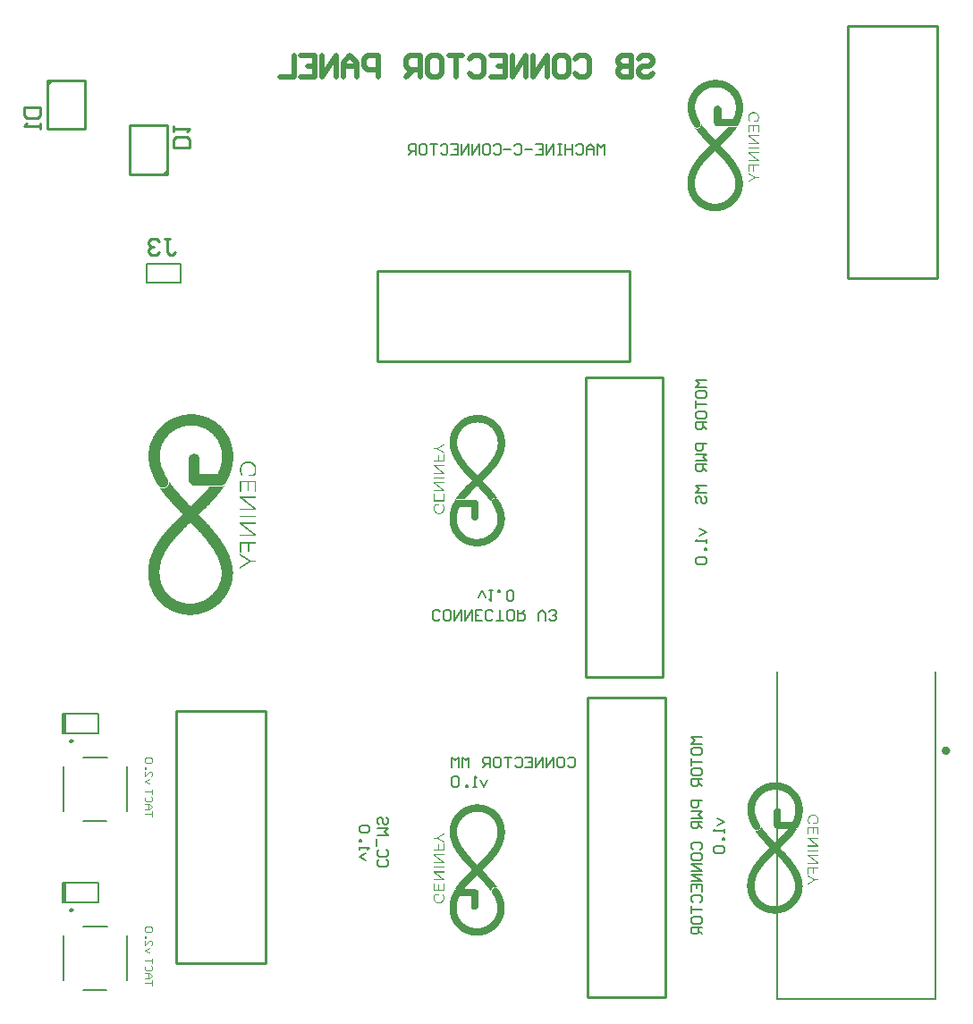
<source format=gbo>
G04*
G04 #@! TF.GenerationSoftware,Altium Limited,Altium Designer,20.1.8 (145)*
G04*
G04 Layer_Color=32896*
%FSLAX25Y25*%
%MOIN*%
G70*
G04*
G04 #@! TF.SameCoordinates,B35A1E83-565F-458B-9861-D0C388072C63*
G04*
G04*
G04 #@! TF.FilePolarity,Positive*
G04*
G01*
G75*
%ADD10C,0.01968*%
%ADD13C,0.01000*%
%ADD56C,0.00984*%
%ADD57C,0.00787*%
%ADD60R,0.01181X0.07480*%
%ADD61C,0.00394*%
%ADD62C,0.00500*%
%ADD105C,0.01575*%
G36*
X275692Y345619D02*
X276165D01*
Y345551D01*
X276570D01*
Y345483D01*
X276907D01*
Y345416D01*
X277177D01*
Y345349D01*
X277447D01*
Y345281D01*
X277650D01*
Y345213D01*
X277852D01*
Y345146D01*
X278055D01*
Y345078D01*
X278257D01*
Y345011D01*
X278460D01*
Y344943D01*
X278595D01*
Y344876D01*
X278730D01*
Y344808D01*
X278932D01*
Y344741D01*
X279067D01*
Y344673D01*
X279202D01*
Y344606D01*
X279337D01*
Y344538D01*
X279472D01*
Y344471D01*
X279607D01*
Y344403D01*
X279675D01*
Y344336D01*
X279810D01*
Y344268D01*
X279945D01*
Y344201D01*
X280012D01*
Y344133D01*
X280147D01*
Y344066D01*
X280282D01*
Y343998D01*
X280350D01*
Y343931D01*
X280485D01*
Y343863D01*
X280553D01*
Y343796D01*
X280620D01*
Y343728D01*
X280755D01*
Y343661D01*
X280822D01*
Y343593D01*
X280958D01*
Y343526D01*
X281025D01*
Y343458D01*
X281093D01*
Y343391D01*
X281160D01*
Y343323D01*
X281227D01*
Y343256D01*
X281363D01*
Y343188D01*
X281430D01*
Y343121D01*
X281498D01*
Y343053D01*
X281565D01*
Y342986D01*
X281632D01*
Y342918D01*
X281700D01*
Y342851D01*
X281768D01*
Y342783D01*
X281835D01*
Y342716D01*
X281903D01*
Y342648D01*
X281970D01*
Y342581D01*
X282038D01*
Y342513D01*
X282105D01*
Y342446D01*
X282173D01*
Y342378D01*
X282240D01*
Y342311D01*
X282308D01*
Y342243D01*
X282375D01*
Y342176D01*
X282443D01*
Y342108D01*
X282510D01*
Y341973D01*
X282578D01*
Y341906D01*
X282645D01*
Y341838D01*
X282713D01*
Y341771D01*
X282780D01*
Y341636D01*
X282848D01*
Y341568D01*
X282915D01*
Y341501D01*
X282983D01*
Y341366D01*
X283050D01*
Y341298D01*
X283118D01*
Y341163D01*
X283185D01*
Y341096D01*
X283253D01*
Y340961D01*
X283320D01*
Y340826D01*
X283388D01*
Y340758D01*
X283455D01*
Y340623D01*
X283523D01*
Y340488D01*
X283590D01*
Y340353D01*
X283658D01*
Y340286D01*
X283725D01*
Y340151D01*
X283793D01*
Y339948D01*
X283860D01*
Y339813D01*
X283928D01*
Y339678D01*
X283995D01*
Y339543D01*
X284063D01*
Y339340D01*
X284130D01*
Y339206D01*
X284198D01*
Y339003D01*
X284265D01*
Y338801D01*
X284333D01*
Y338598D01*
X284400D01*
Y338328D01*
X284468D01*
Y338125D01*
X284535D01*
Y337788D01*
X284603D01*
Y337518D01*
X284670D01*
Y337113D01*
X284738D01*
Y336573D01*
X284805D01*
Y334143D01*
X284738D01*
Y333602D01*
X284670D01*
Y333197D01*
X284603D01*
Y332860D01*
X284535D01*
Y332590D01*
X284468D01*
Y332320D01*
X284400D01*
Y332050D01*
X284333D01*
Y331847D01*
X284265D01*
Y331645D01*
X284198D01*
Y331442D01*
X284130D01*
Y331240D01*
X284063D01*
Y331037D01*
X283995D01*
Y330902D01*
X283928D01*
Y330700D01*
X283860D01*
Y330565D01*
X283793D01*
Y330362D01*
X283725D01*
Y330227D01*
X283658D01*
Y330092D01*
X283590D01*
Y329957D01*
X283523D01*
Y329822D01*
X283455D01*
Y329687D01*
X283388D01*
Y329552D01*
X283320D01*
Y329417D01*
X283253D01*
Y329282D01*
X283185D01*
Y329147D01*
X283118D01*
Y329012D01*
X283050D01*
Y328945D01*
X282983D01*
Y328810D01*
X282915D01*
Y328742D01*
X282848D01*
Y328675D01*
X282713D01*
Y328607D01*
X282645D01*
Y328540D01*
X282510D01*
Y328472D01*
X282308D01*
Y328405D01*
X281970D01*
Y328337D01*
X275287D01*
Y328405D01*
X274950D01*
Y328472D01*
X274747D01*
Y328540D01*
X274612D01*
Y328607D01*
X274545D01*
Y328675D01*
X274477D01*
Y328742D01*
X274342D01*
Y328877D01*
X274274D01*
Y328945D01*
X274207D01*
Y329012D01*
X274139D01*
Y329147D01*
X274072D01*
Y329350D01*
X274004D01*
Y329620D01*
X273937D01*
Y334818D01*
X274004D01*
Y335155D01*
X274072D01*
Y335290D01*
X274139D01*
Y335425D01*
X274207D01*
Y335493D01*
X274274D01*
Y335628D01*
X274342D01*
Y335695D01*
X274410D01*
Y335763D01*
X274477D01*
Y335830D01*
X274612D01*
Y335898D01*
X274747D01*
Y335965D01*
X274882D01*
Y336033D01*
X275152D01*
Y336100D01*
X275557D01*
Y336033D01*
X275827D01*
Y335965D01*
X275962D01*
Y335898D01*
X276097D01*
Y335830D01*
X276165D01*
Y335763D01*
X276232D01*
Y335695D01*
X276300D01*
Y335628D01*
X276367D01*
Y335560D01*
X276435D01*
Y335493D01*
X276502D01*
Y335358D01*
X276570D01*
Y335223D01*
X276637D01*
Y335088D01*
X276705D01*
Y331172D01*
X276772D01*
Y331105D01*
X281093D01*
Y331240D01*
X281160D01*
Y331375D01*
X281227D01*
Y331510D01*
X281295D01*
Y331712D01*
X281363D01*
Y331847D01*
X281430D01*
Y332050D01*
X281498D01*
Y332185D01*
X281565D01*
Y332387D01*
X281632D01*
Y332590D01*
X281700D01*
Y332860D01*
X281768D01*
Y333130D01*
X281835D01*
Y333400D01*
X281903D01*
Y333737D01*
X281970D01*
Y334210D01*
X282038D01*
Y335088D01*
X282105D01*
Y335628D01*
X282038D01*
Y336505D01*
X281970D01*
Y336978D01*
X281903D01*
Y337315D01*
X281835D01*
Y337585D01*
X281768D01*
Y337788D01*
X281700D01*
Y337990D01*
X281632D01*
Y338193D01*
X281565D01*
Y338395D01*
X281498D01*
Y338530D01*
X281430D01*
Y338665D01*
X281363D01*
Y338801D01*
X281295D01*
Y338935D01*
X281227D01*
Y339071D01*
X281160D01*
Y339206D01*
X281093D01*
Y339340D01*
X281025D01*
Y339475D01*
X280958D01*
Y339543D01*
X280890D01*
Y339678D01*
X280822D01*
Y339745D01*
X280755D01*
Y339880D01*
X280687D01*
Y339948D01*
X280620D01*
Y340016D01*
X280553D01*
Y340151D01*
X280485D01*
Y340218D01*
X280417D01*
Y340286D01*
X280350D01*
Y340353D01*
X280282D01*
Y340421D01*
X280215D01*
Y340488D01*
X280147D01*
Y340623D01*
X280080D01*
Y340691D01*
X280012D01*
Y340758D01*
X279945D01*
Y340826D01*
X279877D01*
Y340893D01*
X279810D01*
Y340961D01*
X279742D01*
Y341028D01*
X279607D01*
Y341096D01*
X279540D01*
Y341163D01*
X279472D01*
Y341231D01*
X279405D01*
Y341298D01*
X279337D01*
Y341366D01*
X279202D01*
Y341433D01*
X279135D01*
Y341501D01*
X279067D01*
Y341568D01*
X278932D01*
Y341636D01*
X278865D01*
Y341703D01*
X278730D01*
Y341771D01*
X278662D01*
Y341838D01*
X278527D01*
Y341906D01*
X278392D01*
Y341973D01*
X278325D01*
Y342041D01*
X278190D01*
Y342108D01*
X278055D01*
Y342176D01*
X277920D01*
Y342243D01*
X277785D01*
Y342311D01*
X277582D01*
Y342378D01*
X277447D01*
Y342446D01*
X277312D01*
Y342513D01*
X277110D01*
Y342581D01*
X276907D01*
Y342648D01*
X276637D01*
Y342716D01*
X276367D01*
Y342783D01*
X276097D01*
Y342851D01*
X275624D01*
Y342918D01*
X274679D01*
Y342986D01*
X274477D01*
Y342918D01*
X273532D01*
Y342851D01*
X273127D01*
Y342783D01*
X272789D01*
Y342716D01*
X272519D01*
Y342648D01*
X272249D01*
Y342581D01*
X272047D01*
Y342513D01*
X271912D01*
Y342446D01*
X271709D01*
Y342378D01*
X271574D01*
Y342311D01*
X271372D01*
Y342243D01*
X271237D01*
Y342176D01*
X271102D01*
Y342108D01*
X270967D01*
Y342041D01*
X270832D01*
Y341973D01*
X270764D01*
Y341906D01*
X270629D01*
Y341838D01*
X270494D01*
Y341771D01*
X270427D01*
Y341703D01*
X270292D01*
Y341636D01*
X270224D01*
Y341568D01*
X270089D01*
Y341501D01*
X270022D01*
Y341433D01*
X269954D01*
Y341366D01*
X269819D01*
Y341298D01*
X269752D01*
Y341231D01*
X269684D01*
Y341163D01*
X269617D01*
Y341096D01*
X269482D01*
Y341028D01*
X269414D01*
Y340961D01*
X269346D01*
Y340893D01*
X269279D01*
Y340826D01*
X269212D01*
Y340758D01*
X269144D01*
Y340691D01*
X269076D01*
Y340623D01*
X269009D01*
Y340556D01*
X268941D01*
Y340488D01*
X268874D01*
Y340421D01*
X268807D01*
Y340353D01*
X268739D01*
Y340218D01*
X268671D01*
Y340151D01*
X268604D01*
Y340083D01*
X268536D01*
Y340016D01*
X268469D01*
Y339880D01*
X268402D01*
Y339813D01*
X268334D01*
Y339745D01*
X268267D01*
Y339611D01*
X268199D01*
Y339543D01*
X268131D01*
Y339408D01*
X268064D01*
Y339340D01*
X267996D01*
Y339206D01*
X267929D01*
Y339071D01*
X267861D01*
Y338935D01*
X267794D01*
Y338868D01*
X267726D01*
Y338733D01*
X267659D01*
Y338598D01*
X267591D01*
Y338463D01*
X267524D01*
Y338260D01*
X267456D01*
Y338125D01*
X267389D01*
Y337923D01*
X267321D01*
Y337788D01*
X267254D01*
Y337585D01*
X267186D01*
Y337315D01*
X267119D01*
Y337045D01*
X267051D01*
Y336708D01*
X266984D01*
Y336100D01*
X266916D01*
Y334953D01*
X266984D01*
Y334413D01*
X267051D01*
Y334008D01*
X267119D01*
Y333670D01*
X267186D01*
Y333400D01*
X267254D01*
Y333197D01*
X267321D01*
Y332995D01*
X267389D01*
Y332792D01*
X267456D01*
Y332590D01*
X267524D01*
Y332387D01*
X267591D01*
Y332252D01*
X267659D01*
Y332050D01*
X267726D01*
Y331915D01*
X267794D01*
Y331780D01*
X267861D01*
Y331645D01*
X267929D01*
Y331510D01*
X267996D01*
Y331375D01*
X268064D01*
Y331240D01*
X268131D01*
Y331105D01*
X268199D01*
Y330970D01*
X268267D01*
Y330835D01*
X268334D01*
Y330700D01*
X268402D01*
Y330565D01*
X268469D01*
Y330497D01*
X268536D01*
Y330362D01*
X268604D01*
Y330227D01*
X268671D01*
Y330160D01*
X268739D01*
Y330025D01*
X268807D01*
Y329890D01*
X268874D01*
Y329755D01*
X268941D01*
Y329620D01*
X269009D01*
Y329215D01*
X269076D01*
Y329147D01*
X269009D01*
Y328810D01*
X268941D01*
Y328607D01*
X268874D01*
Y328472D01*
X268807D01*
Y328405D01*
X268739D01*
Y328270D01*
X268671D01*
Y328202D01*
X268604D01*
Y328135D01*
X268469D01*
Y328067D01*
X268402D01*
Y327999D01*
X268267D01*
Y327932D01*
X268131D01*
Y327865D01*
X267861D01*
Y327797D01*
X267524D01*
Y327865D01*
X267254D01*
Y327932D01*
X267051D01*
Y327999D01*
X266916D01*
Y328067D01*
X266849D01*
Y328135D01*
X266781D01*
Y328202D01*
X266714D01*
Y328270D01*
X266646D01*
Y328337D01*
X266579D01*
Y328405D01*
X266511D01*
Y328472D01*
X266444D01*
Y328607D01*
X266376D01*
Y328742D01*
X266309D01*
Y328810D01*
X266241D01*
Y328945D01*
X266174D01*
Y329080D01*
X266106D01*
Y329147D01*
X266039D01*
Y329282D01*
X265971D01*
Y329417D01*
X265904D01*
Y329552D01*
X265836D01*
Y329687D01*
X265769D01*
Y329822D01*
X265701D01*
Y329957D01*
X265634D01*
Y330092D01*
X265566D01*
Y330227D01*
X265499D01*
Y330362D01*
X265431D01*
Y330497D01*
X265364D01*
Y330632D01*
X265296D01*
Y330767D01*
X265229D01*
Y330902D01*
X265161D01*
Y331105D01*
X265094D01*
Y331240D01*
X265026D01*
Y331442D01*
X264959D01*
Y331577D01*
X264891D01*
Y331780D01*
X264824D01*
Y331982D01*
X264756D01*
Y332185D01*
X264689D01*
Y332387D01*
X264621D01*
Y332658D01*
X264554D01*
Y332860D01*
X264486D01*
Y333130D01*
X264419D01*
Y333468D01*
X264351D01*
Y333805D01*
X264284D01*
Y334210D01*
X264216D01*
Y334885D01*
X264149D01*
Y336168D01*
X264216D01*
Y336775D01*
X264284D01*
Y337248D01*
X264351D01*
Y337585D01*
X264419D01*
Y337855D01*
X264486D01*
Y338125D01*
X264554D01*
Y338328D01*
X264621D01*
Y338530D01*
X264689D01*
Y338733D01*
X264756D01*
Y338935D01*
X264824D01*
Y339071D01*
X264891D01*
Y339273D01*
X264959D01*
Y339408D01*
X265026D01*
Y339543D01*
X265094D01*
Y339745D01*
X265161D01*
Y339880D01*
X265229D01*
Y340016D01*
X265296D01*
Y340151D01*
X265364D01*
Y340286D01*
X265431D01*
Y340353D01*
X265499D01*
Y340488D01*
X265566D01*
Y340623D01*
X265634D01*
Y340691D01*
X265701D01*
Y340826D01*
X265769D01*
Y340961D01*
X265836D01*
Y341028D01*
X265904D01*
Y341163D01*
X265971D01*
Y341231D01*
X266039D01*
Y341298D01*
X266106D01*
Y341433D01*
X266174D01*
Y341501D01*
X266241D01*
Y341636D01*
X266309D01*
Y341703D01*
X266376D01*
Y341771D01*
X266444D01*
Y341838D01*
X266511D01*
Y341973D01*
X266579D01*
Y342041D01*
X266646D01*
Y342108D01*
X266714D01*
Y342176D01*
X266781D01*
Y342243D01*
X266849D01*
Y342311D01*
X266916D01*
Y342378D01*
X266984D01*
Y342446D01*
X267051D01*
Y342513D01*
X267119D01*
Y342581D01*
X267186D01*
Y342648D01*
X267254D01*
Y342716D01*
X267321D01*
Y342783D01*
X267389D01*
Y342851D01*
X267456D01*
Y342918D01*
X267524D01*
Y342986D01*
X267591D01*
Y343053D01*
X267659D01*
Y343121D01*
X267726D01*
Y343188D01*
X267794D01*
Y343256D01*
X267861D01*
Y343323D01*
X267996D01*
Y343391D01*
X268064D01*
Y343458D01*
X268131D01*
Y343526D01*
X268199D01*
Y343593D01*
X268334D01*
Y343661D01*
X268402D01*
Y343728D01*
X268469D01*
Y343796D01*
X268604D01*
Y343863D01*
X268671D01*
Y343931D01*
X268807D01*
Y343998D01*
X268874D01*
Y344066D01*
X269009D01*
Y344133D01*
X269076D01*
Y344201D01*
X269212D01*
Y344268D01*
X269346D01*
Y344336D01*
X269482D01*
Y344403D01*
X269549D01*
Y344471D01*
X269684D01*
Y344538D01*
X269819D01*
Y344606D01*
X269954D01*
Y344673D01*
X270089D01*
Y344741D01*
X270224D01*
Y344808D01*
X270427D01*
Y344876D01*
X270562D01*
Y344943D01*
X270697D01*
Y345011D01*
X270899D01*
Y345078D01*
X271102D01*
Y345146D01*
X271304D01*
Y345213D01*
X271507D01*
Y345281D01*
X271709D01*
Y345349D01*
X271979D01*
Y345416D01*
X272249D01*
Y345483D01*
X272587D01*
Y345551D01*
X272992D01*
Y345619D01*
X273532D01*
Y345686D01*
X275692D01*
Y345619D01*
D02*
G37*
G36*
X289293Y333578D02*
X289496D01*
Y333511D01*
X289631D01*
Y333443D01*
X289766D01*
Y333376D01*
X289901D01*
Y333308D01*
X289968D01*
Y333241D01*
X290036D01*
Y333173D01*
X290104D01*
Y333106D01*
X290171D01*
Y333038D01*
X290238D01*
Y332971D01*
X290306D01*
Y332903D01*
X290373D01*
Y332768D01*
X290441D01*
Y332701D01*
X290509D01*
Y332566D01*
X290576D01*
Y332363D01*
X290644D01*
Y332161D01*
X290711D01*
Y331013D01*
X290644D01*
Y330743D01*
X290576D01*
Y330608D01*
X290509D01*
Y330473D01*
X290441D01*
Y330338D01*
X290373D01*
Y330270D01*
X290306D01*
Y330135D01*
X288753D01*
Y330473D01*
X290036D01*
Y330540D01*
X290104D01*
Y330608D01*
X290171D01*
Y330676D01*
X290238D01*
Y330878D01*
X290306D01*
Y331081D01*
X290373D01*
Y331486D01*
X290441D01*
Y331688D01*
X290373D01*
Y332093D01*
X290306D01*
Y332296D01*
X290238D01*
Y332431D01*
X290171D01*
Y332566D01*
X290104D01*
Y332633D01*
X290036D01*
Y332701D01*
X289968D01*
Y332768D01*
X289901D01*
Y332836D01*
X289833D01*
Y332903D01*
X289766D01*
Y332971D01*
X289699D01*
Y333038D01*
X289563D01*
Y333106D01*
X289496D01*
Y333173D01*
X289293D01*
Y333241D01*
X289091D01*
Y333308D01*
X288416D01*
Y333241D01*
X288146D01*
Y333173D01*
X288011D01*
Y333106D01*
X287876D01*
Y333038D01*
X287741D01*
Y332971D01*
X287673D01*
Y332903D01*
X287606D01*
Y332836D01*
X287538D01*
Y332768D01*
X287471D01*
Y332701D01*
X287403D01*
Y332633D01*
X287336D01*
Y332498D01*
X287268D01*
Y332431D01*
X287201D01*
Y332228D01*
X287133D01*
Y332026D01*
X287066D01*
Y331081D01*
X287133D01*
Y330878D01*
X287201D01*
Y330743D01*
X287268D01*
Y330608D01*
X287336D01*
Y330540D01*
X287403D01*
Y330473D01*
X287471D01*
Y330270D01*
X287403D01*
Y330203D01*
X287336D01*
Y330135D01*
X287201D01*
Y330203D01*
X287133D01*
Y330270D01*
X287066D01*
Y330405D01*
X286998D01*
Y330540D01*
X286931D01*
Y330676D01*
X286863D01*
Y330810D01*
X286796D01*
Y331081D01*
X286728D01*
Y332093D01*
X286796D01*
Y332363D01*
X286863D01*
Y332498D01*
X286931D01*
Y332633D01*
X286998D01*
Y332768D01*
X287066D01*
Y332903D01*
X287133D01*
Y332971D01*
X287201D01*
Y333038D01*
X287268D01*
Y333106D01*
X287336D01*
Y333173D01*
X287403D01*
Y333241D01*
X287471D01*
Y333308D01*
X287606D01*
Y333376D01*
X287673D01*
Y333443D01*
X287808D01*
Y333511D01*
X287943D01*
Y333578D01*
X288146D01*
Y333646D01*
X289293D01*
Y333578D01*
D02*
G37*
G36*
X269346Y329080D02*
X269414D01*
Y328945D01*
X269482D01*
Y328877D01*
X269549D01*
Y328810D01*
X269617D01*
Y328675D01*
X269684D01*
Y328607D01*
X269752D01*
Y328540D01*
X269819D01*
Y328405D01*
X269887D01*
Y328337D01*
X269954D01*
Y328270D01*
X270022D01*
Y328202D01*
X270089D01*
Y328067D01*
X270157D01*
Y327999D01*
X270224D01*
Y327932D01*
X270292D01*
Y327865D01*
X270359D01*
Y327730D01*
X270427D01*
Y327662D01*
X270494D01*
Y327594D01*
X270562D01*
Y327527D01*
X270629D01*
Y327460D01*
X270697D01*
Y327392D01*
X270764D01*
Y327257D01*
X270832D01*
Y327189D01*
X270899D01*
Y327122D01*
X270967D01*
Y327055D01*
X271034D01*
Y326987D01*
X271102D01*
Y326920D01*
X271169D01*
Y326784D01*
X271237D01*
Y326717D01*
X271304D01*
Y326649D01*
X271372D01*
Y326582D01*
X271439D01*
Y326514D01*
X271507D01*
Y326447D01*
X271574D01*
Y326379D01*
X271642D01*
Y326244D01*
X271709D01*
Y326177D01*
X271777D01*
Y326109D01*
X271844D01*
Y326042D01*
X271912D01*
Y325974D01*
X271979D01*
Y325907D01*
X272047D01*
Y325839D01*
X272114D01*
Y325772D01*
X272182D01*
Y325637D01*
X272249D01*
Y325569D01*
X272317D01*
Y325502D01*
X272384D01*
Y325434D01*
X272452D01*
Y325367D01*
X272519D01*
Y325299D01*
X272587D01*
Y325232D01*
X272654D01*
Y325164D01*
X272722D01*
Y325097D01*
X272789D01*
Y325029D01*
X272857D01*
Y324962D01*
X272924D01*
Y324827D01*
X272992D01*
Y324759D01*
X273059D01*
Y324692D01*
X273127D01*
Y324624D01*
X273194D01*
Y324557D01*
X273262D01*
Y324489D01*
X273329D01*
Y324422D01*
X273397D01*
Y324354D01*
X273464D01*
Y324287D01*
X273532D01*
Y324219D01*
X273599D01*
Y324152D01*
X273667D01*
Y324084D01*
X273734D01*
Y324017D01*
X273802D01*
Y323882D01*
X273869D01*
Y323814D01*
X273937D01*
Y323747D01*
X274004D01*
Y323679D01*
X274072D01*
Y323612D01*
X274139D01*
Y323544D01*
X274207D01*
Y323477D01*
X274274D01*
Y323409D01*
X274342D01*
Y323342D01*
X274410D01*
Y323274D01*
X274612D01*
Y323342D01*
X274679D01*
Y323409D01*
X274747D01*
Y323477D01*
X274815D01*
Y323544D01*
X274882D01*
Y323612D01*
X274950D01*
Y323679D01*
X275017D01*
Y323747D01*
X275084D01*
Y323814D01*
X275152D01*
Y323882D01*
X275219D01*
Y323949D01*
X275287D01*
Y324017D01*
X275355D01*
Y324084D01*
X275422D01*
Y324152D01*
X275489D01*
Y324219D01*
X275557D01*
Y324287D01*
X275624D01*
Y324354D01*
X275692D01*
Y324422D01*
X275760D01*
Y324489D01*
X275827D01*
Y324557D01*
X275895D01*
Y324624D01*
X275962D01*
Y324692D01*
X276030D01*
Y324759D01*
X276097D01*
Y324827D01*
X276165D01*
Y324894D01*
X276232D01*
Y324962D01*
X276300D01*
Y325029D01*
X276367D01*
Y325097D01*
X276435D01*
Y325164D01*
X276502D01*
Y325232D01*
X276570D01*
Y325299D01*
X276637D01*
Y325367D01*
X276705D01*
Y325434D01*
X276772D01*
Y325502D01*
X276840D01*
Y325569D01*
X276907D01*
Y325637D01*
X276975D01*
Y325704D01*
X277042D01*
Y325772D01*
X277110D01*
Y325839D01*
X277177D01*
Y325907D01*
X277245D01*
Y325974D01*
X277312D01*
Y326042D01*
X277380D01*
Y326109D01*
X277447D01*
Y326177D01*
X277515D01*
Y326244D01*
X277582D01*
Y326312D01*
X277650D01*
Y326379D01*
X277717D01*
Y326447D01*
X277785D01*
Y326514D01*
X277852D01*
Y326649D01*
X277920D01*
Y326717D01*
X277987D01*
Y326784D01*
X278055D01*
Y326852D01*
X278122D01*
Y326920D01*
X278190D01*
Y326987D01*
X278257D01*
Y327055D01*
X278325D01*
Y327122D01*
X278392D01*
Y327189D01*
X278460D01*
Y327325D01*
X278527D01*
Y327392D01*
X278595D01*
Y327460D01*
X278662D01*
Y327527D01*
X278730D01*
Y327594D01*
X278797D01*
Y327662D01*
X278865D01*
Y327797D01*
X278932D01*
Y327865D01*
X279000D01*
Y327932D01*
X279067D01*
Y327999D01*
X279135D01*
Y328135D01*
X282308D01*
Y328202D01*
X282510D01*
Y328270D01*
X282645D01*
Y328202D01*
X282578D01*
Y328067D01*
X282510D01*
Y327932D01*
X282443D01*
Y327865D01*
X282375D01*
Y327730D01*
X282308D01*
Y327662D01*
X282240D01*
Y327527D01*
X282173D01*
Y327460D01*
X282105D01*
Y327325D01*
X282038D01*
Y327257D01*
X281970D01*
Y327122D01*
X281903D01*
Y327055D01*
X281835D01*
Y326987D01*
X281768D01*
Y326852D01*
X281700D01*
Y326784D01*
X281632D01*
Y326717D01*
X281565D01*
Y326582D01*
X281498D01*
Y326514D01*
X281430D01*
Y326447D01*
X281363D01*
Y326379D01*
X281295D01*
Y326244D01*
X281227D01*
Y326177D01*
X281160D01*
Y326109D01*
X281093D01*
Y326042D01*
X281025D01*
Y325907D01*
X280958D01*
Y325839D01*
X280890D01*
Y325772D01*
X280822D01*
Y325704D01*
X280755D01*
Y325637D01*
X280687D01*
Y325569D01*
X280620D01*
Y325434D01*
X280553D01*
Y325367D01*
X280485D01*
Y325299D01*
X280417D01*
Y325232D01*
X280350D01*
Y325164D01*
X280282D01*
Y325097D01*
X280215D01*
Y325029D01*
X280147D01*
Y324962D01*
X280080D01*
Y324827D01*
X280012D01*
Y324759D01*
X279945D01*
Y324692D01*
X279877D01*
Y324624D01*
X279810D01*
Y324557D01*
X279742D01*
Y324489D01*
X279675D01*
Y324422D01*
X279607D01*
Y324354D01*
X279540D01*
Y324287D01*
X279472D01*
Y324219D01*
X279405D01*
Y324152D01*
X279337D01*
Y324084D01*
X279270D01*
Y324017D01*
X279202D01*
Y323949D01*
X279135D01*
Y323814D01*
X279067D01*
Y323747D01*
X279000D01*
Y323679D01*
X278932D01*
Y323612D01*
X278865D01*
Y323544D01*
X278797D01*
Y323477D01*
X278730D01*
Y323409D01*
X278662D01*
Y323342D01*
X278595D01*
Y323274D01*
X278527D01*
Y323207D01*
X278460D01*
Y323139D01*
X278392D01*
Y323072D01*
X278325D01*
Y323004D01*
X278257D01*
Y322937D01*
X278190D01*
Y322869D01*
X278122D01*
Y322802D01*
X278055D01*
Y322734D01*
X277987D01*
Y322667D01*
X277920D01*
Y322599D01*
X277852D01*
Y322532D01*
X277785D01*
Y322464D01*
X277717D01*
Y322397D01*
X277650D01*
Y322329D01*
X277582D01*
Y322262D01*
X277515D01*
Y322194D01*
X277447D01*
Y322127D01*
X277312D01*
Y322059D01*
X277245D01*
Y321992D01*
X277177D01*
Y321924D01*
X277110D01*
Y321857D01*
X277042D01*
Y321789D01*
X276975D01*
Y321722D01*
X276907D01*
Y321654D01*
X276840D01*
Y321586D01*
X276772D01*
Y321519D01*
X276705D01*
Y321451D01*
X276637D01*
Y321384D01*
X276570D01*
Y321317D01*
X276502D01*
Y321249D01*
X276435D01*
Y321182D01*
X276502D01*
Y321114D01*
X276570D01*
Y321046D01*
X276637D01*
Y320912D01*
X276705D01*
Y320844D01*
X276772D01*
Y320777D01*
X276840D01*
Y320709D01*
X276907D01*
Y320641D01*
X276975D01*
Y320574D01*
X277042D01*
Y320506D01*
X277110D01*
Y320439D01*
X277177D01*
Y320371D01*
X277245D01*
Y320304D01*
X277312D01*
Y320236D01*
X277380D01*
Y320169D01*
X277447D01*
Y320101D01*
X277515D01*
Y320034D01*
X277582D01*
Y319966D01*
X277650D01*
Y319899D01*
X277717D01*
Y319831D01*
X277785D01*
Y319764D01*
X277852D01*
Y319696D01*
X277920D01*
Y319629D01*
X277987D01*
Y319561D01*
X278055D01*
Y319494D01*
X278122D01*
Y319426D01*
X278190D01*
Y319359D01*
X278257D01*
Y319291D01*
X278325D01*
Y319224D01*
X278392D01*
Y319156D01*
X278460D01*
Y319021D01*
X278527D01*
Y318954D01*
X278595D01*
Y318886D01*
X278662D01*
Y318819D01*
X278730D01*
Y318751D01*
X278797D01*
Y318684D01*
X278865D01*
Y318616D01*
X278932D01*
Y318549D01*
X279000D01*
Y318481D01*
X279067D01*
Y318414D01*
X279135D01*
Y318346D01*
X279202D01*
Y318279D01*
X279270D01*
Y318211D01*
X279337D01*
Y318144D01*
X279405D01*
Y318009D01*
X279472D01*
Y317941D01*
X279540D01*
Y317874D01*
X279607D01*
Y317806D01*
X279675D01*
Y317739D01*
X279742D01*
Y317604D01*
X279810D01*
Y317536D01*
X279877D01*
Y317469D01*
X279945D01*
Y317401D01*
X280012D01*
Y317334D01*
X280080D01*
Y317199D01*
X280147D01*
Y317131D01*
X280215D01*
Y317064D01*
X280282D01*
Y316996D01*
X280350D01*
Y316861D01*
X280417D01*
Y316794D01*
X280485D01*
Y316726D01*
X280553D01*
Y316659D01*
X280620D01*
Y316524D01*
X280687D01*
Y316456D01*
X280755D01*
Y316389D01*
X280822D01*
Y316254D01*
X280890D01*
Y316186D01*
X280958D01*
Y316119D01*
X281025D01*
Y316051D01*
X281093D01*
Y315916D01*
X281160D01*
Y315849D01*
X281227D01*
Y315781D01*
X281295D01*
Y315646D01*
X281363D01*
Y315579D01*
X281430D01*
Y315443D01*
X281498D01*
Y315376D01*
X281565D01*
Y315308D01*
X281632D01*
Y315174D01*
X281700D01*
Y315106D01*
X281768D01*
Y314971D01*
X281835D01*
Y314903D01*
X281903D01*
Y314769D01*
X281970D01*
Y314701D01*
X282038D01*
Y314566D01*
X282105D01*
Y314498D01*
X282173D01*
Y314363D01*
X282240D01*
Y314296D01*
X282308D01*
Y314161D01*
X282375D01*
Y314093D01*
X282443D01*
Y313958D01*
X282510D01*
Y313891D01*
X282578D01*
Y313756D01*
X282645D01*
Y313621D01*
X282713D01*
Y313553D01*
X282780D01*
Y313418D01*
X282848D01*
Y313283D01*
X282915D01*
Y313148D01*
X282983D01*
Y313081D01*
X283050D01*
Y312946D01*
X283118D01*
Y312811D01*
X283185D01*
Y312676D01*
X283253D01*
Y312541D01*
X283320D01*
Y312406D01*
X283388D01*
Y312271D01*
X283455D01*
Y312136D01*
X283523D01*
Y312001D01*
X283590D01*
Y311866D01*
X283658D01*
Y311663D01*
X283725D01*
Y311528D01*
X283793D01*
Y311393D01*
X283860D01*
Y311191D01*
X283928D01*
Y311056D01*
X283995D01*
Y310853D01*
X284063D01*
Y310651D01*
X284130D01*
Y310448D01*
X284198D01*
Y310246D01*
X284265D01*
Y310043D01*
X284333D01*
Y309841D01*
X284400D01*
Y309571D01*
X284468D01*
Y309300D01*
X284535D01*
Y308963D01*
X284603D01*
Y308626D01*
X284670D01*
Y308153D01*
X284738D01*
Y307275D01*
X284805D01*
Y306600D01*
X284738D01*
Y305790D01*
X284670D01*
Y305318D01*
X284603D01*
Y304980D01*
X284535D01*
Y304643D01*
X284468D01*
Y304373D01*
X284400D01*
Y304170D01*
X284333D01*
Y303968D01*
X284265D01*
Y303765D01*
X284198D01*
Y303563D01*
X284130D01*
Y303360D01*
X284063D01*
Y303225D01*
X283995D01*
Y303090D01*
X283928D01*
Y302888D01*
X283860D01*
Y302752D01*
X283793D01*
Y302618D01*
X283725D01*
Y302483D01*
X283658D01*
Y302347D01*
X283590D01*
Y302212D01*
X283523D01*
Y302077D01*
X283455D01*
Y302010D01*
X283388D01*
Y301875D01*
X283320D01*
Y301740D01*
X283253D01*
Y301672D01*
X283185D01*
Y301537D01*
X283118D01*
Y301470D01*
X283050D01*
Y301335D01*
X282983D01*
Y301267D01*
X282915D01*
Y301132D01*
X282848D01*
Y301065D01*
X282780D01*
Y300930D01*
X282713D01*
Y300862D01*
X282645D01*
Y300795D01*
X282578D01*
Y300727D01*
X282510D01*
Y300592D01*
X282443D01*
Y300525D01*
X282375D01*
Y300457D01*
X282308D01*
Y300390D01*
X282240D01*
Y300322D01*
X282173D01*
Y300187D01*
X282105D01*
Y300120D01*
X282038D01*
Y300052D01*
X281970D01*
Y299985D01*
X281903D01*
Y299917D01*
X281835D01*
Y299850D01*
X281768D01*
Y299782D01*
X281700D01*
Y299715D01*
X281632D01*
Y299647D01*
X281565D01*
Y299580D01*
X281498D01*
Y299512D01*
X281430D01*
Y299445D01*
X281363D01*
Y299377D01*
X281227D01*
Y299310D01*
X281160D01*
Y299242D01*
X281093D01*
Y299175D01*
X281025D01*
Y299107D01*
X280958D01*
Y299040D01*
X280822D01*
Y298972D01*
X280755D01*
Y298905D01*
X280687D01*
Y298837D01*
X280620D01*
Y298770D01*
X280485D01*
Y298702D01*
X280417D01*
Y298635D01*
X280282D01*
Y298567D01*
X280215D01*
Y298500D01*
X280080D01*
Y298432D01*
X280012D01*
Y298365D01*
X279877D01*
Y298297D01*
X279810D01*
Y298230D01*
X279675D01*
Y298162D01*
X279540D01*
Y298095D01*
X279472D01*
Y298027D01*
X279337D01*
Y297960D01*
X279202D01*
Y297892D01*
X279067D01*
Y297825D01*
X278932D01*
Y297757D01*
X278797D01*
Y297690D01*
X278662D01*
Y297622D01*
X278460D01*
Y297555D01*
X278325D01*
Y297487D01*
X278122D01*
Y297420D01*
X277920D01*
Y297352D01*
X277785D01*
Y297285D01*
X277582D01*
Y297217D01*
X277312D01*
Y297149D01*
X277110D01*
Y297082D01*
X276840D01*
Y297014D01*
X276570D01*
Y296947D01*
X276165D01*
Y296880D01*
X275760D01*
Y296812D01*
X275152D01*
Y296744D01*
X273532D01*
Y296812D01*
X272924D01*
Y296880D01*
X272519D01*
Y296947D01*
X272182D01*
Y297014D01*
X271844D01*
Y297082D01*
X271574D01*
Y297149D01*
X271372D01*
Y297217D01*
X271169D01*
Y297285D01*
X270967D01*
Y297352D01*
X270764D01*
Y297420D01*
X270562D01*
Y297487D01*
X270427D01*
Y297555D01*
X270224D01*
Y297622D01*
X270089D01*
Y297690D01*
X269954D01*
Y297757D01*
X269819D01*
Y297825D01*
X269617D01*
Y297892D01*
X269549D01*
Y297960D01*
X269414D01*
Y298027D01*
X269279D01*
Y298095D01*
X269144D01*
Y298162D01*
X269009D01*
Y298230D01*
X268941D01*
Y298297D01*
X268807D01*
Y298365D01*
X268739D01*
Y298432D01*
X268604D01*
Y298500D01*
X268469D01*
Y298567D01*
X268402D01*
Y298635D01*
X268334D01*
Y298702D01*
X268199D01*
Y298770D01*
X268131D01*
Y298837D01*
X268064D01*
Y298905D01*
X267929D01*
Y298972D01*
X267861D01*
Y299040D01*
X267794D01*
Y299107D01*
X267726D01*
Y299175D01*
X267591D01*
Y299242D01*
X267524D01*
Y299310D01*
X267456D01*
Y299377D01*
X267389D01*
Y299445D01*
X267321D01*
Y299512D01*
X267254D01*
Y299580D01*
X267186D01*
Y299647D01*
X267119D01*
Y299715D01*
X267051D01*
Y299782D01*
X266984D01*
Y299850D01*
X266916D01*
Y299917D01*
X266849D01*
Y299985D01*
X266781D01*
Y300052D01*
X266714D01*
Y300120D01*
X266646D01*
Y300187D01*
X266579D01*
Y300255D01*
X266511D01*
Y300322D01*
X266444D01*
Y300457D01*
X266376D01*
Y300525D01*
X266309D01*
Y300592D01*
X266241D01*
Y300660D01*
X266174D01*
Y300795D01*
X266106D01*
Y300862D01*
X266039D01*
Y300930D01*
X265971D01*
Y301065D01*
X265904D01*
Y301132D01*
X265836D01*
Y301267D01*
X265769D01*
Y301335D01*
X265701D01*
Y301470D01*
X265634D01*
Y301537D01*
X265566D01*
Y301672D01*
X265499D01*
Y301807D01*
X265431D01*
Y301875D01*
X265364D01*
Y302010D01*
X265296D01*
Y302145D01*
X265229D01*
Y302280D01*
X265161D01*
Y302415D01*
X265094D01*
Y302550D01*
X265026D01*
Y302685D01*
X264959D01*
Y302888D01*
X264891D01*
Y303023D01*
X264824D01*
Y303225D01*
X264756D01*
Y303360D01*
X264689D01*
Y303563D01*
X264621D01*
Y303765D01*
X264554D01*
Y303968D01*
X264486D01*
Y304238D01*
X264419D01*
Y304508D01*
X264351D01*
Y304778D01*
X264284D01*
Y305183D01*
X264216D01*
Y305588D01*
X264149D01*
Y306263D01*
X264081D01*
Y307950D01*
X264149D01*
Y308626D01*
X264216D01*
Y309098D01*
X264284D01*
Y309436D01*
X264351D01*
Y309773D01*
X264419D01*
Y310043D01*
X264486D01*
Y310313D01*
X264554D01*
Y310516D01*
X264621D01*
Y310718D01*
X264689D01*
Y310921D01*
X264756D01*
Y311123D01*
X264824D01*
Y311326D01*
X264891D01*
Y311528D01*
X264959D01*
Y311663D01*
X265026D01*
Y311866D01*
X265094D01*
Y312001D01*
X265161D01*
Y312203D01*
X265229D01*
Y312338D01*
X265296D01*
Y312473D01*
X265364D01*
Y312608D01*
X265431D01*
Y312743D01*
X265499D01*
Y312878D01*
X265566D01*
Y313013D01*
X265634D01*
Y313148D01*
X265701D01*
Y313283D01*
X265769D01*
Y313418D01*
X265836D01*
Y313553D01*
X265904D01*
Y313621D01*
X265971D01*
Y313756D01*
X266039D01*
Y313891D01*
X266106D01*
Y313958D01*
X266174D01*
Y314093D01*
X266241D01*
Y314228D01*
X266309D01*
Y314296D01*
X266376D01*
Y314431D01*
X266444D01*
Y314498D01*
X266511D01*
Y314633D01*
X266579D01*
Y314701D01*
X266646D01*
Y314836D01*
X266714D01*
Y314903D01*
X266781D01*
Y315038D01*
X266849D01*
Y315106D01*
X266916D01*
Y315241D01*
X266984D01*
Y315308D01*
X267051D01*
Y315376D01*
X267119D01*
Y315511D01*
X267186D01*
Y315579D01*
X267254D01*
Y315646D01*
X267321D01*
Y315781D01*
X267389D01*
Y315849D01*
X267456D01*
Y315916D01*
X267524D01*
Y316051D01*
X267591D01*
Y316119D01*
X267659D01*
Y316186D01*
X267726D01*
Y316254D01*
X267794D01*
Y316389D01*
X267861D01*
Y316456D01*
X267929D01*
Y316524D01*
X267996D01*
Y316591D01*
X268064D01*
Y316726D01*
X268131D01*
Y316794D01*
X268199D01*
Y316861D01*
X268267D01*
Y316929D01*
X268334D01*
Y316996D01*
X268402D01*
Y317064D01*
X268469D01*
Y317199D01*
X268536D01*
Y317266D01*
X268604D01*
Y317334D01*
X268671D01*
Y317401D01*
X268739D01*
Y317469D01*
X268807D01*
Y317536D01*
X268874D01*
Y317604D01*
X268941D01*
Y317739D01*
X269009D01*
Y317806D01*
X269076D01*
Y317874D01*
X269144D01*
Y317941D01*
X269212D01*
Y318009D01*
X269279D01*
Y318076D01*
X269346D01*
Y318144D01*
X269414D01*
Y318211D01*
X269482D01*
Y318279D01*
X269549D01*
Y318346D01*
X269617D01*
Y318414D01*
X269684D01*
Y318549D01*
X269752D01*
Y318616D01*
X269819D01*
Y318684D01*
X269887D01*
Y318751D01*
X269954D01*
Y318819D01*
X270022D01*
Y318886D01*
X270089D01*
Y318954D01*
X270157D01*
Y319021D01*
X270224D01*
Y319089D01*
X270292D01*
Y319156D01*
X270359D01*
Y319224D01*
X270427D01*
Y319291D01*
X270494D01*
Y319359D01*
X270562D01*
Y319426D01*
X270629D01*
Y319494D01*
X270697D01*
Y319561D01*
X270764D01*
Y319629D01*
X270832D01*
Y319696D01*
X270899D01*
Y319764D01*
X270967D01*
Y319831D01*
X271034D01*
Y319899D01*
X271102D01*
Y319966D01*
X271169D01*
Y320034D01*
X271237D01*
Y320101D01*
X271304D01*
Y320169D01*
X271372D01*
Y320236D01*
X271439D01*
Y320304D01*
X271507D01*
Y320371D01*
X271574D01*
Y320439D01*
X271642D01*
Y320506D01*
X271709D01*
Y320574D01*
X271777D01*
Y320641D01*
X271844D01*
Y320709D01*
X271912D01*
Y320777D01*
X271979D01*
Y320844D01*
X272047D01*
Y320912D01*
X272114D01*
Y320979D01*
X272182D01*
Y321046D01*
X272249D01*
Y321114D01*
X272317D01*
Y321182D01*
X272384D01*
Y321249D01*
X272452D01*
Y321384D01*
X272384D01*
Y321451D01*
X272317D01*
Y321519D01*
X272249D01*
Y321586D01*
X272182D01*
Y321654D01*
X272114D01*
Y321722D01*
X272047D01*
Y321789D01*
X271979D01*
Y321857D01*
X271912D01*
Y321924D01*
X271844D01*
Y321992D01*
X271777D01*
Y322059D01*
X271709D01*
Y322127D01*
X271642D01*
Y322194D01*
X271574D01*
Y322262D01*
X271507D01*
Y322329D01*
X271439D01*
Y322464D01*
X271372D01*
Y322532D01*
X271304D01*
Y322599D01*
X271237D01*
Y322667D01*
X271169D01*
Y322734D01*
X271102D01*
Y322802D01*
X271034D01*
Y322869D01*
X270967D01*
Y322937D01*
X270899D01*
Y323004D01*
X270832D01*
Y323072D01*
X270764D01*
Y323139D01*
X270697D01*
Y323207D01*
X270629D01*
Y323342D01*
X270562D01*
Y323409D01*
X270494D01*
Y323477D01*
X270427D01*
Y323544D01*
X270359D01*
Y323612D01*
X270292D01*
Y323679D01*
X270224D01*
Y323747D01*
X270157D01*
Y323814D01*
X270089D01*
Y323882D01*
X270022D01*
Y323949D01*
X269954D01*
Y324084D01*
X269887D01*
Y324152D01*
X269819D01*
Y324219D01*
X269752D01*
Y324287D01*
X269684D01*
Y324354D01*
X269617D01*
Y324422D01*
X269549D01*
Y324489D01*
X269482D01*
Y324557D01*
X269414D01*
Y324692D01*
X269346D01*
Y324759D01*
X269279D01*
Y324827D01*
X269212D01*
Y324894D01*
X269144D01*
Y324962D01*
X269076D01*
Y325029D01*
X269009D01*
Y325097D01*
X268941D01*
Y325232D01*
X268874D01*
Y325299D01*
X268807D01*
Y325367D01*
X268739D01*
Y325434D01*
X268671D01*
Y325502D01*
X268604D01*
Y325569D01*
X268536D01*
Y325704D01*
X268469D01*
Y325772D01*
X268402D01*
Y325839D01*
X268334D01*
Y325907D01*
X268267D01*
Y325974D01*
X268199D01*
Y326109D01*
X268131D01*
Y326177D01*
X268064D01*
Y326244D01*
X267996D01*
Y326312D01*
X267929D01*
Y326447D01*
X267861D01*
Y326514D01*
X267794D01*
Y326582D01*
X267726D01*
Y326649D01*
X267659D01*
Y326784D01*
X267591D01*
Y326852D01*
X267524D01*
Y326920D01*
X267456D01*
Y327055D01*
X267389D01*
Y327122D01*
X267321D01*
Y327189D01*
X267254D01*
Y327325D01*
X267186D01*
Y327392D01*
X267119D01*
Y327460D01*
X267051D01*
Y327594D01*
X266984D01*
Y327662D01*
X266916D01*
Y327730D01*
X267051D01*
Y327662D01*
X267254D01*
Y327594D01*
X268064D01*
Y327662D01*
X268267D01*
Y327730D01*
X268402D01*
Y327797D01*
X268536D01*
Y327865D01*
X268671D01*
Y327932D01*
X268739D01*
Y327999D01*
X268807D01*
Y328067D01*
X268874D01*
Y328135D01*
X268941D01*
Y328202D01*
X269009D01*
Y328337D01*
X269076D01*
Y328472D01*
X269144D01*
Y328607D01*
X269212D01*
Y328810D01*
X269279D01*
Y329147D01*
X269346D01*
Y329080D01*
D02*
G37*
G36*
X290711Y326153D02*
X290373D01*
Y328515D01*
X288888D01*
Y328448D01*
X288821D01*
Y326490D01*
X288551D01*
Y328515D01*
X287066D01*
Y326220D01*
X286728D01*
Y328920D01*
X290711D01*
Y326153D01*
D02*
G37*
G36*
Y324735D02*
X287538D01*
Y324600D01*
X287606D01*
Y324533D01*
X287673D01*
Y324465D01*
X287808D01*
Y324397D01*
X287876D01*
Y324330D01*
X287943D01*
Y324262D01*
X288011D01*
Y324195D01*
X288146D01*
Y324127D01*
X288213D01*
Y324060D01*
X288281D01*
Y323992D01*
X288348D01*
Y323925D01*
X288483D01*
Y323857D01*
X288551D01*
Y323790D01*
X288618D01*
Y323722D01*
X288686D01*
Y323655D01*
X288821D01*
Y323587D01*
X288888D01*
Y323520D01*
X288956D01*
Y323452D01*
X289091D01*
Y323385D01*
X289158D01*
Y323317D01*
X289226D01*
Y323250D01*
X289293D01*
Y323182D01*
X289428D01*
Y323115D01*
X289496D01*
Y323047D01*
X289563D01*
Y322980D01*
X289631D01*
Y322912D01*
X289766D01*
Y322845D01*
X289833D01*
Y322777D01*
X289901D01*
Y322710D01*
X289968D01*
Y322642D01*
X290104D01*
Y322575D01*
X290171D01*
Y322507D01*
X290238D01*
Y322440D01*
X290306D01*
Y322372D01*
X290441D01*
Y322305D01*
X290509D01*
Y322237D01*
X290576D01*
Y322170D01*
X290644D01*
Y322102D01*
X290711D01*
Y321765D01*
X286728D01*
Y322170D01*
X289968D01*
Y322237D01*
X289901D01*
Y322305D01*
X289833D01*
Y322372D01*
X289699D01*
Y322440D01*
X289631D01*
Y322507D01*
X289563D01*
Y322575D01*
X289428D01*
Y322642D01*
X289361D01*
Y322710D01*
X289293D01*
Y322777D01*
X289226D01*
Y322845D01*
X289091D01*
Y322912D01*
X289023D01*
Y322980D01*
X288956D01*
Y323047D01*
X288888D01*
Y323115D01*
X288753D01*
Y323182D01*
X288686D01*
Y323250D01*
X288618D01*
Y323317D01*
X288551D01*
Y323385D01*
X288416D01*
Y323452D01*
X288348D01*
Y323520D01*
X288281D01*
Y323587D01*
X288213D01*
Y323655D01*
X288078D01*
Y323722D01*
X288011D01*
Y323790D01*
X287943D01*
Y323857D01*
X287876D01*
Y323925D01*
X287741D01*
Y323992D01*
X287673D01*
Y324060D01*
X287606D01*
Y324127D01*
X287538D01*
Y324195D01*
X287403D01*
Y324262D01*
X287336D01*
Y324330D01*
X287268D01*
Y324397D01*
X287133D01*
Y324465D01*
X287066D01*
Y324533D01*
X286998D01*
Y324600D01*
X286931D01*
Y324668D01*
X286796D01*
Y324735D01*
X286728D01*
Y325073D01*
X290711D01*
Y324735D01*
D02*
G37*
G36*
Y320077D02*
X286728D01*
Y320415D01*
X290711D01*
Y320077D01*
D02*
G37*
G36*
Y318322D02*
X287471D01*
Y318254D01*
X287538D01*
Y318187D01*
X287673D01*
Y318119D01*
X287741D01*
Y318052D01*
X287808D01*
Y317984D01*
X287876D01*
Y317917D01*
X288011D01*
Y317849D01*
X288078D01*
Y317782D01*
X288146D01*
Y317714D01*
X288281D01*
Y317647D01*
X288348D01*
Y317579D01*
X288416D01*
Y317512D01*
X288483D01*
Y317444D01*
X288618D01*
Y317377D01*
X288686D01*
Y317309D01*
X288753D01*
Y317242D01*
X288821D01*
Y317174D01*
X288956D01*
Y317107D01*
X289023D01*
Y317039D01*
X289091D01*
Y316972D01*
X289158D01*
Y316904D01*
X289293D01*
Y316837D01*
X289361D01*
Y316769D01*
X289428D01*
Y316702D01*
X289496D01*
Y316634D01*
X289631D01*
Y316567D01*
X289699D01*
Y316499D01*
X289766D01*
Y316432D01*
X289901D01*
Y316364D01*
X289968D01*
Y316297D01*
X290036D01*
Y316229D01*
X290104D01*
Y316162D01*
X290238D01*
Y316094D01*
X290306D01*
Y316027D01*
X290373D01*
Y315959D01*
X290441D01*
Y315892D01*
X290576D01*
Y315824D01*
X290644D01*
Y315757D01*
X290711D01*
Y315419D01*
X286728D01*
Y315757D01*
X289901D01*
Y315892D01*
X289833D01*
Y315959D01*
X289766D01*
Y316027D01*
X289699D01*
Y316094D01*
X289563D01*
Y316162D01*
X289496D01*
Y316229D01*
X289428D01*
Y316297D01*
X289361D01*
Y316364D01*
X289226D01*
Y316432D01*
X289158D01*
Y316499D01*
X289091D01*
Y316567D01*
X289023D01*
Y316634D01*
X288888D01*
Y316702D01*
X288821D01*
Y316769D01*
X288753D01*
Y316837D01*
X288686D01*
Y316904D01*
X288551D01*
Y316972D01*
X288483D01*
Y317039D01*
X288416D01*
Y317107D01*
X288281D01*
Y317174D01*
X288213D01*
Y317242D01*
X288146D01*
Y317309D01*
X288078D01*
Y317377D01*
X287943D01*
Y317444D01*
X287876D01*
Y317512D01*
X287808D01*
Y317579D01*
X287741D01*
Y317647D01*
X287606D01*
Y317714D01*
X287538D01*
Y317782D01*
X287471D01*
Y317849D01*
X287403D01*
Y317917D01*
X287268D01*
Y317984D01*
X287201D01*
Y318052D01*
X287133D01*
Y318119D01*
X287066D01*
Y318187D01*
X286931D01*
Y318254D01*
X286863D01*
Y318322D01*
X286796D01*
Y318389D01*
X286728D01*
Y318727D01*
X290711D01*
Y318322D01*
D02*
G37*
G36*
Y313664D02*
X289023D01*
Y311639D01*
X288686D01*
Y313664D01*
X287066D01*
Y311369D01*
X286728D01*
Y314069D01*
X290711D01*
Y313664D01*
D02*
G37*
G36*
X286796Y311031D02*
X286863D01*
Y310964D01*
X286998D01*
Y310896D01*
X287066D01*
Y310829D01*
X287201D01*
Y310761D01*
X287336D01*
Y310694D01*
X287403D01*
Y310626D01*
X287538D01*
Y310559D01*
X287673D01*
Y310491D01*
X287741D01*
Y310424D01*
X287876D01*
Y310356D01*
X288011D01*
Y310289D01*
X288078D01*
Y310221D01*
X288213D01*
Y310154D01*
X288281D01*
Y310086D01*
X288416D01*
Y310019D01*
X288551D01*
Y309951D01*
X288618D01*
Y309884D01*
X288753D01*
Y309816D01*
X288888D01*
Y309749D01*
X288956D01*
Y309681D01*
X289091D01*
Y309614D01*
X289226D01*
Y309546D01*
X289293D01*
Y309479D01*
X290711D01*
Y309141D01*
X289361D01*
Y309074D01*
X289226D01*
Y309006D01*
X289091D01*
Y308939D01*
X289023D01*
Y308871D01*
X288888D01*
Y308804D01*
X288753D01*
Y308736D01*
X288686D01*
Y308669D01*
X288551D01*
Y308601D01*
X288483D01*
Y308534D01*
X288348D01*
Y308466D01*
X288213D01*
Y308399D01*
X288146D01*
Y308331D01*
X288011D01*
Y308264D01*
X287876D01*
Y308196D01*
X287808D01*
Y308129D01*
X287673D01*
Y308061D01*
X287538D01*
Y307994D01*
X287471D01*
Y307926D01*
X287336D01*
Y307859D01*
X287268D01*
Y307791D01*
X287133D01*
Y307724D01*
X286998D01*
Y307656D01*
X286931D01*
Y307589D01*
X286796D01*
Y307521D01*
X286728D01*
Y307926D01*
X286863D01*
Y307994D01*
X286931D01*
Y308061D01*
X287066D01*
Y308129D01*
X287133D01*
Y308196D01*
X287268D01*
Y308264D01*
X287403D01*
Y308331D01*
X287471D01*
Y308399D01*
X287606D01*
Y308466D01*
X287741D01*
Y308534D01*
X287808D01*
Y308601D01*
X287943D01*
Y308669D01*
X288078D01*
Y308736D01*
X288146D01*
Y308804D01*
X288281D01*
Y308871D01*
X288416D01*
Y308939D01*
X288483D01*
Y309006D01*
X288618D01*
Y309074D01*
X288686D01*
Y309141D01*
X288821D01*
Y309209D01*
X288956D01*
Y309344D01*
X288821D01*
Y309411D01*
X288753D01*
Y309479D01*
X288618D01*
Y309546D01*
X288551D01*
Y309614D01*
X288416D01*
Y309681D01*
X288281D01*
Y309749D01*
X288213D01*
Y309816D01*
X288078D01*
Y309884D01*
X287943D01*
Y309951D01*
X287876D01*
Y310019D01*
X287741D01*
Y310086D01*
X287606D01*
Y310154D01*
X287538D01*
Y310221D01*
X287403D01*
Y310289D01*
X287336D01*
Y310356D01*
X287201D01*
Y310424D01*
X287066D01*
Y310491D01*
X286998D01*
Y310559D01*
X286863D01*
Y310626D01*
X286728D01*
Y311099D01*
X286796D01*
Y311031D01*
D02*
G37*
G36*
X173486Y209619D02*
X173351D01*
Y209552D01*
X173283D01*
Y209484D01*
X173148D01*
Y209417D01*
X173081D01*
Y209349D01*
X172946D01*
Y209282D01*
X172811D01*
Y209214D01*
X172743D01*
Y209147D01*
X172608D01*
Y209079D01*
X172473D01*
Y209012D01*
X172406D01*
Y208944D01*
X172271D01*
Y208877D01*
X172136D01*
Y208809D01*
X172068D01*
Y208742D01*
X171933D01*
Y208674D01*
X171798D01*
Y208607D01*
X171730D01*
Y208539D01*
X171596D01*
Y208472D01*
X171528D01*
Y208404D01*
X171393D01*
Y208337D01*
X171258D01*
Y208202D01*
X171393D01*
Y208134D01*
X171460D01*
Y208067D01*
X171596D01*
Y207999D01*
X171663D01*
Y207932D01*
X171798D01*
Y207864D01*
X171933D01*
Y207797D01*
X172001D01*
Y207729D01*
X172136D01*
Y207662D01*
X172271D01*
Y207594D01*
X172338D01*
Y207527D01*
X172473D01*
Y207459D01*
X172608D01*
Y207392D01*
X172676D01*
Y207324D01*
X172811D01*
Y207257D01*
X172878D01*
Y207189D01*
X173013D01*
Y207122D01*
X173148D01*
Y207054D01*
X173216D01*
Y206987D01*
X173351D01*
Y206919D01*
X173486D01*
Y206447D01*
X173418D01*
Y206514D01*
X173351D01*
Y206582D01*
X173216D01*
Y206649D01*
X173148D01*
Y206717D01*
X173013D01*
Y206784D01*
X172878D01*
Y206852D01*
X172811D01*
Y206919D01*
X172676D01*
Y206987D01*
X172541D01*
Y207054D01*
X172473D01*
Y207122D01*
X172338D01*
Y207189D01*
X172203D01*
Y207257D01*
X172136D01*
Y207324D01*
X172001D01*
Y207392D01*
X171933D01*
Y207459D01*
X171798D01*
Y207527D01*
X171663D01*
Y207594D01*
X171596D01*
Y207662D01*
X171460D01*
Y207729D01*
X171326D01*
Y207797D01*
X171258D01*
Y207864D01*
X171123D01*
Y207932D01*
X170988D01*
Y207999D01*
X170921D01*
Y208067D01*
X169503D01*
Y208404D01*
X170853D01*
Y208472D01*
X170988D01*
Y208539D01*
X171123D01*
Y208607D01*
X171191D01*
Y208674D01*
X171326D01*
Y208742D01*
X171460D01*
Y208809D01*
X171528D01*
Y208877D01*
X171663D01*
Y208944D01*
X171730D01*
Y209012D01*
X171865D01*
Y209079D01*
X172001D01*
Y209147D01*
X172068D01*
Y209214D01*
X172203D01*
Y209282D01*
X172338D01*
Y209349D01*
X172406D01*
Y209417D01*
X172541D01*
Y209484D01*
X172676D01*
Y209552D01*
X172743D01*
Y209619D01*
X172878D01*
Y209687D01*
X172946D01*
Y209754D01*
X173081D01*
Y209822D01*
X173216D01*
Y209889D01*
X173283D01*
Y209957D01*
X173418D01*
Y210024D01*
X173486D01*
Y209619D01*
D02*
G37*
G36*
Y203476D02*
X169503D01*
Y203882D01*
X171191D01*
Y205907D01*
X171528D01*
Y203882D01*
X173148D01*
Y206177D01*
X173486D01*
Y203476D01*
D02*
G37*
G36*
Y201789D02*
X170313D01*
Y201654D01*
X170380D01*
Y201586D01*
X170448D01*
Y201519D01*
X170515D01*
Y201451D01*
X170650D01*
Y201384D01*
X170718D01*
Y201316D01*
X170785D01*
Y201249D01*
X170853D01*
Y201181D01*
X170988D01*
Y201114D01*
X171055D01*
Y201046D01*
X171123D01*
Y200979D01*
X171191D01*
Y200911D01*
X171326D01*
Y200844D01*
X171393D01*
Y200776D01*
X171460D01*
Y200709D01*
X171528D01*
Y200641D01*
X171663D01*
Y200574D01*
X171730D01*
Y200506D01*
X171798D01*
Y200439D01*
X171933D01*
Y200371D01*
X172001D01*
Y200304D01*
X172068D01*
Y200236D01*
X172136D01*
Y200169D01*
X172271D01*
Y200101D01*
X172338D01*
Y200034D01*
X172406D01*
Y199966D01*
X172473D01*
Y199899D01*
X172608D01*
Y199831D01*
X172676D01*
Y199764D01*
X172743D01*
Y199696D01*
X172811D01*
Y199629D01*
X172946D01*
Y199561D01*
X173013D01*
Y199494D01*
X173081D01*
Y199426D01*
X173148D01*
Y199359D01*
X173283D01*
Y199291D01*
X173351D01*
Y199224D01*
X173418D01*
Y199156D01*
X173486D01*
Y198819D01*
X169503D01*
Y199224D01*
X172743D01*
Y199291D01*
X172676D01*
Y199359D01*
X172541D01*
Y199426D01*
X172473D01*
Y199494D01*
X172406D01*
Y199561D01*
X172338D01*
Y199629D01*
X172203D01*
Y199696D01*
X172136D01*
Y199764D01*
X172068D01*
Y199831D01*
X171933D01*
Y199899D01*
X171865D01*
Y199966D01*
X171798D01*
Y200034D01*
X171730D01*
Y200101D01*
X171596D01*
Y200169D01*
X171528D01*
Y200236D01*
X171460D01*
Y200304D01*
X171393D01*
Y200371D01*
X171258D01*
Y200439D01*
X171191D01*
Y200506D01*
X171123D01*
Y200574D01*
X171055D01*
Y200641D01*
X170921D01*
Y200709D01*
X170853D01*
Y200776D01*
X170785D01*
Y200844D01*
X170718D01*
Y200911D01*
X170583D01*
Y200979D01*
X170515D01*
Y201046D01*
X170448D01*
Y201114D01*
X170313D01*
Y201181D01*
X170245D01*
Y201249D01*
X170178D01*
Y201316D01*
X170110D01*
Y201384D01*
X169975D01*
Y201451D01*
X169908D01*
Y201519D01*
X169840D01*
Y201586D01*
X169773D01*
Y201654D01*
X169638D01*
Y201721D01*
X169570D01*
Y201789D01*
X169503D01*
Y202126D01*
X173486D01*
Y201789D01*
D02*
G37*
G36*
X80785Y220902D02*
X81507D01*
Y220799D01*
X82125D01*
Y220696D01*
X82640D01*
Y220593D01*
X83053D01*
Y220490D01*
X83465D01*
Y220387D01*
X83774D01*
Y220284D01*
X84083D01*
Y220181D01*
X84392D01*
Y220078D01*
X84702D01*
Y219974D01*
X85011D01*
Y219871D01*
X85217D01*
Y219768D01*
X85423D01*
Y219665D01*
X85732D01*
Y219562D01*
X85939D01*
Y219459D01*
X86145D01*
Y219356D01*
X86351D01*
Y219253D01*
X86557D01*
Y219150D01*
X86763D01*
Y219047D01*
X86866D01*
Y218944D01*
X87072D01*
Y218841D01*
X87278D01*
Y218738D01*
X87382D01*
Y218635D01*
X87588D01*
Y218531D01*
X87794D01*
Y218428D01*
X87897D01*
Y218325D01*
X88103D01*
Y218222D01*
X88206D01*
Y218119D01*
X88309D01*
Y218016D01*
X88515D01*
Y217913D01*
X88618D01*
Y217810D01*
X88824D01*
Y217707D01*
X88928D01*
Y217604D01*
X89031D01*
Y217501D01*
X89134D01*
Y217398D01*
X89237D01*
Y217295D01*
X89443D01*
Y217192D01*
X89546D01*
Y217089D01*
X89649D01*
Y216986D01*
X89752D01*
Y216882D01*
X89855D01*
Y216779D01*
X89958D01*
Y216676D01*
X90061D01*
Y216573D01*
X90164D01*
Y216470D01*
X90267D01*
Y216367D01*
X90371D01*
Y216264D01*
X90474D01*
Y216161D01*
X90577D01*
Y216058D01*
X90680D01*
Y215955D01*
X90783D01*
Y215852D01*
X90886D01*
Y215749D01*
X90989D01*
Y215646D01*
X91092D01*
Y215543D01*
X91195D01*
Y215336D01*
X91298D01*
Y215233D01*
X91401D01*
Y215130D01*
X91504D01*
Y215027D01*
X91607D01*
Y214821D01*
X91710D01*
Y214718D01*
X91813D01*
Y214615D01*
X91917D01*
Y214409D01*
X92020D01*
Y214306D01*
X92123D01*
Y214100D01*
X92226D01*
Y213997D01*
X92329D01*
Y213790D01*
X92432D01*
Y213584D01*
X92535D01*
Y213481D01*
X92638D01*
Y213275D01*
X92741D01*
Y213069D01*
X92844D01*
Y212863D01*
X92947D01*
Y212760D01*
X93050D01*
Y212554D01*
X93153D01*
Y212244D01*
X93256D01*
Y212038D01*
X93360D01*
Y211832D01*
X93463D01*
Y211626D01*
X93566D01*
Y211317D01*
X93669D01*
Y211110D01*
X93772D01*
Y210801D01*
X93875D01*
Y210492D01*
X93978D01*
Y210183D01*
X94081D01*
Y209771D01*
X94184D01*
Y209461D01*
X94287D01*
Y208946D01*
X94390D01*
Y208534D01*
X94493D01*
Y207915D01*
X94596D01*
Y207091D01*
X94699D01*
Y203380D01*
X94596D01*
Y202556D01*
X94493D01*
Y201937D01*
X94390D01*
Y201422D01*
X94287D01*
Y201010D01*
X94184D01*
Y200598D01*
X94081D01*
Y200185D01*
X93978D01*
Y199876D01*
X93875D01*
Y199567D01*
X93772D01*
Y199258D01*
X93669D01*
Y198948D01*
X93566D01*
Y198639D01*
X93463D01*
Y198433D01*
X93360D01*
Y198124D01*
X93256D01*
Y197918D01*
X93153D01*
Y197608D01*
X93050D01*
Y197402D01*
X92947D01*
Y197196D01*
X92844D01*
Y196990D01*
X92741D01*
Y196784D01*
X92638D01*
Y196578D01*
X92535D01*
Y196372D01*
X92432D01*
Y196166D01*
X92329D01*
Y195959D01*
X92226D01*
Y195753D01*
X92123D01*
Y195547D01*
X92020D01*
Y195444D01*
X91917D01*
Y195238D01*
X91813D01*
Y195135D01*
X91710D01*
Y195032D01*
X91504D01*
Y194929D01*
X91401D01*
Y194826D01*
X91195D01*
Y194722D01*
X90886D01*
Y194620D01*
X90371D01*
Y194516D01*
X80167D01*
Y194620D01*
X79651D01*
Y194722D01*
X79342D01*
Y194826D01*
X79136D01*
Y194929D01*
X79033D01*
Y195032D01*
X78930D01*
Y195135D01*
X78724D01*
Y195341D01*
X78621D01*
Y195444D01*
X78518D01*
Y195547D01*
X78414D01*
Y195753D01*
X78311D01*
Y196062D01*
X78208D01*
Y196475D01*
X78105D01*
Y204411D01*
X78208D01*
Y204926D01*
X78311D01*
Y205133D01*
X78414D01*
Y205339D01*
X78518D01*
Y205442D01*
X78621D01*
Y205648D01*
X78724D01*
Y205751D01*
X78827D01*
Y205854D01*
X78930D01*
Y205957D01*
X79136D01*
Y206060D01*
X79342D01*
Y206163D01*
X79548D01*
Y206266D01*
X79961D01*
Y206369D01*
X80579D01*
Y206266D01*
X80991D01*
Y206163D01*
X81197D01*
Y206060D01*
X81403D01*
Y205957D01*
X81507D01*
Y205854D01*
X81610D01*
Y205751D01*
X81713D01*
Y205648D01*
X81816D01*
Y205545D01*
X81919D01*
Y205442D01*
X82022D01*
Y205236D01*
X82125D01*
Y205029D01*
X82228D01*
Y204823D01*
X82331D01*
Y198845D01*
X82434D01*
Y198742D01*
X89031D01*
Y198948D01*
X89134D01*
Y199154D01*
X89237D01*
Y199361D01*
X89340D01*
Y199670D01*
X89443D01*
Y199876D01*
X89546D01*
Y200185D01*
X89649D01*
Y200391D01*
X89752D01*
Y200700D01*
X89855D01*
Y201010D01*
X89958D01*
Y201422D01*
X90061D01*
Y201834D01*
X90164D01*
Y202247D01*
X90267D01*
Y202762D01*
X90371D01*
Y203483D01*
X90474D01*
Y204823D01*
X90577D01*
Y205648D01*
X90474D01*
Y206988D01*
X90371D01*
Y207709D01*
X90267D01*
Y208225D01*
X90164D01*
Y208637D01*
X90061D01*
Y208946D01*
X89958D01*
Y209255D01*
X89855D01*
Y209564D01*
X89752D01*
Y209874D01*
X89649D01*
Y210080D01*
X89546D01*
Y210286D01*
X89443D01*
Y210492D01*
X89340D01*
Y210698D01*
X89237D01*
Y210904D01*
X89134D01*
Y211110D01*
X89031D01*
Y211317D01*
X88928D01*
Y211523D01*
X88824D01*
Y211626D01*
X88721D01*
Y211832D01*
X88618D01*
Y211935D01*
X88515D01*
Y212141D01*
X88412D01*
Y212244D01*
X88309D01*
Y212347D01*
X88206D01*
Y212554D01*
X88103D01*
Y212657D01*
X88000D01*
Y212760D01*
X87897D01*
Y212863D01*
X87794D01*
Y212966D01*
X87691D01*
Y213069D01*
X87588D01*
Y213275D01*
X87485D01*
Y213378D01*
X87382D01*
Y213481D01*
X87278D01*
Y213584D01*
X87175D01*
Y213687D01*
X87072D01*
Y213790D01*
X86969D01*
Y213893D01*
X86763D01*
Y213997D01*
X86660D01*
Y214100D01*
X86557D01*
Y214203D01*
X86454D01*
Y214306D01*
X86351D01*
Y214409D01*
X86145D01*
Y214512D01*
X86042D01*
Y214615D01*
X85939D01*
Y214718D01*
X85732D01*
Y214821D01*
X85629D01*
Y214924D01*
X85423D01*
Y215027D01*
X85320D01*
Y215130D01*
X85114D01*
Y215233D01*
X84908D01*
Y215336D01*
X84805D01*
Y215439D01*
X84599D01*
Y215543D01*
X84392D01*
Y215646D01*
X84186D01*
Y215749D01*
X83980D01*
Y215852D01*
X83671D01*
Y215955D01*
X83465D01*
Y216058D01*
X83259D01*
Y216161D01*
X82950D01*
Y216264D01*
X82640D01*
Y216367D01*
X82228D01*
Y216470D01*
X81816D01*
Y216573D01*
X81403D01*
Y216676D01*
X80682D01*
Y216779D01*
X79239D01*
Y216882D01*
X78930D01*
Y216779D01*
X77487D01*
Y216676D01*
X76868D01*
Y216573D01*
X76353D01*
Y216470D01*
X75941D01*
Y216367D01*
X75529D01*
Y216264D01*
X75219D01*
Y216161D01*
X75013D01*
Y216058D01*
X74704D01*
Y215955D01*
X74498D01*
Y215852D01*
X74189D01*
Y215749D01*
X73983D01*
Y215646D01*
X73776D01*
Y215543D01*
X73570D01*
Y215439D01*
X73364D01*
Y215336D01*
X73261D01*
Y215233D01*
X73055D01*
Y215130D01*
X72849D01*
Y215027D01*
X72746D01*
Y214924D01*
X72540D01*
Y214821D01*
X72436D01*
Y214718D01*
X72230D01*
Y214615D01*
X72127D01*
Y214512D01*
X72024D01*
Y214409D01*
X71818D01*
Y214306D01*
X71715D01*
Y214203D01*
X71612D01*
Y214100D01*
X71509D01*
Y213997D01*
X71303D01*
Y213893D01*
X71200D01*
Y213790D01*
X71097D01*
Y213687D01*
X70994D01*
Y213584D01*
X70890D01*
Y213481D01*
X70787D01*
Y213378D01*
X70684D01*
Y213275D01*
X70581D01*
Y213172D01*
X70478D01*
Y213069D01*
X70375D01*
Y212966D01*
X70272D01*
Y212863D01*
X70169D01*
Y212657D01*
X70066D01*
Y212554D01*
X69963D01*
Y212450D01*
X69860D01*
Y212347D01*
X69757D01*
Y212141D01*
X69654D01*
Y212038D01*
X69551D01*
Y211935D01*
X69447D01*
Y211729D01*
X69344D01*
Y211626D01*
X69241D01*
Y211420D01*
X69138D01*
Y211317D01*
X69035D01*
Y211110D01*
X68932D01*
Y210904D01*
X68829D01*
Y210698D01*
X68726D01*
Y210595D01*
X68623D01*
Y210389D01*
X68520D01*
Y210183D01*
X68417D01*
Y209977D01*
X68314D01*
Y209667D01*
X68211D01*
Y209461D01*
X68108D01*
Y209152D01*
X68005D01*
Y208946D01*
X67901D01*
Y208637D01*
X67798D01*
Y208225D01*
X67695D01*
Y207812D01*
X67592D01*
Y207297D01*
X67489D01*
Y206369D01*
X67386D01*
Y204617D01*
X67489D01*
Y203793D01*
X67592D01*
Y203174D01*
X67695D01*
Y202659D01*
X67798D01*
Y202247D01*
X67901D01*
Y201937D01*
X68005D01*
Y201628D01*
X68108D01*
Y201319D01*
X68211D01*
Y201010D01*
X68314D01*
Y200700D01*
X68417D01*
Y200494D01*
X68520D01*
Y200185D01*
X68623D01*
Y199979D01*
X68726D01*
Y199773D01*
X68829D01*
Y199567D01*
X68932D01*
Y199361D01*
X69035D01*
Y199154D01*
X69138D01*
Y198948D01*
X69241D01*
Y198742D01*
X69344D01*
Y198536D01*
X69447D01*
Y198330D01*
X69551D01*
Y198124D01*
X69654D01*
Y197918D01*
X69757D01*
Y197815D01*
X69860D01*
Y197608D01*
X69963D01*
Y197402D01*
X70066D01*
Y197299D01*
X70169D01*
Y197093D01*
X70272D01*
Y196887D01*
X70375D01*
Y196681D01*
X70478D01*
Y196475D01*
X70581D01*
Y195856D01*
X70684D01*
Y195753D01*
X70581D01*
Y195238D01*
X70478D01*
Y194929D01*
X70375D01*
Y194722D01*
X70272D01*
Y194620D01*
X70169D01*
Y194413D01*
X70066D01*
Y194310D01*
X69963D01*
Y194207D01*
X69757D01*
Y194104D01*
X69654D01*
Y194001D01*
X69447D01*
Y193898D01*
X69241D01*
Y193795D01*
X68829D01*
Y193692D01*
X68314D01*
Y193795D01*
X67901D01*
Y193898D01*
X67592D01*
Y194001D01*
X67386D01*
Y194104D01*
X67283D01*
Y194207D01*
X67180D01*
Y194310D01*
X67077D01*
Y194413D01*
X66974D01*
Y194516D01*
X66871D01*
Y194620D01*
X66768D01*
Y194722D01*
X66665D01*
Y194929D01*
X66562D01*
Y195135D01*
X66458D01*
Y195238D01*
X66355D01*
Y195444D01*
X66252D01*
Y195650D01*
X66149D01*
Y195753D01*
X66046D01*
Y195959D01*
X65943D01*
Y196166D01*
X65840D01*
Y196372D01*
X65737D01*
Y196578D01*
X65634D01*
Y196784D01*
X65531D01*
Y196990D01*
X65428D01*
Y197196D01*
X65325D01*
Y197402D01*
X65222D01*
Y197608D01*
X65119D01*
Y197815D01*
X65016D01*
Y198021D01*
X64912D01*
Y198227D01*
X64809D01*
Y198433D01*
X64706D01*
Y198742D01*
X64603D01*
Y198948D01*
X64500D01*
Y199258D01*
X64397D01*
Y199464D01*
X64294D01*
Y199773D01*
X64191D01*
Y200082D01*
X64088D01*
Y200391D01*
X63985D01*
Y200700D01*
X63882D01*
Y201113D01*
X63779D01*
Y201422D01*
X63676D01*
Y201834D01*
X63573D01*
Y202350D01*
X63469D01*
Y202865D01*
X63366D01*
Y203483D01*
X63263D01*
Y204514D01*
X63160D01*
Y206472D01*
X63263D01*
Y207400D01*
X63366D01*
Y208121D01*
X63469D01*
Y208637D01*
X63573D01*
Y209049D01*
X63676D01*
Y209461D01*
X63779D01*
Y209771D01*
X63882D01*
Y210080D01*
X63985D01*
Y210389D01*
X64088D01*
Y210698D01*
X64191D01*
Y210904D01*
X64294D01*
Y211214D01*
X64397D01*
Y211420D01*
X64500D01*
Y211626D01*
X64603D01*
Y211935D01*
X64706D01*
Y212141D01*
X64809D01*
Y212347D01*
X64912D01*
Y212554D01*
X65016D01*
Y212760D01*
X65119D01*
Y212863D01*
X65222D01*
Y213069D01*
X65325D01*
Y213275D01*
X65428D01*
Y213378D01*
X65531D01*
Y213584D01*
X65634D01*
Y213790D01*
X65737D01*
Y213893D01*
X65840D01*
Y214100D01*
X65943D01*
Y214203D01*
X66046D01*
Y214306D01*
X66149D01*
Y214512D01*
X66252D01*
Y214615D01*
X66355D01*
Y214821D01*
X66458D01*
Y214924D01*
X66562D01*
Y215027D01*
X66665D01*
Y215130D01*
X66768D01*
Y215336D01*
X66871D01*
Y215439D01*
X66974D01*
Y215543D01*
X67077D01*
Y215646D01*
X67180D01*
Y215749D01*
X67283D01*
Y215852D01*
X67386D01*
Y215955D01*
X67489D01*
Y216058D01*
X67592D01*
Y216161D01*
X67695D01*
Y216264D01*
X67798D01*
Y216367D01*
X67901D01*
Y216470D01*
X68005D01*
Y216573D01*
X68108D01*
Y216676D01*
X68211D01*
Y216779D01*
X68314D01*
Y216882D01*
X68417D01*
Y216986D01*
X68520D01*
Y217089D01*
X68623D01*
Y217192D01*
X68726D01*
Y217295D01*
X68829D01*
Y217398D01*
X69035D01*
Y217501D01*
X69138D01*
Y217604D01*
X69241D01*
Y217707D01*
X69344D01*
Y217810D01*
X69551D01*
Y217913D01*
X69654D01*
Y218016D01*
X69757D01*
Y218119D01*
X69963D01*
Y218222D01*
X70066D01*
Y218325D01*
X70272D01*
Y218428D01*
X70375D01*
Y218531D01*
X70581D01*
Y218635D01*
X70684D01*
Y218738D01*
X70890D01*
Y218841D01*
X71097D01*
Y218944D01*
X71303D01*
Y219047D01*
X71406D01*
Y219150D01*
X71612D01*
Y219253D01*
X71818D01*
Y219356D01*
X72024D01*
Y219459D01*
X72230D01*
Y219562D01*
X72436D01*
Y219665D01*
X72746D01*
Y219768D01*
X72952D01*
Y219871D01*
X73158D01*
Y219974D01*
X73467D01*
Y220078D01*
X73776D01*
Y220181D01*
X74086D01*
Y220284D01*
X74395D01*
Y220387D01*
X74704D01*
Y220490D01*
X75116D01*
Y220593D01*
X75529D01*
Y220696D01*
X76044D01*
Y220799D01*
X76662D01*
Y220902D01*
X77487D01*
Y221005D01*
X80785D01*
Y220902D01*
D02*
G37*
G36*
X101193Y203380D02*
X101502D01*
Y203277D01*
X101708D01*
Y203174D01*
X101914D01*
Y203071D01*
X102120D01*
Y202968D01*
X102224D01*
Y202865D01*
X102327D01*
Y202762D01*
X102430D01*
Y202659D01*
X102533D01*
Y202556D01*
X102636D01*
Y202453D01*
X102739D01*
Y202350D01*
X102842D01*
Y202144D01*
X102945D01*
Y202040D01*
X103048D01*
Y201834D01*
X103151D01*
Y201525D01*
X103254D01*
Y201216D01*
X103357D01*
Y199464D01*
X103254D01*
Y199051D01*
X103151D01*
Y198845D01*
X103048D01*
Y198639D01*
X102945D01*
Y198433D01*
X102842D01*
Y198330D01*
X102739D01*
Y198124D01*
X100368D01*
Y198639D01*
X102327D01*
Y198742D01*
X102430D01*
Y198845D01*
X102533D01*
Y198948D01*
X102636D01*
Y199258D01*
X102739D01*
Y199567D01*
X102842D01*
Y200185D01*
X102945D01*
Y200494D01*
X102842D01*
Y201113D01*
X102739D01*
Y201422D01*
X102636D01*
Y201628D01*
X102533D01*
Y201834D01*
X102430D01*
Y201937D01*
X102327D01*
Y202040D01*
X102224D01*
Y202144D01*
X102120D01*
Y202247D01*
X102017D01*
Y202350D01*
X101914D01*
Y202453D01*
X101811D01*
Y202556D01*
X101605D01*
Y202659D01*
X101502D01*
Y202762D01*
X101193D01*
Y202865D01*
X100884D01*
Y202968D01*
X99853D01*
Y202865D01*
X99441D01*
Y202762D01*
X99234D01*
Y202659D01*
X99028D01*
Y202556D01*
X98822D01*
Y202453D01*
X98719D01*
Y202350D01*
X98616D01*
Y202247D01*
X98513D01*
Y202144D01*
X98410D01*
Y202040D01*
X98307D01*
Y201937D01*
X98204D01*
Y201731D01*
X98101D01*
Y201628D01*
X97998D01*
Y201319D01*
X97895D01*
Y201010D01*
X97791D01*
Y199567D01*
X97895D01*
Y199258D01*
X97998D01*
Y199051D01*
X98101D01*
Y198845D01*
X98204D01*
Y198742D01*
X98307D01*
Y198639D01*
X98410D01*
Y198330D01*
X98307D01*
Y198227D01*
X98204D01*
Y198124D01*
X97998D01*
Y198227D01*
X97895D01*
Y198330D01*
X97791D01*
Y198536D01*
X97689D01*
Y198742D01*
X97585D01*
Y198948D01*
X97482D01*
Y199154D01*
X97379D01*
Y199567D01*
X97276D01*
Y201113D01*
X97379D01*
Y201525D01*
X97482D01*
Y201731D01*
X97585D01*
Y201937D01*
X97689D01*
Y202144D01*
X97791D01*
Y202350D01*
X97895D01*
Y202453D01*
X97998D01*
Y202556D01*
X98101D01*
Y202659D01*
X98204D01*
Y202762D01*
X98307D01*
Y202865D01*
X98410D01*
Y202968D01*
X98616D01*
Y203071D01*
X98719D01*
Y203174D01*
X98925D01*
Y203277D01*
X99131D01*
Y203380D01*
X99441D01*
Y203483D01*
X101193D01*
Y203380D01*
D02*
G37*
G36*
X173486Y197131D02*
X169503D01*
Y197468D01*
X173486D01*
Y197131D01*
D02*
G37*
G36*
X71097Y195650D02*
X71200D01*
Y195444D01*
X71303D01*
Y195341D01*
X71406D01*
Y195238D01*
X71509D01*
Y195032D01*
X71612D01*
Y194929D01*
X71715D01*
Y194826D01*
X71818D01*
Y194620D01*
X71921D01*
Y194516D01*
X72024D01*
Y194413D01*
X72127D01*
Y194310D01*
X72230D01*
Y194104D01*
X72333D01*
Y194001D01*
X72436D01*
Y193898D01*
X72540D01*
Y193795D01*
X72643D01*
Y193589D01*
X72746D01*
Y193486D01*
X72849D01*
Y193383D01*
X72952D01*
Y193280D01*
X73055D01*
Y193176D01*
X73158D01*
Y193073D01*
X73261D01*
Y192867D01*
X73364D01*
Y192764D01*
X73467D01*
Y192661D01*
X73570D01*
Y192558D01*
X73673D01*
Y192455D01*
X73776D01*
Y192352D01*
X73879D01*
Y192146D01*
X73983D01*
Y192043D01*
X74086D01*
Y191940D01*
X74189D01*
Y191837D01*
X74292D01*
Y191734D01*
X74395D01*
Y191630D01*
X74498D01*
Y191527D01*
X74601D01*
Y191321D01*
X74704D01*
Y191218D01*
X74807D01*
Y191115D01*
X74910D01*
Y191012D01*
X75013D01*
Y190909D01*
X75116D01*
Y190806D01*
X75219D01*
Y190703D01*
X75322D01*
Y190600D01*
X75425D01*
Y190394D01*
X75529D01*
Y190291D01*
X75632D01*
Y190188D01*
X75735D01*
Y190084D01*
X75838D01*
Y189981D01*
X75941D01*
Y189878D01*
X76044D01*
Y189775D01*
X76147D01*
Y189672D01*
X76250D01*
Y189569D01*
X76353D01*
Y189466D01*
X76456D01*
Y189363D01*
X76559D01*
Y189157D01*
X76662D01*
Y189054D01*
X76765D01*
Y188951D01*
X76868D01*
Y188848D01*
X76972D01*
Y188744D01*
X77075D01*
Y188641D01*
X77178D01*
Y188538D01*
X77281D01*
Y188435D01*
X77384D01*
Y188332D01*
X77487D01*
Y188229D01*
X77590D01*
Y188126D01*
X77693D01*
Y188023D01*
X77796D01*
Y187920D01*
X77899D01*
Y187714D01*
X78002D01*
Y187611D01*
X78105D01*
Y187508D01*
X78208D01*
Y187405D01*
X78311D01*
Y187302D01*
X78414D01*
Y187198D01*
X78518D01*
Y187095D01*
X78621D01*
Y186992D01*
X78724D01*
Y186889D01*
X78827D01*
Y186786D01*
X79136D01*
Y186889D01*
X79239D01*
Y186992D01*
X79342D01*
Y187095D01*
X79445D01*
Y187198D01*
X79548D01*
Y187302D01*
X79651D01*
Y187405D01*
X79754D01*
Y187508D01*
X79857D01*
Y187611D01*
X79961D01*
Y187714D01*
X80064D01*
Y187817D01*
X80167D01*
Y187920D01*
X80270D01*
Y188023D01*
X80373D01*
Y188126D01*
X80476D01*
Y188229D01*
X80579D01*
Y188332D01*
X80682D01*
Y188435D01*
X80785D01*
Y188538D01*
X80888D01*
Y188641D01*
X80991D01*
Y188744D01*
X81094D01*
Y188848D01*
X81197D01*
Y188951D01*
X81300D01*
Y189054D01*
X81403D01*
Y189157D01*
X81507D01*
Y189260D01*
X81610D01*
Y189363D01*
X81713D01*
Y189466D01*
X81816D01*
Y189569D01*
X81919D01*
Y189672D01*
X82022D01*
Y189775D01*
X82125D01*
Y189878D01*
X82228D01*
Y189981D01*
X82331D01*
Y190084D01*
X82434D01*
Y190188D01*
X82537D01*
Y190291D01*
X82640D01*
Y190394D01*
X82743D01*
Y190497D01*
X82846D01*
Y190600D01*
X82950D01*
Y190703D01*
X83053D01*
Y190806D01*
X83156D01*
Y190909D01*
X83259D01*
Y191012D01*
X83362D01*
Y191115D01*
X83465D01*
Y191218D01*
X83568D01*
Y191321D01*
X83671D01*
Y191424D01*
X83774D01*
Y191527D01*
X83877D01*
Y191630D01*
X83980D01*
Y191734D01*
X84083D01*
Y191940D01*
X84186D01*
Y192043D01*
X84289D01*
Y192146D01*
X84392D01*
Y192249D01*
X84496D01*
Y192352D01*
X84599D01*
Y192455D01*
X84702D01*
Y192558D01*
X84805D01*
Y192661D01*
X84908D01*
Y192764D01*
X85011D01*
Y192970D01*
X85114D01*
Y193073D01*
X85217D01*
Y193176D01*
X85320D01*
Y193280D01*
X85423D01*
Y193383D01*
X85526D01*
Y193486D01*
X85629D01*
Y193692D01*
X85732D01*
Y193795D01*
X85835D01*
Y193898D01*
X85939D01*
Y194001D01*
X86042D01*
Y194207D01*
X90886D01*
Y194310D01*
X91195D01*
Y194413D01*
X91401D01*
Y194310D01*
X91298D01*
Y194104D01*
X91195D01*
Y193898D01*
X91092D01*
Y193795D01*
X90989D01*
Y193589D01*
X90886D01*
Y193486D01*
X90783D01*
Y193280D01*
X90680D01*
Y193176D01*
X90577D01*
Y192970D01*
X90474D01*
Y192867D01*
X90371D01*
Y192661D01*
X90267D01*
Y192558D01*
X90164D01*
Y192455D01*
X90061D01*
Y192249D01*
X89958D01*
Y192146D01*
X89855D01*
Y192043D01*
X89752D01*
Y191837D01*
X89649D01*
Y191734D01*
X89546D01*
Y191630D01*
X89443D01*
Y191527D01*
X89340D01*
Y191321D01*
X89237D01*
Y191218D01*
X89134D01*
Y191115D01*
X89031D01*
Y191012D01*
X88928D01*
Y190806D01*
X88824D01*
Y190703D01*
X88721D01*
Y190600D01*
X88618D01*
Y190497D01*
X88515D01*
Y190394D01*
X88412D01*
Y190291D01*
X88309D01*
Y190084D01*
X88206D01*
Y189981D01*
X88103D01*
Y189878D01*
X88000D01*
Y189775D01*
X87897D01*
Y189672D01*
X87794D01*
Y189569D01*
X87691D01*
Y189466D01*
X87588D01*
Y189363D01*
X87485D01*
Y189157D01*
X87382D01*
Y189054D01*
X87278D01*
Y188951D01*
X87175D01*
Y188848D01*
X87072D01*
Y188744D01*
X86969D01*
Y188641D01*
X86866D01*
Y188538D01*
X86763D01*
Y188435D01*
X86660D01*
Y188332D01*
X86557D01*
Y188229D01*
X86454D01*
Y188126D01*
X86351D01*
Y188023D01*
X86248D01*
Y187920D01*
X86145D01*
Y187817D01*
X86042D01*
Y187611D01*
X85939D01*
Y187508D01*
X85835D01*
Y187405D01*
X85732D01*
Y187302D01*
X85629D01*
Y187198D01*
X85526D01*
Y187095D01*
X85423D01*
Y186992D01*
X85320D01*
Y186889D01*
X85217D01*
Y186786D01*
X85114D01*
Y186683D01*
X85011D01*
Y186580D01*
X84908D01*
Y186477D01*
X84805D01*
Y186374D01*
X84702D01*
Y186271D01*
X84599D01*
Y186168D01*
X84496D01*
Y186065D01*
X84392D01*
Y185962D01*
X84289D01*
Y185859D01*
X84186D01*
Y185756D01*
X84083D01*
Y185652D01*
X83980D01*
Y185549D01*
X83877D01*
Y185446D01*
X83774D01*
Y185343D01*
X83671D01*
Y185240D01*
X83568D01*
Y185137D01*
X83465D01*
Y185034D01*
X83259D01*
Y184931D01*
X83156D01*
Y184828D01*
X83053D01*
Y184725D01*
X82950D01*
Y184622D01*
X82846D01*
Y184519D01*
X82743D01*
Y184416D01*
X82640D01*
Y184312D01*
X82537D01*
Y184210D01*
X82434D01*
Y184106D01*
X82331D01*
Y184003D01*
X82228D01*
Y183900D01*
X82125D01*
Y183797D01*
X82022D01*
Y183694D01*
X81919D01*
Y183591D01*
X82022D01*
Y183488D01*
X82125D01*
Y183385D01*
X82228D01*
Y183179D01*
X82331D01*
Y183076D01*
X82434D01*
Y182973D01*
X82537D01*
Y182870D01*
X82640D01*
Y182766D01*
X82743D01*
Y182663D01*
X82846D01*
Y182560D01*
X82950D01*
Y182457D01*
X83053D01*
Y182354D01*
X83156D01*
Y182251D01*
X83259D01*
Y182148D01*
X83362D01*
Y182045D01*
X83465D01*
Y181942D01*
X83568D01*
Y181839D01*
X83671D01*
Y181736D01*
X83774D01*
Y181633D01*
X83877D01*
Y181530D01*
X83980D01*
Y181427D01*
X84083D01*
Y181324D01*
X84186D01*
Y181220D01*
X84289D01*
Y181117D01*
X84392D01*
Y181014D01*
X84496D01*
Y180911D01*
X84599D01*
Y180808D01*
X84702D01*
Y180705D01*
X84805D01*
Y180602D01*
X84908D01*
Y180499D01*
X85011D01*
Y180293D01*
X85114D01*
Y180190D01*
X85217D01*
Y180087D01*
X85320D01*
Y179984D01*
X85423D01*
Y179880D01*
X85526D01*
Y179778D01*
X85629D01*
Y179674D01*
X85732D01*
Y179571D01*
X85835D01*
Y179468D01*
X85939D01*
Y179365D01*
X86042D01*
Y179262D01*
X86145D01*
Y179159D01*
X86248D01*
Y179056D01*
X86351D01*
Y178953D01*
X86454D01*
Y178747D01*
X86557D01*
Y178644D01*
X86660D01*
Y178541D01*
X86763D01*
Y178438D01*
X86866D01*
Y178334D01*
X86969D01*
Y178128D01*
X87072D01*
Y178025D01*
X87175D01*
Y177922D01*
X87278D01*
Y177819D01*
X87382D01*
Y177716D01*
X87485D01*
Y177510D01*
X87588D01*
Y177407D01*
X87691D01*
Y177304D01*
X87794D01*
Y177201D01*
X87897D01*
Y176995D01*
X88000D01*
Y176892D01*
X88103D01*
Y176788D01*
X88206D01*
Y176685D01*
X88309D01*
Y176479D01*
X88412D01*
Y176376D01*
X88515D01*
Y176273D01*
X88618D01*
Y176067D01*
X88721D01*
Y175964D01*
X88824D01*
Y175861D01*
X88928D01*
Y175758D01*
X89031D01*
Y175552D01*
X89134D01*
Y175449D01*
X89237D01*
Y175346D01*
X89340D01*
Y175139D01*
X89443D01*
Y175036D01*
X89546D01*
Y174830D01*
X89649D01*
Y174727D01*
X89752D01*
Y174624D01*
X89855D01*
Y174418D01*
X89958D01*
Y174315D01*
X90061D01*
Y174109D01*
X90164D01*
Y174006D01*
X90267D01*
Y173800D01*
X90371D01*
Y173696D01*
X90474D01*
Y173490D01*
X90577D01*
Y173387D01*
X90680D01*
Y173181D01*
X90783D01*
Y173078D01*
X90886D01*
Y172872D01*
X90989D01*
Y172769D01*
X91092D01*
Y172563D01*
X91195D01*
Y172460D01*
X91298D01*
Y172253D01*
X91401D01*
Y172047D01*
X91504D01*
Y171944D01*
X91607D01*
Y171738D01*
X91710D01*
Y171532D01*
X91813D01*
Y171326D01*
X91917D01*
Y171223D01*
X92020D01*
Y171017D01*
X92123D01*
Y170810D01*
X92226D01*
Y170604D01*
X92329D01*
Y170398D01*
X92432D01*
Y170192D01*
X92535D01*
Y169986D01*
X92638D01*
Y169780D01*
X92741D01*
Y169574D01*
X92844D01*
Y169368D01*
X92947D01*
Y169058D01*
X93050D01*
Y168852D01*
X93153D01*
Y168646D01*
X93256D01*
Y168337D01*
X93360D01*
Y168131D01*
X93463D01*
Y167821D01*
X93566D01*
Y167512D01*
X93669D01*
Y167203D01*
X93772D01*
Y166894D01*
X93875D01*
Y166585D01*
X93978D01*
Y166275D01*
X94081D01*
Y165863D01*
X94184D01*
Y165451D01*
X94287D01*
Y164936D01*
X94390D01*
Y164420D01*
X94493D01*
Y163699D01*
X94596D01*
Y162359D01*
X94699D01*
Y161328D01*
X94596D01*
Y160091D01*
X94493D01*
Y159370D01*
X94390D01*
Y158854D01*
X94287D01*
Y158339D01*
X94184D01*
Y157927D01*
X94081D01*
Y157618D01*
X93978D01*
Y157308D01*
X93875D01*
Y156999D01*
X93772D01*
Y156690D01*
X93669D01*
Y156381D01*
X93566D01*
Y156175D01*
X93463D01*
Y155968D01*
X93360D01*
Y155659D01*
X93256D01*
Y155453D01*
X93153D01*
Y155247D01*
X93050D01*
Y155041D01*
X92947D01*
Y154835D01*
X92844D01*
Y154629D01*
X92741D01*
Y154422D01*
X92638D01*
Y154319D01*
X92535D01*
Y154113D01*
X92432D01*
Y153907D01*
X92329D01*
Y153804D01*
X92226D01*
Y153598D01*
X92123D01*
Y153495D01*
X92020D01*
Y153289D01*
X91917D01*
Y153186D01*
X91813D01*
Y152980D01*
X91710D01*
Y152876D01*
X91607D01*
Y152670D01*
X91504D01*
Y152567D01*
X91401D01*
Y152464D01*
X91298D01*
Y152361D01*
X91195D01*
Y152155D01*
X91092D01*
Y152052D01*
X90989D01*
Y151949D01*
X90886D01*
Y151846D01*
X90783D01*
Y151743D01*
X90680D01*
Y151537D01*
X90577D01*
Y151433D01*
X90474D01*
Y151330D01*
X90371D01*
Y151227D01*
X90267D01*
Y151124D01*
X90164D01*
Y151021D01*
X90061D01*
Y150918D01*
X89958D01*
Y150815D01*
X89855D01*
Y150712D01*
X89752D01*
Y150609D01*
X89649D01*
Y150506D01*
X89546D01*
Y150403D01*
X89443D01*
Y150300D01*
X89237D01*
Y150197D01*
X89134D01*
Y150093D01*
X89031D01*
Y149990D01*
X88928D01*
Y149887D01*
X88824D01*
Y149784D01*
X88618D01*
Y149681D01*
X88515D01*
Y149578D01*
X88412D01*
Y149475D01*
X88309D01*
Y149372D01*
X88103D01*
Y149269D01*
X88000D01*
Y149166D01*
X87794D01*
Y149063D01*
X87691D01*
Y148960D01*
X87485D01*
Y148857D01*
X87382D01*
Y148754D01*
X87175D01*
Y148651D01*
X87072D01*
Y148547D01*
X86866D01*
Y148444D01*
X86660D01*
Y148341D01*
X86557D01*
Y148238D01*
X86351D01*
Y148135D01*
X86145D01*
Y148032D01*
X85939D01*
Y147929D01*
X85732D01*
Y147826D01*
X85526D01*
Y147723D01*
X85320D01*
Y147620D01*
X85011D01*
Y147517D01*
X84805D01*
Y147414D01*
X84496D01*
Y147311D01*
X84186D01*
Y147208D01*
X83980D01*
Y147105D01*
X83671D01*
Y147002D01*
X83259D01*
Y146898D01*
X82950D01*
Y146795D01*
X82537D01*
Y146692D01*
X82125D01*
Y146589D01*
X81507D01*
Y146486D01*
X80888D01*
Y146383D01*
X79961D01*
Y146280D01*
X77487D01*
Y146383D01*
X76559D01*
Y146486D01*
X75941D01*
Y146589D01*
X75425D01*
Y146692D01*
X74910D01*
Y146795D01*
X74498D01*
Y146898D01*
X74189D01*
Y147002D01*
X73879D01*
Y147105D01*
X73570D01*
Y147208D01*
X73261D01*
Y147311D01*
X72952D01*
Y147414D01*
X72746D01*
Y147517D01*
X72436D01*
Y147620D01*
X72230D01*
Y147723D01*
X72024D01*
Y147826D01*
X71818D01*
Y147929D01*
X71509D01*
Y148032D01*
X71406D01*
Y148135D01*
X71200D01*
Y148238D01*
X70994D01*
Y148341D01*
X70787D01*
Y148444D01*
X70581D01*
Y148547D01*
X70478D01*
Y148651D01*
X70272D01*
Y148754D01*
X70169D01*
Y148857D01*
X69963D01*
Y148960D01*
X69757D01*
Y149063D01*
X69654D01*
Y149166D01*
X69551D01*
Y149269D01*
X69344D01*
Y149372D01*
X69241D01*
Y149475D01*
X69138D01*
Y149578D01*
X68932D01*
Y149681D01*
X68829D01*
Y149784D01*
X68726D01*
Y149887D01*
X68623D01*
Y149990D01*
X68417D01*
Y150093D01*
X68314D01*
Y150197D01*
X68211D01*
Y150300D01*
X68108D01*
Y150403D01*
X68005D01*
Y150506D01*
X67901D01*
Y150609D01*
X67798D01*
Y150712D01*
X67695D01*
Y150815D01*
X67592D01*
Y150918D01*
X67489D01*
Y151021D01*
X67386D01*
Y151124D01*
X67283D01*
Y151227D01*
X67180D01*
Y151330D01*
X67077D01*
Y151433D01*
X66974D01*
Y151537D01*
X66871D01*
Y151640D01*
X66768D01*
Y151743D01*
X66665D01*
Y151949D01*
X66562D01*
Y152052D01*
X66458D01*
Y152155D01*
X66355D01*
Y152258D01*
X66252D01*
Y152464D01*
X66149D01*
Y152567D01*
X66046D01*
Y152670D01*
X65943D01*
Y152876D01*
X65840D01*
Y152980D01*
X65737D01*
Y153186D01*
X65634D01*
Y153289D01*
X65531D01*
Y153495D01*
X65428D01*
Y153598D01*
X65325D01*
Y153804D01*
X65222D01*
Y154010D01*
X65119D01*
Y154113D01*
X65016D01*
Y154319D01*
X64912D01*
Y154525D01*
X64809D01*
Y154732D01*
X64706D01*
Y154938D01*
X64603D01*
Y155144D01*
X64500D01*
Y155350D01*
X64397D01*
Y155659D01*
X64294D01*
Y155865D01*
X64191D01*
Y156175D01*
X64088D01*
Y156381D01*
X63985D01*
Y156690D01*
X63882D01*
Y156999D01*
X63779D01*
Y157308D01*
X63676D01*
Y157721D01*
X63573D01*
Y158133D01*
X63469D01*
Y158545D01*
X63366D01*
Y159164D01*
X63263D01*
Y159782D01*
X63160D01*
Y160813D01*
X63057D01*
Y163390D01*
X63160D01*
Y164420D01*
X63263D01*
Y165142D01*
X63366D01*
Y165657D01*
X63469D01*
Y166172D01*
X63573D01*
Y166585D01*
X63676D01*
Y166997D01*
X63779D01*
Y167306D01*
X63882D01*
Y167615D01*
X63985D01*
Y167924D01*
X64088D01*
Y168234D01*
X64191D01*
Y168543D01*
X64294D01*
Y168852D01*
X64397D01*
Y169058D01*
X64500D01*
Y169368D01*
X64603D01*
Y169574D01*
X64706D01*
Y169883D01*
X64809D01*
Y170089D01*
X64912D01*
Y170295D01*
X65016D01*
Y170501D01*
X65119D01*
Y170707D01*
X65222D01*
Y170914D01*
X65325D01*
Y171120D01*
X65428D01*
Y171326D01*
X65531D01*
Y171532D01*
X65634D01*
Y171738D01*
X65737D01*
Y171944D01*
X65840D01*
Y172047D01*
X65943D01*
Y172253D01*
X66046D01*
Y172460D01*
X66149D01*
Y172563D01*
X66252D01*
Y172769D01*
X66355D01*
Y172975D01*
X66458D01*
Y173078D01*
X66562D01*
Y173284D01*
X66665D01*
Y173387D01*
X66768D01*
Y173593D01*
X66871D01*
Y173696D01*
X66974D01*
Y173902D01*
X67077D01*
Y174006D01*
X67180D01*
Y174212D01*
X67283D01*
Y174315D01*
X67386D01*
Y174521D01*
X67489D01*
Y174624D01*
X67592D01*
Y174727D01*
X67695D01*
Y174933D01*
X67798D01*
Y175036D01*
X67901D01*
Y175139D01*
X68005D01*
Y175346D01*
X68108D01*
Y175449D01*
X68211D01*
Y175552D01*
X68314D01*
Y175758D01*
X68417D01*
Y175861D01*
X68520D01*
Y175964D01*
X68623D01*
Y176067D01*
X68726D01*
Y176273D01*
X68829D01*
Y176376D01*
X68932D01*
Y176479D01*
X69035D01*
Y176582D01*
X69138D01*
Y176788D01*
X69241D01*
Y176892D01*
X69344D01*
Y176995D01*
X69447D01*
Y177098D01*
X69551D01*
Y177201D01*
X69654D01*
Y177304D01*
X69757D01*
Y177510D01*
X69860D01*
Y177613D01*
X69963D01*
Y177716D01*
X70066D01*
Y177819D01*
X70169D01*
Y177922D01*
X70272D01*
Y178025D01*
X70375D01*
Y178128D01*
X70478D01*
Y178334D01*
X70581D01*
Y178438D01*
X70684D01*
Y178541D01*
X70787D01*
Y178644D01*
X70890D01*
Y178747D01*
X70994D01*
Y178850D01*
X71097D01*
Y178953D01*
X71200D01*
Y179056D01*
X71303D01*
Y179159D01*
X71406D01*
Y179262D01*
X71509D01*
Y179365D01*
X71612D01*
Y179571D01*
X71715D01*
Y179674D01*
X71818D01*
Y179778D01*
X71921D01*
Y179880D01*
X72024D01*
Y179984D01*
X72127D01*
Y180087D01*
X72230D01*
Y180190D01*
X72333D01*
Y180293D01*
X72436D01*
Y180396D01*
X72540D01*
Y180499D01*
X72643D01*
Y180602D01*
X72746D01*
Y180705D01*
X72849D01*
Y180808D01*
X72952D01*
Y180911D01*
X73055D01*
Y181014D01*
X73158D01*
Y181117D01*
X73261D01*
Y181220D01*
X73364D01*
Y181324D01*
X73467D01*
Y181427D01*
X73570D01*
Y181530D01*
X73673D01*
Y181633D01*
X73776D01*
Y181736D01*
X73879D01*
Y181839D01*
X73983D01*
Y181942D01*
X74086D01*
Y182045D01*
X74189D01*
Y182148D01*
X74292D01*
Y182251D01*
X74395D01*
Y182354D01*
X74498D01*
Y182457D01*
X74601D01*
Y182560D01*
X74704D01*
Y182663D01*
X74807D01*
Y182766D01*
X74910D01*
Y182870D01*
X75013D01*
Y182973D01*
X75116D01*
Y183076D01*
X75219D01*
Y183179D01*
X75322D01*
Y183282D01*
X75425D01*
Y183385D01*
X75529D01*
Y183488D01*
X75632D01*
Y183591D01*
X75735D01*
Y183694D01*
X75838D01*
Y183900D01*
X75735D01*
Y184003D01*
X75632D01*
Y184106D01*
X75529D01*
Y184210D01*
X75425D01*
Y184312D01*
X75322D01*
Y184416D01*
X75219D01*
Y184519D01*
X75116D01*
Y184622D01*
X75013D01*
Y184725D01*
X74910D01*
Y184828D01*
X74807D01*
Y184931D01*
X74704D01*
Y185034D01*
X74601D01*
Y185137D01*
X74498D01*
Y185240D01*
X74395D01*
Y185343D01*
X74292D01*
Y185549D01*
X74189D01*
Y185652D01*
X74086D01*
Y185756D01*
X73983D01*
Y185859D01*
X73879D01*
Y185962D01*
X73776D01*
Y186065D01*
X73673D01*
Y186168D01*
X73570D01*
Y186271D01*
X73467D01*
Y186374D01*
X73364D01*
Y186477D01*
X73261D01*
Y186580D01*
X73158D01*
Y186683D01*
X73055D01*
Y186889D01*
X72952D01*
Y186992D01*
X72849D01*
Y187095D01*
X72746D01*
Y187198D01*
X72643D01*
Y187302D01*
X72540D01*
Y187405D01*
X72436D01*
Y187508D01*
X72333D01*
Y187611D01*
X72230D01*
Y187714D01*
X72127D01*
Y187817D01*
X72024D01*
Y188023D01*
X71921D01*
Y188126D01*
X71818D01*
Y188229D01*
X71715D01*
Y188332D01*
X71612D01*
Y188435D01*
X71509D01*
Y188538D01*
X71406D01*
Y188641D01*
X71303D01*
Y188744D01*
X71200D01*
Y188951D01*
X71097D01*
Y189054D01*
X70994D01*
Y189157D01*
X70890D01*
Y189260D01*
X70787D01*
Y189363D01*
X70684D01*
Y189466D01*
X70581D01*
Y189569D01*
X70478D01*
Y189775D01*
X70375D01*
Y189878D01*
X70272D01*
Y189981D01*
X70169D01*
Y190084D01*
X70066D01*
Y190188D01*
X69963D01*
Y190291D01*
X69860D01*
Y190497D01*
X69757D01*
Y190600D01*
X69654D01*
Y190703D01*
X69551D01*
Y190806D01*
X69447D01*
Y190909D01*
X69344D01*
Y191115D01*
X69241D01*
Y191218D01*
X69138D01*
Y191321D01*
X69035D01*
Y191424D01*
X68932D01*
Y191630D01*
X68829D01*
Y191734D01*
X68726D01*
Y191837D01*
X68623D01*
Y191940D01*
X68520D01*
Y192146D01*
X68417D01*
Y192249D01*
X68314D01*
Y192352D01*
X68211D01*
Y192558D01*
X68108D01*
Y192661D01*
X68005D01*
Y192764D01*
X67901D01*
Y192970D01*
X67798D01*
Y193073D01*
X67695D01*
Y193176D01*
X67592D01*
Y193383D01*
X67489D01*
Y193486D01*
X67386D01*
Y193589D01*
X67592D01*
Y193486D01*
X67901D01*
Y193383D01*
X69138D01*
Y193486D01*
X69447D01*
Y193589D01*
X69654D01*
Y193692D01*
X69860D01*
Y193795D01*
X70066D01*
Y193898D01*
X70169D01*
Y194001D01*
X70272D01*
Y194104D01*
X70375D01*
Y194207D01*
X70478D01*
Y194310D01*
X70581D01*
Y194516D01*
X70684D01*
Y194722D01*
X70787D01*
Y194929D01*
X70890D01*
Y195238D01*
X70994D01*
Y195753D01*
X71097D01*
Y195650D01*
D02*
G37*
G36*
X173486Y195376D02*
X170245D01*
Y195308D01*
X170313D01*
Y195241D01*
X170380D01*
Y195173D01*
X170515D01*
Y195106D01*
X170583D01*
Y195038D01*
X170650D01*
Y194971D01*
X170785D01*
Y194903D01*
X170853D01*
Y194836D01*
X170921D01*
Y194768D01*
X170988D01*
Y194701D01*
X171123D01*
Y194633D01*
X171191D01*
Y194566D01*
X171258D01*
Y194498D01*
X171326D01*
Y194431D01*
X171460D01*
Y194363D01*
X171528D01*
Y194296D01*
X171596D01*
Y194228D01*
X171663D01*
Y194161D01*
X171798D01*
Y194093D01*
X171865D01*
Y194026D01*
X171933D01*
Y193958D01*
X172001D01*
Y193891D01*
X172136D01*
Y193823D01*
X172203D01*
Y193756D01*
X172271D01*
Y193688D01*
X172338D01*
Y193621D01*
X172473D01*
Y193553D01*
X172541D01*
Y193486D01*
X172608D01*
Y193418D01*
X172676D01*
Y193351D01*
X172811D01*
Y193283D01*
X172878D01*
Y193216D01*
X172946D01*
Y193148D01*
X173081D01*
Y193081D01*
X173148D01*
Y193013D01*
X173216D01*
Y192946D01*
X173283D01*
Y192878D01*
X173418D01*
Y192810D01*
X173486D01*
Y192473D01*
X169503D01*
Y192810D01*
X172676D01*
Y192946D01*
X172608D01*
Y193013D01*
X172541D01*
Y193081D01*
X172406D01*
Y193148D01*
X172338D01*
Y193216D01*
X172271D01*
Y193283D01*
X172203D01*
Y193351D01*
X172068D01*
Y193418D01*
X172001D01*
Y193486D01*
X171933D01*
Y193553D01*
X171865D01*
Y193621D01*
X171730D01*
Y193688D01*
X171663D01*
Y193756D01*
X171596D01*
Y193823D01*
X171528D01*
Y193891D01*
X171393D01*
Y193958D01*
X171326D01*
Y194026D01*
X171258D01*
Y194093D01*
X171123D01*
Y194161D01*
X171055D01*
Y194228D01*
X170988D01*
Y194296D01*
X170921D01*
Y194363D01*
X170785D01*
Y194431D01*
X170718D01*
Y194498D01*
X170650D01*
Y194566D01*
X170583D01*
Y194633D01*
X170448D01*
Y194701D01*
X170380D01*
Y194768D01*
X170313D01*
Y194836D01*
X170245D01*
Y194903D01*
X170110D01*
Y194971D01*
X170043D01*
Y195038D01*
X169975D01*
Y195106D01*
X169908D01*
Y195173D01*
X169773D01*
Y195241D01*
X169705D01*
Y195308D01*
X169638D01*
Y195376D01*
X169570D01*
Y195443D01*
X169503D01*
Y195781D01*
X173486D01*
Y195376D01*
D02*
G37*
G36*
X103357Y192043D02*
X102842D01*
Y195650D01*
X100574D01*
Y195547D01*
X100471D01*
Y192558D01*
X100059D01*
Y195650D01*
X97791D01*
Y192146D01*
X97276D01*
Y196269D01*
X103357D01*
Y192043D01*
D02*
G37*
G36*
X186682Y220733D02*
X187290D01*
Y220666D01*
X187695D01*
Y220599D01*
X188032D01*
Y220531D01*
X188370D01*
Y220463D01*
X188640D01*
Y220396D01*
X188842D01*
Y220328D01*
X189045D01*
Y220261D01*
X189247D01*
Y220194D01*
X189450D01*
Y220126D01*
X189652D01*
Y220058D01*
X189787D01*
Y219991D01*
X189990D01*
Y219923D01*
X190125D01*
Y219856D01*
X190260D01*
Y219788D01*
X190395D01*
Y219721D01*
X190597D01*
Y219653D01*
X190665D01*
Y219586D01*
X190800D01*
Y219518D01*
X190935D01*
Y219451D01*
X191070D01*
Y219383D01*
X191205D01*
Y219316D01*
X191272D01*
Y219248D01*
X191407D01*
Y219181D01*
X191475D01*
Y219113D01*
X191610D01*
Y219046D01*
X191745D01*
Y218978D01*
X191813D01*
Y218911D01*
X191880D01*
Y218843D01*
X192015D01*
Y218776D01*
X192083D01*
Y218708D01*
X192150D01*
Y218641D01*
X192285D01*
Y218573D01*
X192352D01*
Y218506D01*
X192420D01*
Y218438D01*
X192488D01*
Y218371D01*
X192622D01*
Y218303D01*
X192690D01*
Y218236D01*
X192757D01*
Y218168D01*
X192825D01*
Y218101D01*
X192893D01*
Y218033D01*
X192960D01*
Y217966D01*
X193028D01*
Y217898D01*
X193095D01*
Y217831D01*
X193163D01*
Y217763D01*
X193230D01*
Y217696D01*
X193298D01*
Y217628D01*
X193365D01*
Y217561D01*
X193433D01*
Y217493D01*
X193500D01*
Y217426D01*
X193568D01*
Y217358D01*
X193635D01*
Y217291D01*
X193703D01*
Y217223D01*
X193770D01*
Y217088D01*
X193838D01*
Y217021D01*
X193905D01*
Y216953D01*
X193973D01*
Y216886D01*
X194040D01*
Y216751D01*
X194108D01*
Y216683D01*
X194175D01*
Y216616D01*
X194243D01*
Y216481D01*
X194310D01*
Y216413D01*
X194378D01*
Y216278D01*
X194445D01*
Y216211D01*
X194513D01*
Y216076D01*
X194580D01*
Y216008D01*
X194648D01*
Y215873D01*
X194715D01*
Y215738D01*
X194783D01*
Y215671D01*
X194850D01*
Y215536D01*
X194918D01*
Y215401D01*
X194985D01*
Y215266D01*
X195053D01*
Y215131D01*
X195120D01*
Y214996D01*
X195188D01*
Y214861D01*
X195255D01*
Y214658D01*
X195323D01*
Y214523D01*
X195390D01*
Y214320D01*
X195458D01*
Y214186D01*
X195525D01*
Y213983D01*
X195593D01*
Y213780D01*
X195660D01*
Y213578D01*
X195728D01*
Y213308D01*
X195795D01*
Y213038D01*
X195863D01*
Y212768D01*
X195930D01*
Y212363D01*
X195998D01*
Y211958D01*
X196065D01*
Y211283D01*
X196133D01*
Y209595D01*
X196065D01*
Y208920D01*
X195998D01*
Y208448D01*
X195930D01*
Y208110D01*
X195863D01*
Y207772D01*
X195795D01*
Y207502D01*
X195728D01*
Y207232D01*
X195660D01*
Y207030D01*
X195593D01*
Y206827D01*
X195525D01*
Y206625D01*
X195458D01*
Y206422D01*
X195390D01*
Y206220D01*
X195323D01*
Y206017D01*
X195255D01*
Y205882D01*
X195188D01*
Y205680D01*
X195120D01*
Y205545D01*
X195053D01*
Y205342D01*
X194985D01*
Y205207D01*
X194918D01*
Y205072D01*
X194850D01*
Y204937D01*
X194783D01*
Y204802D01*
X194715D01*
Y204667D01*
X194648D01*
Y204532D01*
X194580D01*
Y204397D01*
X194513D01*
Y204262D01*
X194445D01*
Y204127D01*
X194378D01*
Y203992D01*
X194310D01*
Y203925D01*
X194243D01*
Y203790D01*
X194175D01*
Y203655D01*
X194108D01*
Y203587D01*
X194040D01*
Y203452D01*
X193973D01*
Y203317D01*
X193905D01*
Y203250D01*
X193838D01*
Y203115D01*
X193770D01*
Y203047D01*
X193703D01*
Y202912D01*
X193635D01*
Y202845D01*
X193568D01*
Y202710D01*
X193500D01*
Y202642D01*
X193433D01*
Y202507D01*
X193365D01*
Y202439D01*
X193298D01*
Y202305D01*
X193230D01*
Y202237D01*
X193163D01*
Y202169D01*
X193095D01*
Y202034D01*
X193028D01*
Y201967D01*
X192960D01*
Y201900D01*
X192893D01*
Y201764D01*
X192825D01*
Y201697D01*
X192757D01*
Y201629D01*
X192690D01*
Y201495D01*
X192622D01*
Y201427D01*
X192555D01*
Y201359D01*
X192488D01*
Y201292D01*
X192420D01*
Y201157D01*
X192352D01*
Y201089D01*
X192285D01*
Y201022D01*
X192218D01*
Y200954D01*
X192150D01*
Y200819D01*
X192083D01*
Y200752D01*
X192015D01*
Y200684D01*
X191947D01*
Y200617D01*
X191880D01*
Y200549D01*
X191813D01*
Y200482D01*
X191745D01*
Y200347D01*
X191677D01*
Y200279D01*
X191610D01*
Y200212D01*
X191542D01*
Y200144D01*
X191475D01*
Y200077D01*
X191407D01*
Y200009D01*
X191340D01*
Y199942D01*
X191272D01*
Y199807D01*
X191205D01*
Y199739D01*
X191137D01*
Y199672D01*
X191070D01*
Y199604D01*
X191002D01*
Y199537D01*
X190935D01*
Y199469D01*
X190867D01*
Y199402D01*
X190800D01*
Y199334D01*
X190732D01*
Y199267D01*
X190665D01*
Y199199D01*
X190597D01*
Y199132D01*
X190530D01*
Y198997D01*
X190462D01*
Y198929D01*
X190395D01*
Y198862D01*
X190327D01*
Y198794D01*
X190260D01*
Y198727D01*
X190192D01*
Y198659D01*
X190125D01*
Y198592D01*
X190057D01*
Y198524D01*
X189990D01*
Y198457D01*
X189922D01*
Y198389D01*
X189855D01*
Y198322D01*
X189787D01*
Y198254D01*
X189720D01*
Y198187D01*
X189652D01*
Y198119D01*
X189585D01*
Y198052D01*
X189517D01*
Y197984D01*
X189450D01*
Y197917D01*
X189382D01*
Y197849D01*
X189315D01*
Y197782D01*
X189247D01*
Y197714D01*
X189180D01*
Y197647D01*
X189112D01*
Y197579D01*
X189045D01*
Y197512D01*
X188977D01*
Y197444D01*
X188910D01*
Y197377D01*
X188842D01*
Y197309D01*
X188775D01*
Y197242D01*
X188707D01*
Y197174D01*
X188640D01*
Y197107D01*
X188572D01*
Y197039D01*
X188505D01*
Y196972D01*
X188437D01*
Y196904D01*
X188370D01*
Y196837D01*
X188302D01*
Y196769D01*
X188235D01*
Y196702D01*
X188167D01*
Y196634D01*
X188100D01*
Y196566D01*
X188032D01*
Y196499D01*
X187965D01*
Y196432D01*
X187897D01*
Y196364D01*
X187830D01*
Y196297D01*
X187762D01*
Y196161D01*
X187830D01*
Y196094D01*
X187897D01*
Y196027D01*
X187965D01*
Y195959D01*
X188032D01*
Y195891D01*
X188100D01*
Y195824D01*
X188167D01*
Y195756D01*
X188235D01*
Y195689D01*
X188302D01*
Y195622D01*
X188370D01*
Y195554D01*
X188437D01*
Y195486D01*
X188505D01*
Y195419D01*
X188572D01*
Y195352D01*
X188640D01*
Y195284D01*
X188707D01*
Y195216D01*
X188775D01*
Y195081D01*
X188842D01*
Y195014D01*
X188910D01*
Y194946D01*
X188977D01*
Y194879D01*
X189045D01*
Y194811D01*
X189112D01*
Y194744D01*
X189180D01*
Y194676D01*
X189247D01*
Y194609D01*
X189315D01*
Y194541D01*
X189382D01*
Y194474D01*
X189450D01*
Y194406D01*
X189517D01*
Y194339D01*
X189585D01*
Y194204D01*
X189652D01*
Y194136D01*
X189720D01*
Y194069D01*
X189787D01*
Y194001D01*
X189855D01*
Y193934D01*
X189922D01*
Y193866D01*
X189990D01*
Y193799D01*
X190057D01*
Y193731D01*
X190125D01*
Y193664D01*
X190192D01*
Y193596D01*
X190260D01*
Y193461D01*
X190327D01*
Y193394D01*
X190395D01*
Y193326D01*
X190462D01*
Y193259D01*
X190530D01*
Y193191D01*
X190597D01*
Y193124D01*
X190665D01*
Y193056D01*
X190732D01*
Y192989D01*
X190800D01*
Y192854D01*
X190867D01*
Y192786D01*
X190935D01*
Y192719D01*
X191002D01*
Y192651D01*
X191070D01*
Y192584D01*
X191137D01*
Y192516D01*
X191205D01*
Y192449D01*
X191272D01*
Y192314D01*
X191340D01*
Y192246D01*
X191407D01*
Y192179D01*
X191475D01*
Y192111D01*
X191542D01*
Y192044D01*
X191610D01*
Y191976D01*
X191677D01*
Y191841D01*
X191745D01*
Y191774D01*
X191813D01*
Y191706D01*
X191880D01*
Y191639D01*
X191947D01*
Y191571D01*
X192015D01*
Y191436D01*
X192083D01*
Y191369D01*
X192150D01*
Y191301D01*
X192218D01*
Y191234D01*
X192285D01*
Y191099D01*
X192352D01*
Y191031D01*
X192420D01*
Y190964D01*
X192488D01*
Y190896D01*
X192555D01*
Y190761D01*
X192622D01*
Y190694D01*
X192690D01*
Y190626D01*
X192757D01*
Y190491D01*
X192825D01*
Y190424D01*
X192893D01*
Y190356D01*
X192960D01*
Y190221D01*
X193028D01*
Y190154D01*
X193095D01*
Y190086D01*
X193163D01*
Y189951D01*
X193230D01*
Y189883D01*
X193298D01*
Y189816D01*
X193163D01*
Y189883D01*
X192960D01*
Y189951D01*
X192150D01*
Y189883D01*
X191947D01*
Y189816D01*
X191813D01*
Y189749D01*
X191677D01*
Y189681D01*
X191542D01*
Y189613D01*
X191475D01*
Y189546D01*
X191407D01*
Y189479D01*
X191340D01*
Y189411D01*
X191272D01*
Y189344D01*
X191205D01*
Y189208D01*
X191137D01*
Y189073D01*
X191070D01*
Y188938D01*
X191002D01*
Y188736D01*
X190935D01*
Y188398D01*
X190867D01*
Y188466D01*
X190800D01*
Y188601D01*
X190732D01*
Y188668D01*
X190665D01*
Y188736D01*
X190597D01*
Y188871D01*
X190530D01*
Y188938D01*
X190462D01*
Y189006D01*
X190395D01*
Y189141D01*
X190327D01*
Y189208D01*
X190260D01*
Y189276D01*
X190192D01*
Y189344D01*
X190125D01*
Y189479D01*
X190057D01*
Y189546D01*
X189990D01*
Y189613D01*
X189922D01*
Y189681D01*
X189855D01*
Y189816D01*
X189787D01*
Y189883D01*
X189720D01*
Y189951D01*
X189652D01*
Y190018D01*
X189585D01*
Y190086D01*
X189517D01*
Y190154D01*
X189450D01*
Y190288D01*
X189382D01*
Y190356D01*
X189315D01*
Y190424D01*
X189247D01*
Y190491D01*
X189180D01*
Y190559D01*
X189112D01*
Y190626D01*
X189045D01*
Y190761D01*
X188977D01*
Y190829D01*
X188910D01*
Y190896D01*
X188842D01*
Y190964D01*
X188775D01*
Y191031D01*
X188707D01*
Y191099D01*
X188640D01*
Y191166D01*
X188572D01*
Y191301D01*
X188505D01*
Y191369D01*
X188437D01*
Y191436D01*
X188370D01*
Y191504D01*
X188302D01*
Y191571D01*
X188235D01*
Y191639D01*
X188167D01*
Y191706D01*
X188100D01*
Y191774D01*
X188032D01*
Y191909D01*
X187965D01*
Y191976D01*
X187897D01*
Y192044D01*
X187830D01*
Y192111D01*
X187762D01*
Y192179D01*
X187695D01*
Y192246D01*
X187627D01*
Y192314D01*
X187560D01*
Y192381D01*
X187492D01*
Y192449D01*
X187425D01*
Y192516D01*
X187357D01*
Y192584D01*
X187290D01*
Y192719D01*
X187222D01*
Y192786D01*
X187155D01*
Y192854D01*
X187087D01*
Y192921D01*
X187020D01*
Y192989D01*
X186952D01*
Y193056D01*
X186885D01*
Y193124D01*
X186817D01*
Y193191D01*
X186750D01*
Y193259D01*
X186682D01*
Y193326D01*
X186615D01*
Y193394D01*
X186547D01*
Y193461D01*
X186479D01*
Y193529D01*
X186412D01*
Y193664D01*
X186345D01*
Y193731D01*
X186277D01*
Y193799D01*
X186209D01*
Y193866D01*
X186142D01*
Y193934D01*
X186074D01*
Y194001D01*
X186007D01*
Y194069D01*
X185940D01*
Y194136D01*
X185872D01*
Y194204D01*
X185804D01*
Y194271D01*
X185602D01*
Y194204D01*
X185535D01*
Y194136D01*
X185467D01*
Y194069D01*
X185399D01*
Y194001D01*
X185332D01*
Y193934D01*
X185264D01*
Y193866D01*
X185197D01*
Y193799D01*
X185129D01*
Y193731D01*
X185062D01*
Y193664D01*
X184994D01*
Y193596D01*
X184927D01*
Y193529D01*
X184859D01*
Y193461D01*
X184792D01*
Y193394D01*
X184724D01*
Y193326D01*
X184657D01*
Y193259D01*
X184589D01*
Y193191D01*
X184522D01*
Y193124D01*
X184454D01*
Y193056D01*
X184387D01*
Y192989D01*
X184319D01*
Y192921D01*
X184252D01*
Y192854D01*
X184184D01*
Y192786D01*
X184117D01*
Y192719D01*
X184049D01*
Y192651D01*
X183982D01*
Y192584D01*
X183914D01*
Y192516D01*
X183847D01*
Y192449D01*
X183779D01*
Y192381D01*
X183712D01*
Y192314D01*
X183644D01*
Y192246D01*
X183577D01*
Y192179D01*
X183509D01*
Y192111D01*
X183442D01*
Y192044D01*
X183374D01*
Y191976D01*
X183307D01*
Y191909D01*
X183239D01*
Y191841D01*
X183172D01*
Y191774D01*
X183104D01*
Y191706D01*
X183037D01*
Y191639D01*
X182969D01*
Y191571D01*
X182902D01*
Y191504D01*
X182834D01*
Y191436D01*
X182767D01*
Y191369D01*
X182699D01*
Y191301D01*
X182632D01*
Y191234D01*
X182564D01*
Y191166D01*
X182497D01*
Y191099D01*
X182429D01*
Y191031D01*
X182362D01*
Y190896D01*
X182294D01*
Y190829D01*
X182227D01*
Y190761D01*
X182159D01*
Y190694D01*
X182092D01*
Y190626D01*
X182024D01*
Y190559D01*
X181957D01*
Y190491D01*
X181889D01*
Y190424D01*
X181822D01*
Y190356D01*
X181754D01*
Y190221D01*
X181687D01*
Y190154D01*
X181619D01*
Y190086D01*
X181552D01*
Y190018D01*
X181484D01*
Y189951D01*
X181417D01*
Y189883D01*
X181349D01*
Y189749D01*
X181282D01*
Y189681D01*
X181214D01*
Y189613D01*
X181147D01*
Y189546D01*
X181079D01*
Y189411D01*
X177906D01*
Y189344D01*
X177704D01*
Y189276D01*
X177569D01*
Y189344D01*
X177636D01*
Y189479D01*
X177704D01*
Y189613D01*
X177771D01*
Y189681D01*
X177839D01*
Y189816D01*
X177906D01*
Y189883D01*
X177974D01*
Y190018D01*
X178041D01*
Y190086D01*
X178109D01*
Y190221D01*
X178176D01*
Y190288D01*
X178244D01*
Y190424D01*
X178311D01*
Y190491D01*
X178379D01*
Y190559D01*
X178446D01*
Y190694D01*
X178514D01*
Y190761D01*
X178581D01*
Y190829D01*
X178649D01*
Y190964D01*
X178716D01*
Y191031D01*
X178784D01*
Y191099D01*
X178851D01*
Y191166D01*
X178919D01*
Y191301D01*
X178986D01*
Y191369D01*
X179054D01*
Y191436D01*
X179121D01*
Y191504D01*
X179189D01*
Y191639D01*
X179256D01*
Y191706D01*
X179324D01*
Y191774D01*
X179392D01*
Y191841D01*
X179459D01*
Y191909D01*
X179526D01*
Y191976D01*
X179594D01*
Y192111D01*
X179662D01*
Y192179D01*
X179729D01*
Y192246D01*
X179797D01*
Y192314D01*
X179864D01*
Y192381D01*
X179931D01*
Y192449D01*
X179999D01*
Y192516D01*
X180067D01*
Y192584D01*
X180134D01*
Y192719D01*
X180201D01*
Y192786D01*
X180269D01*
Y192854D01*
X180336D01*
Y192921D01*
X180404D01*
Y192989D01*
X180472D01*
Y193056D01*
X180539D01*
Y193124D01*
X180606D01*
Y193191D01*
X180674D01*
Y193259D01*
X180742D01*
Y193326D01*
X180809D01*
Y193394D01*
X180877D01*
Y193461D01*
X180944D01*
Y193529D01*
X181012D01*
Y193596D01*
X181079D01*
Y193731D01*
X181147D01*
Y193799D01*
X181214D01*
Y193866D01*
X181282D01*
Y193934D01*
X181349D01*
Y194001D01*
X181417D01*
Y194069D01*
X181484D01*
Y194136D01*
X181552D01*
Y194204D01*
X181619D01*
Y194271D01*
X181687D01*
Y194339D01*
X181754D01*
Y194406D01*
X181822D01*
Y194474D01*
X181889D01*
Y194541D01*
X181957D01*
Y194609D01*
X182024D01*
Y194676D01*
X182092D01*
Y194744D01*
X182159D01*
Y194811D01*
X182227D01*
Y194879D01*
X182294D01*
Y194946D01*
X182362D01*
Y195014D01*
X182429D01*
Y195081D01*
X182497D01*
Y195149D01*
X182564D01*
Y195216D01*
X182632D01*
Y195284D01*
X182699D01*
Y195352D01*
X182767D01*
Y195419D01*
X182902D01*
Y195486D01*
X182969D01*
Y195554D01*
X183037D01*
Y195622D01*
X183104D01*
Y195689D01*
X183172D01*
Y195756D01*
X183239D01*
Y195824D01*
X183307D01*
Y195891D01*
X183374D01*
Y195959D01*
X183442D01*
Y196027D01*
X183509D01*
Y196094D01*
X183577D01*
Y196161D01*
X183644D01*
Y196229D01*
X183712D01*
Y196297D01*
X183779D01*
Y196364D01*
X183712D01*
Y196432D01*
X183644D01*
Y196499D01*
X183577D01*
Y196634D01*
X183509D01*
Y196702D01*
X183442D01*
Y196769D01*
X183374D01*
Y196837D01*
X183307D01*
Y196904D01*
X183239D01*
Y196972D01*
X183172D01*
Y197039D01*
X183104D01*
Y197107D01*
X183037D01*
Y197174D01*
X182969D01*
Y197242D01*
X182902D01*
Y197309D01*
X182834D01*
Y197377D01*
X182767D01*
Y197444D01*
X182699D01*
Y197512D01*
X182632D01*
Y197579D01*
X182564D01*
Y197647D01*
X182497D01*
Y197714D01*
X182429D01*
Y197782D01*
X182362D01*
Y197849D01*
X182294D01*
Y197917D01*
X182227D01*
Y197984D01*
X182159D01*
Y198052D01*
X182092D01*
Y198119D01*
X182024D01*
Y198187D01*
X181957D01*
Y198254D01*
X181889D01*
Y198322D01*
X181822D01*
Y198389D01*
X181754D01*
Y198524D01*
X181687D01*
Y198592D01*
X181619D01*
Y198659D01*
X181552D01*
Y198727D01*
X181484D01*
Y198794D01*
X181417D01*
Y198862D01*
X181349D01*
Y198929D01*
X181282D01*
Y198997D01*
X181214D01*
Y199064D01*
X181147D01*
Y199132D01*
X181079D01*
Y199199D01*
X181012D01*
Y199267D01*
X180944D01*
Y199334D01*
X180877D01*
Y199402D01*
X180809D01*
Y199537D01*
X180742D01*
Y199604D01*
X180674D01*
Y199672D01*
X180606D01*
Y199739D01*
X180539D01*
Y199807D01*
X180472D01*
Y199942D01*
X180404D01*
Y200009D01*
X180336D01*
Y200077D01*
X180269D01*
Y200144D01*
X180201D01*
Y200212D01*
X180134D01*
Y200347D01*
X180067D01*
Y200414D01*
X179999D01*
Y200482D01*
X179931D01*
Y200549D01*
X179864D01*
Y200684D01*
X179797D01*
Y200752D01*
X179729D01*
Y200819D01*
X179662D01*
Y200887D01*
X179594D01*
Y201022D01*
X179526D01*
Y201089D01*
X179459D01*
Y201157D01*
X179392D01*
Y201292D01*
X179324D01*
Y201359D01*
X179256D01*
Y201427D01*
X179189D01*
Y201495D01*
X179121D01*
Y201629D01*
X179054D01*
Y201697D01*
X178986D01*
Y201764D01*
X178919D01*
Y201900D01*
X178851D01*
Y201967D01*
X178784D01*
Y202102D01*
X178716D01*
Y202169D01*
X178649D01*
Y202237D01*
X178581D01*
Y202372D01*
X178514D01*
Y202439D01*
X178446D01*
Y202574D01*
X178379D01*
Y202642D01*
X178311D01*
Y202777D01*
X178244D01*
Y202845D01*
X178176D01*
Y202980D01*
X178109D01*
Y203047D01*
X178041D01*
Y203182D01*
X177974D01*
Y203250D01*
X177906D01*
Y203385D01*
X177839D01*
Y203452D01*
X177771D01*
Y203587D01*
X177704D01*
Y203655D01*
X177636D01*
Y203790D01*
X177569D01*
Y203925D01*
X177501D01*
Y203992D01*
X177434D01*
Y204127D01*
X177366D01*
Y204262D01*
X177299D01*
Y204397D01*
X177231D01*
Y204465D01*
X177164D01*
Y204600D01*
X177096D01*
Y204735D01*
X177029D01*
Y204870D01*
X176961D01*
Y205005D01*
X176894D01*
Y205140D01*
X176826D01*
Y205275D01*
X176759D01*
Y205410D01*
X176691D01*
Y205545D01*
X176624D01*
Y205680D01*
X176556D01*
Y205882D01*
X176489D01*
Y206017D01*
X176421D01*
Y206152D01*
X176354D01*
Y206355D01*
X176286D01*
Y206490D01*
X176219D01*
Y206692D01*
X176151D01*
Y206895D01*
X176084D01*
Y207097D01*
X176016D01*
Y207300D01*
X175949D01*
Y207502D01*
X175881D01*
Y207705D01*
X175814D01*
Y207975D01*
X175746D01*
Y208245D01*
X175679D01*
Y208582D01*
X175611D01*
Y208920D01*
X175544D01*
Y209393D01*
X175476D01*
Y210270D01*
X175409D01*
Y210945D01*
X175476D01*
Y211755D01*
X175544D01*
Y212228D01*
X175611D01*
Y212565D01*
X175679D01*
Y212903D01*
X175746D01*
Y213173D01*
X175814D01*
Y213375D01*
X175881D01*
Y213578D01*
X175949D01*
Y213780D01*
X176016D01*
Y213983D01*
X176084D01*
Y214186D01*
X176151D01*
Y214320D01*
X176219D01*
Y214456D01*
X176286D01*
Y214658D01*
X176354D01*
Y214793D01*
X176421D01*
Y214928D01*
X176489D01*
Y215063D01*
X176556D01*
Y215198D01*
X176624D01*
Y215333D01*
X176691D01*
Y215468D01*
X176759D01*
Y215536D01*
X176826D01*
Y215671D01*
X176894D01*
Y215806D01*
X176961D01*
Y215873D01*
X177029D01*
Y216008D01*
X177096D01*
Y216076D01*
X177164D01*
Y216211D01*
X177231D01*
Y216278D01*
X177299D01*
Y216413D01*
X177366D01*
Y216481D01*
X177434D01*
Y216616D01*
X177501D01*
Y216683D01*
X177569D01*
Y216751D01*
X177636D01*
Y216818D01*
X177704D01*
Y216953D01*
X177771D01*
Y217021D01*
X177839D01*
Y217088D01*
X177906D01*
Y217156D01*
X177974D01*
Y217223D01*
X178041D01*
Y217358D01*
X178109D01*
Y217426D01*
X178176D01*
Y217493D01*
X178244D01*
Y217561D01*
X178311D01*
Y217628D01*
X178379D01*
Y217696D01*
X178446D01*
Y217763D01*
X178514D01*
Y217831D01*
X178581D01*
Y217898D01*
X178649D01*
Y217966D01*
X178716D01*
Y218033D01*
X178784D01*
Y218101D01*
X178851D01*
Y218168D01*
X178986D01*
Y218236D01*
X179054D01*
Y218303D01*
X179121D01*
Y218371D01*
X179189D01*
Y218438D01*
X179256D01*
Y218506D01*
X179392D01*
Y218573D01*
X179459D01*
Y218641D01*
X179526D01*
Y218708D01*
X179594D01*
Y218776D01*
X179729D01*
Y218843D01*
X179797D01*
Y218911D01*
X179931D01*
Y218978D01*
X179999D01*
Y219046D01*
X180134D01*
Y219113D01*
X180201D01*
Y219181D01*
X180336D01*
Y219248D01*
X180404D01*
Y219316D01*
X180539D01*
Y219383D01*
X180674D01*
Y219451D01*
X180742D01*
Y219518D01*
X180877D01*
Y219586D01*
X181012D01*
Y219653D01*
X181147D01*
Y219721D01*
X181282D01*
Y219788D01*
X181417D01*
Y219856D01*
X181552D01*
Y219923D01*
X181754D01*
Y219991D01*
X181889D01*
Y220058D01*
X182092D01*
Y220126D01*
X182294D01*
Y220194D01*
X182429D01*
Y220261D01*
X182632D01*
Y220328D01*
X182902D01*
Y220396D01*
X183104D01*
Y220463D01*
X183374D01*
Y220531D01*
X183644D01*
Y220599D01*
X184049D01*
Y220666D01*
X184454D01*
Y220733D01*
X185062D01*
Y220801D01*
X186682D01*
Y220733D01*
D02*
G37*
G36*
X169840Y189030D02*
X171326D01*
Y189098D01*
X171393D01*
Y191055D01*
X171663D01*
Y189030D01*
X173148D01*
Y191325D01*
X173486D01*
Y188625D01*
X169503D01*
Y191393D01*
X169840D01*
Y189030D01*
D02*
G37*
G36*
X103357Y189878D02*
X98513D01*
Y189672D01*
X98616D01*
Y189569D01*
X98719D01*
Y189466D01*
X98925D01*
Y189363D01*
X99028D01*
Y189260D01*
X99131D01*
Y189157D01*
X99234D01*
Y189054D01*
X99441D01*
Y188951D01*
X99544D01*
Y188848D01*
X99647D01*
Y188744D01*
X99750D01*
Y188641D01*
X99956D01*
Y188538D01*
X100059D01*
Y188435D01*
X100162D01*
Y188332D01*
X100265D01*
Y188229D01*
X100471D01*
Y188126D01*
X100574D01*
Y188023D01*
X100678D01*
Y187920D01*
X100884D01*
Y187817D01*
X100987D01*
Y187714D01*
X101090D01*
Y187611D01*
X101193D01*
Y187508D01*
X101399D01*
Y187405D01*
X101502D01*
Y187302D01*
X101605D01*
Y187198D01*
X101708D01*
Y187095D01*
X101914D01*
Y186992D01*
X102017D01*
Y186889D01*
X102120D01*
Y186786D01*
X102224D01*
Y186683D01*
X102430D01*
Y186580D01*
X102533D01*
Y186477D01*
X102636D01*
Y186374D01*
X102739D01*
Y186271D01*
X102945D01*
Y186168D01*
X103048D01*
Y186065D01*
X103151D01*
Y185962D01*
X103254D01*
Y185859D01*
X103357D01*
Y185343D01*
X97276D01*
Y185962D01*
X102224D01*
Y186065D01*
X102120D01*
Y186168D01*
X102017D01*
Y186271D01*
X101811D01*
Y186374D01*
X101708D01*
Y186477D01*
X101605D01*
Y186580D01*
X101399D01*
Y186683D01*
X101296D01*
Y186786D01*
X101193D01*
Y186889D01*
X101090D01*
Y186992D01*
X100884D01*
Y187095D01*
X100780D01*
Y187198D01*
X100678D01*
Y187302D01*
X100574D01*
Y187405D01*
X100368D01*
Y187508D01*
X100265D01*
Y187611D01*
X100162D01*
Y187714D01*
X100059D01*
Y187817D01*
X99853D01*
Y187920D01*
X99750D01*
Y188023D01*
X99647D01*
Y188126D01*
X99544D01*
Y188229D01*
X99338D01*
Y188332D01*
X99234D01*
Y188435D01*
X99131D01*
Y188538D01*
X99028D01*
Y188641D01*
X98822D01*
Y188744D01*
X98719D01*
Y188848D01*
X98616D01*
Y188951D01*
X98513D01*
Y189054D01*
X98307D01*
Y189157D01*
X98204D01*
Y189260D01*
X98101D01*
Y189363D01*
X97895D01*
Y189466D01*
X97791D01*
Y189569D01*
X97689D01*
Y189672D01*
X97585D01*
Y189775D01*
X97379D01*
Y189878D01*
X97276D01*
Y190394D01*
X103357D01*
Y189878D01*
D02*
G37*
G36*
X173013Y187343D02*
X173081D01*
Y187275D01*
X173148D01*
Y187140D01*
X173216D01*
Y187005D01*
X173283D01*
Y186870D01*
X173351D01*
Y186735D01*
X173418D01*
Y186465D01*
X173486D01*
Y185452D01*
X173418D01*
Y185182D01*
X173351D01*
Y185047D01*
X173283D01*
Y184912D01*
X173216D01*
Y184777D01*
X173148D01*
Y184642D01*
X173081D01*
Y184575D01*
X173013D01*
Y184507D01*
X172946D01*
Y184440D01*
X172878D01*
Y184372D01*
X172811D01*
Y184305D01*
X172743D01*
Y184237D01*
X172608D01*
Y184170D01*
X172541D01*
Y184102D01*
X172406D01*
Y184035D01*
X172271D01*
Y183967D01*
X172068D01*
Y183900D01*
X170921D01*
Y183967D01*
X170718D01*
Y184035D01*
X170583D01*
Y184102D01*
X170448D01*
Y184170D01*
X170313D01*
Y184237D01*
X170245D01*
Y184305D01*
X170178D01*
Y184372D01*
X170110D01*
Y184440D01*
X170043D01*
Y184507D01*
X169975D01*
Y184575D01*
X169908D01*
Y184642D01*
X169840D01*
Y184777D01*
X169773D01*
Y184845D01*
X169705D01*
Y184980D01*
X169638D01*
Y185182D01*
X169570D01*
Y185385D01*
X169503D01*
Y186532D01*
X169570D01*
Y186802D01*
X169638D01*
Y186938D01*
X169705D01*
Y187073D01*
X169773D01*
Y187208D01*
X169840D01*
Y187275D01*
X169908D01*
Y187410D01*
X171460D01*
Y187073D01*
X170178D01*
Y187005D01*
X170110D01*
Y186938D01*
X170043D01*
Y186870D01*
X169975D01*
Y186668D01*
X169908D01*
Y186465D01*
X169840D01*
Y186060D01*
X169773D01*
Y185857D01*
X169840D01*
Y185452D01*
X169908D01*
Y185250D01*
X169975D01*
Y185115D01*
X170043D01*
Y184980D01*
X170110D01*
Y184912D01*
X170178D01*
Y184845D01*
X170245D01*
Y184777D01*
X170313D01*
Y184710D01*
X170380D01*
Y184642D01*
X170448D01*
Y184575D01*
X170515D01*
Y184507D01*
X170650D01*
Y184440D01*
X170718D01*
Y184372D01*
X170921D01*
Y184305D01*
X171123D01*
Y184237D01*
X171798D01*
Y184305D01*
X172068D01*
Y184372D01*
X172203D01*
Y184440D01*
X172338D01*
Y184507D01*
X172473D01*
Y184575D01*
X172541D01*
Y184642D01*
X172608D01*
Y184710D01*
X172676D01*
Y184777D01*
X172743D01*
Y184845D01*
X172811D01*
Y184912D01*
X172878D01*
Y185047D01*
X172946D01*
Y185115D01*
X173013D01*
Y185317D01*
X173081D01*
Y185520D01*
X173148D01*
Y186465D01*
X173081D01*
Y186668D01*
X173013D01*
Y186802D01*
X172946D01*
Y186938D01*
X172878D01*
Y187005D01*
X172811D01*
Y187073D01*
X172743D01*
Y187275D01*
X172811D01*
Y187343D01*
X172878D01*
Y187410D01*
X173013D01*
Y187343D01*
D02*
G37*
G36*
X103357Y182766D02*
X97276D01*
Y183282D01*
X103357D01*
Y182766D01*
D02*
G37*
G36*
X192690Y189681D02*
X192960D01*
Y189613D01*
X193163D01*
Y189546D01*
X193298D01*
Y189479D01*
X193365D01*
Y189411D01*
X193433D01*
Y189344D01*
X193500D01*
Y189276D01*
X193568D01*
Y189208D01*
X193635D01*
Y189141D01*
X193703D01*
Y189073D01*
X193770D01*
Y188938D01*
X193838D01*
Y188803D01*
X193905D01*
Y188736D01*
X193973D01*
Y188601D01*
X194040D01*
Y188466D01*
X194108D01*
Y188398D01*
X194175D01*
Y188263D01*
X194243D01*
Y188128D01*
X194310D01*
Y187993D01*
X194378D01*
Y187858D01*
X194445D01*
Y187723D01*
X194513D01*
Y187588D01*
X194580D01*
Y187453D01*
X194648D01*
Y187318D01*
X194715D01*
Y187183D01*
X194783D01*
Y187048D01*
X194850D01*
Y186913D01*
X194918D01*
Y186778D01*
X194985D01*
Y186643D01*
X195053D01*
Y186441D01*
X195120D01*
Y186306D01*
X195188D01*
Y186103D01*
X195255D01*
Y185968D01*
X195323D01*
Y185766D01*
X195390D01*
Y185563D01*
X195458D01*
Y185361D01*
X195525D01*
Y185158D01*
X195593D01*
Y184888D01*
X195660D01*
Y184686D01*
X195728D01*
Y184415D01*
X195795D01*
Y184078D01*
X195863D01*
Y183740D01*
X195930D01*
Y183335D01*
X195998D01*
Y182660D01*
X196065D01*
Y181378D01*
X195998D01*
Y180770D01*
X195930D01*
Y180298D01*
X195863D01*
Y179960D01*
X195795D01*
Y179690D01*
X195728D01*
Y179420D01*
X195660D01*
Y179218D01*
X195593D01*
Y179015D01*
X195525D01*
Y178813D01*
X195458D01*
Y178610D01*
X195390D01*
Y178475D01*
X195323D01*
Y178273D01*
X195255D01*
Y178138D01*
X195188D01*
Y178003D01*
X195120D01*
Y177800D01*
X195053D01*
Y177665D01*
X194985D01*
Y177530D01*
X194918D01*
Y177395D01*
X194850D01*
Y177260D01*
X194783D01*
Y177192D01*
X194715D01*
Y177058D01*
X194648D01*
Y176922D01*
X194580D01*
Y176855D01*
X194513D01*
Y176720D01*
X194445D01*
Y176585D01*
X194378D01*
Y176517D01*
X194310D01*
Y176382D01*
X194243D01*
Y176315D01*
X194175D01*
Y176247D01*
X194108D01*
Y176112D01*
X194040D01*
Y176045D01*
X193973D01*
Y175910D01*
X193905D01*
Y175842D01*
X193838D01*
Y175775D01*
X193770D01*
Y175707D01*
X193703D01*
Y175572D01*
X193635D01*
Y175505D01*
X193568D01*
Y175437D01*
X193500D01*
Y175370D01*
X193433D01*
Y175302D01*
X193365D01*
Y175235D01*
X193298D01*
Y175167D01*
X193230D01*
Y175100D01*
X193163D01*
Y175032D01*
X193095D01*
Y174965D01*
X193028D01*
Y174897D01*
X192960D01*
Y174830D01*
X192893D01*
Y174762D01*
X192825D01*
Y174695D01*
X192757D01*
Y174627D01*
X192690D01*
Y174560D01*
X192622D01*
Y174492D01*
X192555D01*
Y174425D01*
X192488D01*
Y174357D01*
X192420D01*
Y174290D01*
X192352D01*
Y174222D01*
X192218D01*
Y174155D01*
X192150D01*
Y174087D01*
X192083D01*
Y174020D01*
X192015D01*
Y173952D01*
X191880D01*
Y173885D01*
X191813D01*
Y173817D01*
X191745D01*
Y173750D01*
X191610D01*
Y173682D01*
X191542D01*
Y173615D01*
X191407D01*
Y173547D01*
X191340D01*
Y173480D01*
X191205D01*
Y173412D01*
X191137D01*
Y173345D01*
X191002D01*
Y173277D01*
X190867D01*
Y173210D01*
X190732D01*
Y173142D01*
X190665D01*
Y173075D01*
X190530D01*
Y173007D01*
X190395D01*
Y172940D01*
X190260D01*
Y172872D01*
X190125D01*
Y172805D01*
X189990D01*
Y172737D01*
X189787D01*
Y172670D01*
X189652D01*
Y172602D01*
X189517D01*
Y172535D01*
X189315D01*
Y172467D01*
X189112D01*
Y172399D01*
X188910D01*
Y172332D01*
X188707D01*
Y172265D01*
X188505D01*
Y172197D01*
X188235D01*
Y172129D01*
X187965D01*
Y172062D01*
X187627D01*
Y171994D01*
X187222D01*
Y171927D01*
X186682D01*
Y171860D01*
X184522D01*
Y171927D01*
X184049D01*
Y171994D01*
X183644D01*
Y172062D01*
X183307D01*
Y172129D01*
X183037D01*
Y172197D01*
X182767D01*
Y172265D01*
X182564D01*
Y172332D01*
X182362D01*
Y172399D01*
X182159D01*
Y172467D01*
X181957D01*
Y172535D01*
X181754D01*
Y172602D01*
X181619D01*
Y172670D01*
X181484D01*
Y172737D01*
X181282D01*
Y172805D01*
X181147D01*
Y172872D01*
X181012D01*
Y172940D01*
X180877D01*
Y173007D01*
X180742D01*
Y173075D01*
X180606D01*
Y173142D01*
X180539D01*
Y173210D01*
X180404D01*
Y173277D01*
X180269D01*
Y173345D01*
X180201D01*
Y173412D01*
X180067D01*
Y173480D01*
X179931D01*
Y173547D01*
X179864D01*
Y173615D01*
X179729D01*
Y173682D01*
X179662D01*
Y173750D01*
X179594D01*
Y173817D01*
X179459D01*
Y173885D01*
X179392D01*
Y173952D01*
X179256D01*
Y174020D01*
X179189D01*
Y174087D01*
X179121D01*
Y174155D01*
X179054D01*
Y174222D01*
X178986D01*
Y174290D01*
X178851D01*
Y174357D01*
X178784D01*
Y174425D01*
X178716D01*
Y174492D01*
X178649D01*
Y174560D01*
X178581D01*
Y174627D01*
X178514D01*
Y174695D01*
X178446D01*
Y174762D01*
X178379D01*
Y174830D01*
X178311D01*
Y174897D01*
X178244D01*
Y174965D01*
X178176D01*
Y175032D01*
X178109D01*
Y175100D01*
X178041D01*
Y175167D01*
X177974D01*
Y175235D01*
X177906D01*
Y175302D01*
X177839D01*
Y175370D01*
X177771D01*
Y175437D01*
X177704D01*
Y175572D01*
X177636D01*
Y175640D01*
X177569D01*
Y175707D01*
X177501D01*
Y175775D01*
X177434D01*
Y175910D01*
X177366D01*
Y175977D01*
X177299D01*
Y176045D01*
X177231D01*
Y176180D01*
X177164D01*
Y176247D01*
X177096D01*
Y176382D01*
X177029D01*
Y176450D01*
X176961D01*
Y176585D01*
X176894D01*
Y176720D01*
X176826D01*
Y176787D01*
X176759D01*
Y176922D01*
X176691D01*
Y177058D01*
X176624D01*
Y177192D01*
X176556D01*
Y177260D01*
X176489D01*
Y177395D01*
X176421D01*
Y177597D01*
X176354D01*
Y177733D01*
X176286D01*
Y177867D01*
X176219D01*
Y178003D01*
X176151D01*
Y178205D01*
X176084D01*
Y178340D01*
X176016D01*
Y178543D01*
X175949D01*
Y178745D01*
X175881D01*
Y178948D01*
X175814D01*
Y179218D01*
X175746D01*
Y179420D01*
X175679D01*
Y179758D01*
X175611D01*
Y180028D01*
X175544D01*
Y180433D01*
X175476D01*
Y180973D01*
X175409D01*
Y183403D01*
X175476D01*
Y183943D01*
X175544D01*
Y184348D01*
X175611D01*
Y184686D01*
X175679D01*
Y184956D01*
X175746D01*
Y185226D01*
X175814D01*
Y185496D01*
X175881D01*
Y185698D01*
X175949D01*
Y185901D01*
X176016D01*
Y186103D01*
X176084D01*
Y186306D01*
X176151D01*
Y186508D01*
X176219D01*
Y186643D01*
X176286D01*
Y186846D01*
X176354D01*
Y186981D01*
X176421D01*
Y187183D01*
X176489D01*
Y187318D01*
X176556D01*
Y187453D01*
X176624D01*
Y187588D01*
X176691D01*
Y187723D01*
X176759D01*
Y187858D01*
X176826D01*
Y187993D01*
X176894D01*
Y188128D01*
X176961D01*
Y188263D01*
X177029D01*
Y188398D01*
X177096D01*
Y188533D01*
X177164D01*
Y188601D01*
X177231D01*
Y188736D01*
X177299D01*
Y188803D01*
X177366D01*
Y188871D01*
X177501D01*
Y188938D01*
X177569D01*
Y189006D01*
X177704D01*
Y189073D01*
X177906D01*
Y189141D01*
X178244D01*
Y189208D01*
X184927D01*
Y189141D01*
X185264D01*
Y189073D01*
X185467D01*
Y189006D01*
X185602D01*
Y188938D01*
X185670D01*
Y188871D01*
X185737D01*
Y188803D01*
X185872D01*
Y188668D01*
X185940D01*
Y188601D01*
X186007D01*
Y188533D01*
X186074D01*
Y188398D01*
X186142D01*
Y188196D01*
X186209D01*
Y187926D01*
X186277D01*
Y182728D01*
X186209D01*
Y182390D01*
X186142D01*
Y182255D01*
X186074D01*
Y182120D01*
X186007D01*
Y182053D01*
X185940D01*
Y181918D01*
X185872D01*
Y181850D01*
X185804D01*
Y181783D01*
X185737D01*
Y181715D01*
X185602D01*
Y181648D01*
X185467D01*
Y181580D01*
X185332D01*
Y181513D01*
X185062D01*
Y181445D01*
X184657D01*
Y181513D01*
X184387D01*
Y181580D01*
X184252D01*
Y181648D01*
X184117D01*
Y181715D01*
X184049D01*
Y181783D01*
X183982D01*
Y181850D01*
X183914D01*
Y181918D01*
X183847D01*
Y181985D01*
X183779D01*
Y182053D01*
X183712D01*
Y182188D01*
X183644D01*
Y182323D01*
X183577D01*
Y182458D01*
X183509D01*
Y186373D01*
X183442D01*
Y186441D01*
X179121D01*
Y186306D01*
X179054D01*
Y186171D01*
X178986D01*
Y186036D01*
X178919D01*
Y185833D01*
X178851D01*
Y185698D01*
X178784D01*
Y185496D01*
X178716D01*
Y185361D01*
X178649D01*
Y185158D01*
X178581D01*
Y184956D01*
X178514D01*
Y184686D01*
X178446D01*
Y184415D01*
X178379D01*
Y184145D01*
X178311D01*
Y183808D01*
X178244D01*
Y183335D01*
X178176D01*
Y182458D01*
X178109D01*
Y181918D01*
X178176D01*
Y181040D01*
X178244D01*
Y180568D01*
X178311D01*
Y180230D01*
X178379D01*
Y179960D01*
X178446D01*
Y179758D01*
X178514D01*
Y179555D01*
X178581D01*
Y179353D01*
X178649D01*
Y179150D01*
X178716D01*
Y179015D01*
X178784D01*
Y178880D01*
X178851D01*
Y178745D01*
X178919D01*
Y178610D01*
X178986D01*
Y178475D01*
X179054D01*
Y178340D01*
X179121D01*
Y178205D01*
X179189D01*
Y178070D01*
X179256D01*
Y178003D01*
X179324D01*
Y177867D01*
X179392D01*
Y177800D01*
X179459D01*
Y177665D01*
X179526D01*
Y177597D01*
X179594D01*
Y177530D01*
X179662D01*
Y177395D01*
X179729D01*
Y177328D01*
X179797D01*
Y177260D01*
X179864D01*
Y177192D01*
X179931D01*
Y177125D01*
X179999D01*
Y177058D01*
X180067D01*
Y176922D01*
X180134D01*
Y176855D01*
X180201D01*
Y176787D01*
X180269D01*
Y176720D01*
X180336D01*
Y176652D01*
X180404D01*
Y176585D01*
X180472D01*
Y176517D01*
X180606D01*
Y176450D01*
X180674D01*
Y176382D01*
X180742D01*
Y176315D01*
X180809D01*
Y176247D01*
X180877D01*
Y176180D01*
X181012D01*
Y176112D01*
X181079D01*
Y176045D01*
X181147D01*
Y175977D01*
X181282D01*
Y175910D01*
X181349D01*
Y175842D01*
X181484D01*
Y175775D01*
X181552D01*
Y175707D01*
X181687D01*
Y175640D01*
X181822D01*
Y175572D01*
X181889D01*
Y175505D01*
X182024D01*
Y175437D01*
X182159D01*
Y175370D01*
X182294D01*
Y175302D01*
X182429D01*
Y175235D01*
X182632D01*
Y175167D01*
X182767D01*
Y175100D01*
X182902D01*
Y175032D01*
X183104D01*
Y174965D01*
X183307D01*
Y174897D01*
X183577D01*
Y174830D01*
X183847D01*
Y174762D01*
X184117D01*
Y174695D01*
X184589D01*
Y174627D01*
X185535D01*
Y174560D01*
X185737D01*
Y174627D01*
X186682D01*
Y174695D01*
X187087D01*
Y174762D01*
X187425D01*
Y174830D01*
X187695D01*
Y174897D01*
X187965D01*
Y174965D01*
X188167D01*
Y175032D01*
X188302D01*
Y175100D01*
X188505D01*
Y175167D01*
X188640D01*
Y175235D01*
X188842D01*
Y175302D01*
X188977D01*
Y175370D01*
X189112D01*
Y175437D01*
X189247D01*
Y175505D01*
X189382D01*
Y175572D01*
X189450D01*
Y175640D01*
X189585D01*
Y175707D01*
X189720D01*
Y175775D01*
X189787D01*
Y175842D01*
X189922D01*
Y175910D01*
X189990D01*
Y175977D01*
X190125D01*
Y176045D01*
X190192D01*
Y176112D01*
X190260D01*
Y176180D01*
X190395D01*
Y176247D01*
X190462D01*
Y176315D01*
X190530D01*
Y176382D01*
X190597D01*
Y176450D01*
X190732D01*
Y176517D01*
X190800D01*
Y176585D01*
X190867D01*
Y176652D01*
X190935D01*
Y176720D01*
X191002D01*
Y176787D01*
X191070D01*
Y176855D01*
X191137D01*
Y176922D01*
X191205D01*
Y176990D01*
X191272D01*
Y177058D01*
X191340D01*
Y177125D01*
X191407D01*
Y177192D01*
X191475D01*
Y177328D01*
X191542D01*
Y177395D01*
X191610D01*
Y177462D01*
X191677D01*
Y177530D01*
X191745D01*
Y177665D01*
X191813D01*
Y177733D01*
X191880D01*
Y177800D01*
X191947D01*
Y177935D01*
X192015D01*
Y178003D01*
X192083D01*
Y178138D01*
X192150D01*
Y178205D01*
X192218D01*
Y178340D01*
X192285D01*
Y178475D01*
X192352D01*
Y178610D01*
X192420D01*
Y178678D01*
X192488D01*
Y178813D01*
X192555D01*
Y178948D01*
X192622D01*
Y179083D01*
X192690D01*
Y179285D01*
X192757D01*
Y179420D01*
X192825D01*
Y179623D01*
X192893D01*
Y179758D01*
X192960D01*
Y179960D01*
X193028D01*
Y180230D01*
X193095D01*
Y180500D01*
X193163D01*
Y180838D01*
X193230D01*
Y181445D01*
X193298D01*
Y182593D01*
X193230D01*
Y183133D01*
X193163D01*
Y183538D01*
X193095D01*
Y183876D01*
X193028D01*
Y184145D01*
X192960D01*
Y184348D01*
X192893D01*
Y184551D01*
X192825D01*
Y184753D01*
X192757D01*
Y184956D01*
X192690D01*
Y185158D01*
X192622D01*
Y185293D01*
X192555D01*
Y185496D01*
X192488D01*
Y185631D01*
X192420D01*
Y185766D01*
X192352D01*
Y185901D01*
X192285D01*
Y186036D01*
X192218D01*
Y186171D01*
X192150D01*
Y186306D01*
X192083D01*
Y186441D01*
X192015D01*
Y186576D01*
X191947D01*
Y186711D01*
X191880D01*
Y186846D01*
X191813D01*
Y186981D01*
X191745D01*
Y187048D01*
X191677D01*
Y187183D01*
X191610D01*
Y187318D01*
X191542D01*
Y187386D01*
X191475D01*
Y187521D01*
X191407D01*
Y187656D01*
X191340D01*
Y187791D01*
X191272D01*
Y187926D01*
X191205D01*
Y188331D01*
X191137D01*
Y188398D01*
X191205D01*
Y188736D01*
X191272D01*
Y188938D01*
X191340D01*
Y189073D01*
X191407D01*
Y189141D01*
X191475D01*
Y189276D01*
X191542D01*
Y189344D01*
X191610D01*
Y189411D01*
X191745D01*
Y189479D01*
X191813D01*
Y189546D01*
X191947D01*
Y189613D01*
X192083D01*
Y189681D01*
X192352D01*
Y189749D01*
X192690D01*
Y189681D01*
D02*
G37*
G36*
X103357Y180087D02*
X98410D01*
Y179984D01*
X98513D01*
Y179880D01*
X98719D01*
Y179778D01*
X98822D01*
Y179674D01*
X98925D01*
Y179571D01*
X99028D01*
Y179468D01*
X99234D01*
Y179365D01*
X99338D01*
Y179262D01*
X99441D01*
Y179159D01*
X99647D01*
Y179056D01*
X99750D01*
Y178953D01*
X99853D01*
Y178850D01*
X99956D01*
Y178747D01*
X100162D01*
Y178644D01*
X100265D01*
Y178541D01*
X100368D01*
Y178438D01*
X100471D01*
Y178334D01*
X100678D01*
Y178231D01*
X100780D01*
Y178128D01*
X100884D01*
Y178025D01*
X100987D01*
Y177922D01*
X101193D01*
Y177819D01*
X101296D01*
Y177716D01*
X101399D01*
Y177613D01*
X101502D01*
Y177510D01*
X101708D01*
Y177407D01*
X101811D01*
Y177304D01*
X101914D01*
Y177201D01*
X102120D01*
Y177098D01*
X102224D01*
Y176995D01*
X102327D01*
Y176892D01*
X102430D01*
Y176788D01*
X102636D01*
Y176685D01*
X102739D01*
Y176582D01*
X102842D01*
Y176479D01*
X102945D01*
Y176376D01*
X103151D01*
Y176273D01*
X103254D01*
Y176170D01*
X103357D01*
Y175655D01*
X97276D01*
Y176170D01*
X102120D01*
Y176376D01*
X102017D01*
Y176479D01*
X101914D01*
Y176582D01*
X101811D01*
Y176685D01*
X101605D01*
Y176788D01*
X101502D01*
Y176892D01*
X101399D01*
Y176995D01*
X101296D01*
Y177098D01*
X101090D01*
Y177201D01*
X100987D01*
Y177304D01*
X100884D01*
Y177407D01*
X100780D01*
Y177510D01*
X100574D01*
Y177613D01*
X100471D01*
Y177716D01*
X100368D01*
Y177819D01*
X100265D01*
Y177922D01*
X100059D01*
Y178025D01*
X99956D01*
Y178128D01*
X99853D01*
Y178231D01*
X99647D01*
Y178334D01*
X99544D01*
Y178438D01*
X99441D01*
Y178541D01*
X99338D01*
Y178644D01*
X99131D01*
Y178747D01*
X99028D01*
Y178850D01*
X98925D01*
Y178953D01*
X98822D01*
Y179056D01*
X98616D01*
Y179159D01*
X98513D01*
Y179262D01*
X98410D01*
Y179365D01*
X98307D01*
Y179468D01*
X98101D01*
Y179571D01*
X97998D01*
Y179674D01*
X97895D01*
Y179778D01*
X97791D01*
Y179880D01*
X97585D01*
Y179984D01*
X97482D01*
Y180087D01*
X97379D01*
Y180190D01*
X97276D01*
Y180705D01*
X103357D01*
Y180087D01*
D02*
G37*
G36*
Y172975D02*
X100780D01*
Y169883D01*
X100265D01*
Y172975D01*
X97791D01*
Y169471D01*
X97276D01*
Y173593D01*
X103357D01*
Y172975D01*
D02*
G37*
G36*
X97379Y168955D02*
X97482D01*
Y168852D01*
X97689D01*
Y168749D01*
X97791D01*
Y168646D01*
X97998D01*
Y168543D01*
X98204D01*
Y168440D01*
X98307D01*
Y168337D01*
X98513D01*
Y168234D01*
X98719D01*
Y168131D01*
X98822D01*
Y168028D01*
X99028D01*
Y167924D01*
X99234D01*
Y167821D01*
X99338D01*
Y167718D01*
X99544D01*
Y167615D01*
X99647D01*
Y167512D01*
X99853D01*
Y167409D01*
X100059D01*
Y167306D01*
X100162D01*
Y167203D01*
X100368D01*
Y167100D01*
X100574D01*
Y166997D01*
X100678D01*
Y166894D01*
X100884D01*
Y166791D01*
X101090D01*
Y166688D01*
X101193D01*
Y166585D01*
X103357D01*
Y166069D01*
X101296D01*
Y165966D01*
X101090D01*
Y165863D01*
X100884D01*
Y165760D01*
X100780D01*
Y165657D01*
X100574D01*
Y165554D01*
X100368D01*
Y165451D01*
X100265D01*
Y165348D01*
X100059D01*
Y165245D01*
X99956D01*
Y165142D01*
X99750D01*
Y165039D01*
X99544D01*
Y164936D01*
X99441D01*
Y164832D01*
X99234D01*
Y164729D01*
X99028D01*
Y164626D01*
X98925D01*
Y164523D01*
X98719D01*
Y164420D01*
X98513D01*
Y164317D01*
X98410D01*
Y164214D01*
X98204D01*
Y164111D01*
X98101D01*
Y164008D01*
X97895D01*
Y163905D01*
X97689D01*
Y163802D01*
X97585D01*
Y163699D01*
X97379D01*
Y163596D01*
X97276D01*
Y164214D01*
X97482D01*
Y164317D01*
X97585D01*
Y164420D01*
X97791D01*
Y164523D01*
X97895D01*
Y164626D01*
X98101D01*
Y164729D01*
X98307D01*
Y164832D01*
X98410D01*
Y164936D01*
X98616D01*
Y165039D01*
X98822D01*
Y165142D01*
X98925D01*
Y165245D01*
X99131D01*
Y165348D01*
X99338D01*
Y165451D01*
X99441D01*
Y165554D01*
X99647D01*
Y165657D01*
X99853D01*
Y165760D01*
X99956D01*
Y165863D01*
X100162D01*
Y165966D01*
X100265D01*
Y166069D01*
X100471D01*
Y166172D01*
X100678D01*
Y166378D01*
X100471D01*
Y166482D01*
X100368D01*
Y166585D01*
X100162D01*
Y166688D01*
X100059D01*
Y166791D01*
X99853D01*
Y166894D01*
X99647D01*
Y166997D01*
X99544D01*
Y167100D01*
X99338D01*
Y167203D01*
X99131D01*
Y167306D01*
X99028D01*
Y167409D01*
X98822D01*
Y167512D01*
X98616D01*
Y167615D01*
X98513D01*
Y167718D01*
X98307D01*
Y167821D01*
X98204D01*
Y167924D01*
X97998D01*
Y168028D01*
X97791D01*
Y168131D01*
X97689D01*
Y168234D01*
X97482D01*
Y168337D01*
X97276D01*
Y169058D01*
X97379D01*
Y168955D01*
D02*
G37*
G36*
X297936Y83807D02*
X298409D01*
Y83740D01*
X298814D01*
Y83672D01*
X299151D01*
Y83605D01*
X299421D01*
Y83538D01*
X299691D01*
Y83470D01*
X299894D01*
Y83402D01*
X300096D01*
Y83335D01*
X300299D01*
Y83267D01*
X300501D01*
Y83200D01*
X300704D01*
Y83132D01*
X300839D01*
Y83065D01*
X300974D01*
Y82997D01*
X301176D01*
Y82930D01*
X301311D01*
Y82862D01*
X301447D01*
Y82795D01*
X301581D01*
Y82727D01*
X301716D01*
Y82660D01*
X301852D01*
Y82592D01*
X301919D01*
Y82525D01*
X302054D01*
Y82457D01*
X302189D01*
Y82390D01*
X302256D01*
Y82322D01*
X302392D01*
Y82255D01*
X302526D01*
Y82187D01*
X302594D01*
Y82120D01*
X302729D01*
Y82052D01*
X302797D01*
Y81985D01*
X302864D01*
Y81917D01*
X302999D01*
Y81850D01*
X303067D01*
Y81782D01*
X303202D01*
Y81715D01*
X303269D01*
Y81647D01*
X303337D01*
Y81580D01*
X303404D01*
Y81512D01*
X303472D01*
Y81445D01*
X303607D01*
Y81377D01*
X303674D01*
Y81310D01*
X303742D01*
Y81242D01*
X303809D01*
Y81175D01*
X303877D01*
Y81107D01*
X303944D01*
Y81040D01*
X304012D01*
Y80972D01*
X304079D01*
Y80905D01*
X304147D01*
Y80837D01*
X304214D01*
Y80770D01*
X304282D01*
Y80702D01*
X304349D01*
Y80635D01*
X304417D01*
Y80567D01*
X304484D01*
Y80500D01*
X304552D01*
Y80432D01*
X304619D01*
Y80365D01*
X304687D01*
Y80297D01*
X304754D01*
Y80162D01*
X304822D01*
Y80095D01*
X304889D01*
Y80027D01*
X304957D01*
Y79960D01*
X305024D01*
Y79825D01*
X305092D01*
Y79757D01*
X305159D01*
Y79690D01*
X305227D01*
Y79555D01*
X305294D01*
Y79487D01*
X305362D01*
Y79352D01*
X305429D01*
Y79285D01*
X305497D01*
Y79150D01*
X305564D01*
Y79015D01*
X305632D01*
Y78947D01*
X305699D01*
Y78812D01*
X305767D01*
Y78677D01*
X305834D01*
Y78542D01*
X305902D01*
Y78474D01*
X305969D01*
Y78339D01*
X306037D01*
Y78137D01*
X306104D01*
Y78002D01*
X306172D01*
Y77867D01*
X306239D01*
Y77732D01*
X306307D01*
Y77530D01*
X306374D01*
Y77394D01*
X306442D01*
Y77192D01*
X306509D01*
Y76989D01*
X306577D01*
Y76787D01*
X306644D01*
Y76517D01*
X306712D01*
Y76314D01*
X306779D01*
Y75977D01*
X306847D01*
Y75707D01*
X306914D01*
Y75302D01*
X306982D01*
Y74762D01*
X307049D01*
Y72332D01*
X306982D01*
Y71791D01*
X306914D01*
Y71386D01*
X306847D01*
Y71049D01*
X306779D01*
Y70779D01*
X306712D01*
Y70509D01*
X306644D01*
Y70239D01*
X306577D01*
Y70036D01*
X306509D01*
Y69834D01*
X306442D01*
Y69631D01*
X306374D01*
Y69429D01*
X306307D01*
Y69226D01*
X306239D01*
Y69091D01*
X306172D01*
Y68889D01*
X306104D01*
Y68754D01*
X306037D01*
Y68551D01*
X305969D01*
Y68416D01*
X305902D01*
Y68281D01*
X305834D01*
Y68146D01*
X305767D01*
Y68011D01*
X305699D01*
Y67876D01*
X305632D01*
Y67741D01*
X305564D01*
Y67606D01*
X305497D01*
Y67471D01*
X305429D01*
Y67336D01*
X305362D01*
Y67201D01*
X305294D01*
Y67134D01*
X305227D01*
Y66999D01*
X305159D01*
Y66931D01*
X305092D01*
Y66864D01*
X304957D01*
Y66796D01*
X304889D01*
Y66729D01*
X304754D01*
Y66661D01*
X304552D01*
Y66594D01*
X304214D01*
Y66526D01*
X297531D01*
Y66594D01*
X297194D01*
Y66661D01*
X296991D01*
Y66729D01*
X296856D01*
Y66796D01*
X296789D01*
Y66864D01*
X296721D01*
Y66931D01*
X296586D01*
Y67066D01*
X296518D01*
Y67134D01*
X296451D01*
Y67201D01*
X296384D01*
Y67336D01*
X296316D01*
Y67539D01*
X296249D01*
Y67809D01*
X296181D01*
Y73007D01*
X296249D01*
Y73344D01*
X296316D01*
Y73479D01*
X296384D01*
Y73614D01*
X296451D01*
Y73682D01*
X296518D01*
Y73817D01*
X296586D01*
Y73884D01*
X296654D01*
Y73952D01*
X296721D01*
Y74019D01*
X296856D01*
Y74087D01*
X296991D01*
Y74154D01*
X297126D01*
Y74222D01*
X297396D01*
Y74289D01*
X297801D01*
Y74222D01*
X298071D01*
Y74154D01*
X298206D01*
Y74087D01*
X298341D01*
Y74019D01*
X298409D01*
Y73952D01*
X298476D01*
Y73884D01*
X298544D01*
Y73817D01*
X298611D01*
Y73749D01*
X298679D01*
Y73682D01*
X298746D01*
Y73547D01*
X298814D01*
Y73412D01*
X298881D01*
Y73277D01*
X298949D01*
Y69361D01*
X299016D01*
Y69294D01*
X303337D01*
Y69429D01*
X303404D01*
Y69564D01*
X303472D01*
Y69699D01*
X303539D01*
Y69901D01*
X303607D01*
Y70036D01*
X303674D01*
Y70239D01*
X303742D01*
Y70374D01*
X303809D01*
Y70576D01*
X303877D01*
Y70779D01*
X303944D01*
Y71049D01*
X304012D01*
Y71319D01*
X304079D01*
Y71589D01*
X304147D01*
Y71926D01*
X304214D01*
Y72399D01*
X304282D01*
Y73277D01*
X304349D01*
Y73817D01*
X304282D01*
Y74694D01*
X304214D01*
Y75167D01*
X304147D01*
Y75504D01*
X304079D01*
Y75774D01*
X304012D01*
Y75977D01*
X303944D01*
Y76179D01*
X303877D01*
Y76382D01*
X303809D01*
Y76584D01*
X303742D01*
Y76719D01*
X303674D01*
Y76854D01*
X303607D01*
Y76989D01*
X303539D01*
Y77124D01*
X303472D01*
Y77259D01*
X303404D01*
Y77394D01*
X303337D01*
Y77530D01*
X303269D01*
Y77665D01*
X303202D01*
Y77732D01*
X303134D01*
Y77867D01*
X303067D01*
Y77934D01*
X302999D01*
Y78070D01*
X302932D01*
Y78137D01*
X302864D01*
Y78205D01*
X302797D01*
Y78339D01*
X302729D01*
Y78407D01*
X302661D01*
Y78474D01*
X302594D01*
Y78542D01*
X302526D01*
Y78610D01*
X302459D01*
Y78677D01*
X302392D01*
Y78812D01*
X302324D01*
Y78879D01*
X302256D01*
Y78947D01*
X302189D01*
Y79015D01*
X302121D01*
Y79082D01*
X302054D01*
Y79150D01*
X301987D01*
Y79217D01*
X301852D01*
Y79285D01*
X301784D01*
Y79352D01*
X301716D01*
Y79420D01*
X301649D01*
Y79487D01*
X301581D01*
Y79555D01*
X301447D01*
Y79622D01*
X301379D01*
Y79690D01*
X301311D01*
Y79757D01*
X301176D01*
Y79825D01*
X301109D01*
Y79892D01*
X300974D01*
Y79960D01*
X300906D01*
Y80027D01*
X300771D01*
Y80095D01*
X300636D01*
Y80162D01*
X300569D01*
Y80230D01*
X300434D01*
Y80297D01*
X300299D01*
Y80365D01*
X300164D01*
Y80432D01*
X300029D01*
Y80500D01*
X299826D01*
Y80567D01*
X299691D01*
Y80635D01*
X299556D01*
Y80702D01*
X299354D01*
Y80770D01*
X299151D01*
Y80837D01*
X298881D01*
Y80905D01*
X298611D01*
Y80972D01*
X298341D01*
Y81040D01*
X297869D01*
Y81107D01*
X296924D01*
Y81175D01*
X296721D01*
Y81107D01*
X295776D01*
Y81040D01*
X295371D01*
Y80972D01*
X295033D01*
Y80905D01*
X294763D01*
Y80837D01*
X294493D01*
Y80770D01*
X294291D01*
Y80702D01*
X294156D01*
Y80635D01*
X293953D01*
Y80567D01*
X293818D01*
Y80500D01*
X293616D01*
Y80432D01*
X293481D01*
Y80365D01*
X293346D01*
Y80297D01*
X293211D01*
Y80230D01*
X293076D01*
Y80162D01*
X293008D01*
Y80095D01*
X292873D01*
Y80027D01*
X292738D01*
Y79960D01*
X292671D01*
Y79892D01*
X292536D01*
Y79825D01*
X292468D01*
Y79757D01*
X292333D01*
Y79690D01*
X292266D01*
Y79622D01*
X292198D01*
Y79555D01*
X292063D01*
Y79487D01*
X291996D01*
Y79420D01*
X291928D01*
Y79352D01*
X291861D01*
Y79285D01*
X291726D01*
Y79217D01*
X291658D01*
Y79150D01*
X291591D01*
Y79082D01*
X291523D01*
Y79015D01*
X291456D01*
Y78947D01*
X291388D01*
Y78879D01*
X291321D01*
Y78812D01*
X291253D01*
Y78745D01*
X291186D01*
Y78677D01*
X291118D01*
Y78610D01*
X291051D01*
Y78542D01*
X290983D01*
Y78407D01*
X290916D01*
Y78339D01*
X290848D01*
Y78272D01*
X290781D01*
Y78205D01*
X290713D01*
Y78070D01*
X290646D01*
Y78002D01*
X290578D01*
Y77934D01*
X290511D01*
Y77799D01*
X290443D01*
Y77732D01*
X290375D01*
Y77597D01*
X290308D01*
Y77530D01*
X290241D01*
Y77394D01*
X290173D01*
Y77259D01*
X290106D01*
Y77124D01*
X290038D01*
Y77057D01*
X289970D01*
Y76922D01*
X289903D01*
Y76787D01*
X289836D01*
Y76652D01*
X289768D01*
Y76449D01*
X289701D01*
Y76314D01*
X289633D01*
Y76112D01*
X289565D01*
Y75977D01*
X289498D01*
Y75774D01*
X289430D01*
Y75504D01*
X289363D01*
Y75234D01*
X289296D01*
Y74897D01*
X289228D01*
Y74289D01*
X289160D01*
Y73142D01*
X289228D01*
Y72602D01*
X289296D01*
Y72197D01*
X289363D01*
Y71859D01*
X289430D01*
Y71589D01*
X289498D01*
Y71386D01*
X289565D01*
Y71184D01*
X289633D01*
Y70981D01*
X289701D01*
Y70779D01*
X289768D01*
Y70576D01*
X289836D01*
Y70441D01*
X289903D01*
Y70239D01*
X289970D01*
Y70104D01*
X290038D01*
Y69969D01*
X290106D01*
Y69834D01*
X290173D01*
Y69699D01*
X290241D01*
Y69564D01*
X290308D01*
Y69429D01*
X290375D01*
Y69294D01*
X290443D01*
Y69159D01*
X290511D01*
Y69024D01*
X290578D01*
Y68889D01*
X290646D01*
Y68754D01*
X290713D01*
Y68686D01*
X290781D01*
Y68551D01*
X290848D01*
Y68416D01*
X290916D01*
Y68349D01*
X290983D01*
Y68214D01*
X291051D01*
Y68079D01*
X291118D01*
Y67944D01*
X291186D01*
Y67809D01*
X291253D01*
Y67404D01*
X291321D01*
Y67336D01*
X291253D01*
Y66999D01*
X291186D01*
Y66796D01*
X291118D01*
Y66661D01*
X291051D01*
Y66594D01*
X290983D01*
Y66459D01*
X290916D01*
Y66391D01*
X290848D01*
Y66324D01*
X290713D01*
Y66256D01*
X290646D01*
Y66189D01*
X290511D01*
Y66121D01*
X290375D01*
Y66053D01*
X290106D01*
Y65986D01*
X289768D01*
Y66053D01*
X289498D01*
Y66121D01*
X289296D01*
Y66189D01*
X289160D01*
Y66256D01*
X289093D01*
Y66324D01*
X289025D01*
Y66391D01*
X288958D01*
Y66459D01*
X288890D01*
Y66526D01*
X288823D01*
Y66594D01*
X288755D01*
Y66661D01*
X288688D01*
Y66796D01*
X288620D01*
Y66931D01*
X288553D01*
Y66999D01*
X288485D01*
Y67134D01*
X288418D01*
Y67269D01*
X288350D01*
Y67336D01*
X288283D01*
Y67471D01*
X288215D01*
Y67606D01*
X288148D01*
Y67741D01*
X288080D01*
Y67876D01*
X288013D01*
Y68011D01*
X287945D01*
Y68146D01*
X287878D01*
Y68281D01*
X287810D01*
Y68416D01*
X287743D01*
Y68551D01*
X287675D01*
Y68686D01*
X287608D01*
Y68821D01*
X287540D01*
Y68956D01*
X287473D01*
Y69091D01*
X287405D01*
Y69294D01*
X287338D01*
Y69429D01*
X287270D01*
Y69631D01*
X287203D01*
Y69766D01*
X287135D01*
Y69969D01*
X287068D01*
Y70171D01*
X287000D01*
Y70374D01*
X286933D01*
Y70576D01*
X286865D01*
Y70846D01*
X286798D01*
Y71049D01*
X286730D01*
Y71319D01*
X286663D01*
Y71657D01*
X286595D01*
Y71994D01*
X286528D01*
Y72399D01*
X286460D01*
Y73074D01*
X286393D01*
Y74357D01*
X286460D01*
Y74964D01*
X286528D01*
Y75437D01*
X286595D01*
Y75774D01*
X286663D01*
Y76044D01*
X286730D01*
Y76314D01*
X286798D01*
Y76517D01*
X286865D01*
Y76719D01*
X286933D01*
Y76922D01*
X287000D01*
Y77124D01*
X287068D01*
Y77259D01*
X287135D01*
Y77462D01*
X287203D01*
Y77597D01*
X287270D01*
Y77732D01*
X287338D01*
Y77934D01*
X287405D01*
Y78070D01*
X287473D01*
Y78205D01*
X287540D01*
Y78339D01*
X287608D01*
Y78474D01*
X287675D01*
Y78542D01*
X287743D01*
Y78677D01*
X287810D01*
Y78812D01*
X287878D01*
Y78879D01*
X287945D01*
Y79015D01*
X288013D01*
Y79150D01*
X288080D01*
Y79217D01*
X288148D01*
Y79352D01*
X288215D01*
Y79420D01*
X288283D01*
Y79487D01*
X288350D01*
Y79622D01*
X288418D01*
Y79690D01*
X288485D01*
Y79825D01*
X288553D01*
Y79892D01*
X288620D01*
Y79960D01*
X288688D01*
Y80027D01*
X288755D01*
Y80162D01*
X288823D01*
Y80230D01*
X288890D01*
Y80297D01*
X288958D01*
Y80365D01*
X289025D01*
Y80432D01*
X289093D01*
Y80500D01*
X289160D01*
Y80567D01*
X289228D01*
Y80635D01*
X289296D01*
Y80702D01*
X289363D01*
Y80770D01*
X289430D01*
Y80837D01*
X289498D01*
Y80905D01*
X289565D01*
Y80972D01*
X289633D01*
Y81040D01*
X289701D01*
Y81107D01*
X289768D01*
Y81175D01*
X289836D01*
Y81242D01*
X289903D01*
Y81310D01*
X289970D01*
Y81377D01*
X290038D01*
Y81445D01*
X290106D01*
Y81512D01*
X290241D01*
Y81580D01*
X290308D01*
Y81647D01*
X290375D01*
Y81715D01*
X290443D01*
Y81782D01*
X290578D01*
Y81850D01*
X290646D01*
Y81917D01*
X290713D01*
Y81985D01*
X290848D01*
Y82052D01*
X290916D01*
Y82120D01*
X291051D01*
Y82187D01*
X291118D01*
Y82255D01*
X291253D01*
Y82322D01*
X291321D01*
Y82390D01*
X291456D01*
Y82457D01*
X291591D01*
Y82525D01*
X291726D01*
Y82592D01*
X291793D01*
Y82660D01*
X291928D01*
Y82727D01*
X292063D01*
Y82795D01*
X292198D01*
Y82862D01*
X292333D01*
Y82930D01*
X292468D01*
Y82997D01*
X292671D01*
Y83065D01*
X292806D01*
Y83132D01*
X292941D01*
Y83200D01*
X293143D01*
Y83267D01*
X293346D01*
Y83335D01*
X293548D01*
Y83402D01*
X293751D01*
Y83470D01*
X293953D01*
Y83538D01*
X294223D01*
Y83605D01*
X294493D01*
Y83672D01*
X294831D01*
Y83740D01*
X295236D01*
Y83807D01*
X295776D01*
Y83875D01*
X297936D01*
Y83807D01*
D02*
G37*
G36*
X311538Y71767D02*
X311740D01*
Y71700D01*
X311875D01*
Y71632D01*
X312010D01*
Y71565D01*
X312145D01*
Y71497D01*
X312213D01*
Y71430D01*
X312280D01*
Y71362D01*
X312348D01*
Y71295D01*
X312415D01*
Y71227D01*
X312483D01*
Y71160D01*
X312550D01*
Y71092D01*
X312618D01*
Y70957D01*
X312685D01*
Y70890D01*
X312753D01*
Y70755D01*
X312820D01*
Y70552D01*
X312888D01*
Y70350D01*
X312955D01*
Y69202D01*
X312888D01*
Y68932D01*
X312820D01*
Y68797D01*
X312753D01*
Y68662D01*
X312685D01*
Y68527D01*
X312618D01*
Y68459D01*
X312550D01*
Y68324D01*
X310998D01*
Y68662D01*
X312280D01*
Y68729D01*
X312348D01*
Y68797D01*
X312415D01*
Y68864D01*
X312483D01*
Y69067D01*
X312550D01*
Y69270D01*
X312618D01*
Y69674D01*
X312685D01*
Y69877D01*
X312618D01*
Y70282D01*
X312550D01*
Y70485D01*
X312483D01*
Y70620D01*
X312415D01*
Y70755D01*
X312348D01*
Y70822D01*
X312280D01*
Y70890D01*
X312213D01*
Y70957D01*
X312145D01*
Y71025D01*
X312078D01*
Y71092D01*
X312010D01*
Y71160D01*
X311943D01*
Y71227D01*
X311808D01*
Y71295D01*
X311740D01*
Y71362D01*
X311538D01*
Y71430D01*
X311335D01*
Y71497D01*
X310660D01*
Y71430D01*
X310390D01*
Y71362D01*
X310255D01*
Y71295D01*
X310120D01*
Y71227D01*
X309985D01*
Y71160D01*
X309917D01*
Y71092D01*
X309850D01*
Y71025D01*
X309782D01*
Y70957D01*
X309715D01*
Y70890D01*
X309647D01*
Y70822D01*
X309580D01*
Y70687D01*
X309512D01*
Y70620D01*
X309445D01*
Y70417D01*
X309377D01*
Y70215D01*
X309310D01*
Y69270D01*
X309377D01*
Y69067D01*
X309445D01*
Y68932D01*
X309512D01*
Y68797D01*
X309580D01*
Y68729D01*
X309647D01*
Y68662D01*
X309715D01*
Y68459D01*
X309647D01*
Y68392D01*
X309580D01*
Y68324D01*
X309445D01*
Y68392D01*
X309377D01*
Y68459D01*
X309310D01*
Y68594D01*
X309242D01*
Y68729D01*
X309175D01*
Y68864D01*
X309107D01*
Y68999D01*
X309040D01*
Y69270D01*
X308972D01*
Y70282D01*
X309040D01*
Y70552D01*
X309107D01*
Y70687D01*
X309175D01*
Y70822D01*
X309242D01*
Y70957D01*
X309310D01*
Y71092D01*
X309377D01*
Y71160D01*
X309445D01*
Y71227D01*
X309512D01*
Y71295D01*
X309580D01*
Y71362D01*
X309647D01*
Y71430D01*
X309715D01*
Y71497D01*
X309850D01*
Y71565D01*
X309917D01*
Y71632D01*
X310052D01*
Y71700D01*
X310187D01*
Y71767D01*
X310390D01*
Y71835D01*
X311538D01*
Y71767D01*
D02*
G37*
G36*
X291591Y67269D02*
X291658D01*
Y67134D01*
X291726D01*
Y67066D01*
X291793D01*
Y66999D01*
X291861D01*
Y66864D01*
X291928D01*
Y66796D01*
X291996D01*
Y66729D01*
X292063D01*
Y66594D01*
X292131D01*
Y66526D01*
X292198D01*
Y66459D01*
X292266D01*
Y66391D01*
X292333D01*
Y66256D01*
X292401D01*
Y66189D01*
X292468D01*
Y66121D01*
X292536D01*
Y66053D01*
X292603D01*
Y65918D01*
X292671D01*
Y65851D01*
X292738D01*
Y65784D01*
X292806D01*
Y65716D01*
X292873D01*
Y65649D01*
X292941D01*
Y65581D01*
X293008D01*
Y65446D01*
X293076D01*
Y65378D01*
X293143D01*
Y65311D01*
X293211D01*
Y65243D01*
X293278D01*
Y65176D01*
X293346D01*
Y65109D01*
X293413D01*
Y64973D01*
X293481D01*
Y64906D01*
X293548D01*
Y64838D01*
X293616D01*
Y64771D01*
X293683D01*
Y64703D01*
X293751D01*
Y64636D01*
X293818D01*
Y64568D01*
X293886D01*
Y64433D01*
X293953D01*
Y64366D01*
X294021D01*
Y64298D01*
X294088D01*
Y64231D01*
X294156D01*
Y64163D01*
X294223D01*
Y64096D01*
X294291D01*
Y64028D01*
X294358D01*
Y63961D01*
X294426D01*
Y63826D01*
X294493D01*
Y63758D01*
X294561D01*
Y63691D01*
X294628D01*
Y63623D01*
X294696D01*
Y63556D01*
X294763D01*
Y63488D01*
X294831D01*
Y63421D01*
X294898D01*
Y63353D01*
X294966D01*
Y63286D01*
X295033D01*
Y63218D01*
X295101D01*
Y63151D01*
X295168D01*
Y63016D01*
X295236D01*
Y62948D01*
X295303D01*
Y62881D01*
X295371D01*
Y62813D01*
X295439D01*
Y62746D01*
X295506D01*
Y62678D01*
X295573D01*
Y62611D01*
X295641D01*
Y62543D01*
X295708D01*
Y62476D01*
X295776D01*
Y62408D01*
X295844D01*
Y62341D01*
X295911D01*
Y62273D01*
X295978D01*
Y62206D01*
X296046D01*
Y62071D01*
X296113D01*
Y62003D01*
X296181D01*
Y61936D01*
X296249D01*
Y61868D01*
X296316D01*
Y61801D01*
X296384D01*
Y61733D01*
X296451D01*
Y61666D01*
X296518D01*
Y61598D01*
X296586D01*
Y61531D01*
X296654D01*
Y61463D01*
X296856D01*
Y61531D01*
X296924D01*
Y61598D01*
X296991D01*
Y61666D01*
X297059D01*
Y61733D01*
X297126D01*
Y61801D01*
X297194D01*
Y61868D01*
X297261D01*
Y61936D01*
X297329D01*
Y62003D01*
X297396D01*
Y62071D01*
X297464D01*
Y62138D01*
X297531D01*
Y62206D01*
X297599D01*
Y62273D01*
X297666D01*
Y62341D01*
X297734D01*
Y62408D01*
X297801D01*
Y62476D01*
X297869D01*
Y62543D01*
X297936D01*
Y62611D01*
X298004D01*
Y62678D01*
X298071D01*
Y62746D01*
X298139D01*
Y62813D01*
X298206D01*
Y62881D01*
X298274D01*
Y62948D01*
X298341D01*
Y63016D01*
X298409D01*
Y63083D01*
X298476D01*
Y63151D01*
X298544D01*
Y63218D01*
X298611D01*
Y63286D01*
X298679D01*
Y63353D01*
X298746D01*
Y63421D01*
X298814D01*
Y63488D01*
X298881D01*
Y63556D01*
X298949D01*
Y63623D01*
X299016D01*
Y63691D01*
X299084D01*
Y63758D01*
X299151D01*
Y63826D01*
X299219D01*
Y63893D01*
X299286D01*
Y63961D01*
X299354D01*
Y64028D01*
X299421D01*
Y64096D01*
X299489D01*
Y64163D01*
X299556D01*
Y64231D01*
X299624D01*
Y64298D01*
X299691D01*
Y64366D01*
X299759D01*
Y64433D01*
X299826D01*
Y64501D01*
X299894D01*
Y64568D01*
X299961D01*
Y64636D01*
X300029D01*
Y64703D01*
X300096D01*
Y64838D01*
X300164D01*
Y64906D01*
X300231D01*
Y64973D01*
X300299D01*
Y65041D01*
X300366D01*
Y65109D01*
X300434D01*
Y65176D01*
X300501D01*
Y65243D01*
X300569D01*
Y65311D01*
X300636D01*
Y65378D01*
X300704D01*
Y65513D01*
X300771D01*
Y65581D01*
X300839D01*
Y65649D01*
X300906D01*
Y65716D01*
X300974D01*
Y65784D01*
X301041D01*
Y65851D01*
X301109D01*
Y65986D01*
X301176D01*
Y66053D01*
X301244D01*
Y66121D01*
X301311D01*
Y66189D01*
X301379D01*
Y66324D01*
X304552D01*
Y66391D01*
X304754D01*
Y66459D01*
X304889D01*
Y66391D01*
X304822D01*
Y66256D01*
X304754D01*
Y66121D01*
X304687D01*
Y66053D01*
X304619D01*
Y65918D01*
X304552D01*
Y65851D01*
X304484D01*
Y65716D01*
X304417D01*
Y65649D01*
X304349D01*
Y65513D01*
X304282D01*
Y65446D01*
X304214D01*
Y65311D01*
X304147D01*
Y65243D01*
X304079D01*
Y65176D01*
X304012D01*
Y65041D01*
X303944D01*
Y64973D01*
X303877D01*
Y64906D01*
X303809D01*
Y64771D01*
X303742D01*
Y64703D01*
X303674D01*
Y64636D01*
X303607D01*
Y64568D01*
X303539D01*
Y64433D01*
X303472D01*
Y64366D01*
X303404D01*
Y64298D01*
X303337D01*
Y64231D01*
X303269D01*
Y64096D01*
X303202D01*
Y64028D01*
X303134D01*
Y63961D01*
X303067D01*
Y63893D01*
X302999D01*
Y63826D01*
X302932D01*
Y63758D01*
X302864D01*
Y63623D01*
X302797D01*
Y63556D01*
X302729D01*
Y63488D01*
X302661D01*
Y63421D01*
X302594D01*
Y63353D01*
X302526D01*
Y63286D01*
X302459D01*
Y63218D01*
X302392D01*
Y63151D01*
X302324D01*
Y63016D01*
X302256D01*
Y62948D01*
X302189D01*
Y62881D01*
X302121D01*
Y62813D01*
X302054D01*
Y62746D01*
X301987D01*
Y62678D01*
X301919D01*
Y62611D01*
X301852D01*
Y62543D01*
X301784D01*
Y62476D01*
X301716D01*
Y62408D01*
X301649D01*
Y62341D01*
X301581D01*
Y62273D01*
X301514D01*
Y62206D01*
X301447D01*
Y62138D01*
X301379D01*
Y62003D01*
X301311D01*
Y61936D01*
X301244D01*
Y61868D01*
X301176D01*
Y61801D01*
X301109D01*
Y61733D01*
X301041D01*
Y61666D01*
X300974D01*
Y61598D01*
X300906D01*
Y61531D01*
X300839D01*
Y61463D01*
X300771D01*
Y61396D01*
X300704D01*
Y61328D01*
X300636D01*
Y61261D01*
X300569D01*
Y61193D01*
X300501D01*
Y61126D01*
X300434D01*
Y61058D01*
X300366D01*
Y60991D01*
X300299D01*
Y60923D01*
X300231D01*
Y60856D01*
X300164D01*
Y60788D01*
X300096D01*
Y60721D01*
X300029D01*
Y60653D01*
X299961D01*
Y60586D01*
X299894D01*
Y60518D01*
X299826D01*
Y60451D01*
X299759D01*
Y60383D01*
X299691D01*
Y60316D01*
X299556D01*
Y60248D01*
X299489D01*
Y60180D01*
X299421D01*
Y60113D01*
X299354D01*
Y60045D01*
X299286D01*
Y59978D01*
X299219D01*
Y59911D01*
X299151D01*
Y59843D01*
X299084D01*
Y59776D01*
X299016D01*
Y59708D01*
X298949D01*
Y59641D01*
X298881D01*
Y59573D01*
X298814D01*
Y59505D01*
X298746D01*
Y59438D01*
X298679D01*
Y59370D01*
X298746D01*
Y59303D01*
X298814D01*
Y59236D01*
X298881D01*
Y59101D01*
X298949D01*
Y59033D01*
X299016D01*
Y58965D01*
X299084D01*
Y58898D01*
X299151D01*
Y58830D01*
X299219D01*
Y58763D01*
X299286D01*
Y58695D01*
X299354D01*
Y58628D01*
X299421D01*
Y58560D01*
X299489D01*
Y58493D01*
X299556D01*
Y58425D01*
X299624D01*
Y58358D01*
X299691D01*
Y58290D01*
X299759D01*
Y58223D01*
X299826D01*
Y58155D01*
X299894D01*
Y58088D01*
X299961D01*
Y58020D01*
X300029D01*
Y57953D01*
X300096D01*
Y57885D01*
X300164D01*
Y57818D01*
X300231D01*
Y57750D01*
X300299D01*
Y57683D01*
X300366D01*
Y57615D01*
X300434D01*
Y57548D01*
X300501D01*
Y57480D01*
X300569D01*
Y57413D01*
X300636D01*
Y57345D01*
X300704D01*
Y57210D01*
X300771D01*
Y57143D01*
X300839D01*
Y57075D01*
X300906D01*
Y57008D01*
X300974D01*
Y56940D01*
X301041D01*
Y56873D01*
X301109D01*
Y56805D01*
X301176D01*
Y56738D01*
X301244D01*
Y56670D01*
X301311D01*
Y56603D01*
X301379D01*
Y56535D01*
X301447D01*
Y56468D01*
X301514D01*
Y56400D01*
X301581D01*
Y56333D01*
X301649D01*
Y56198D01*
X301716D01*
Y56130D01*
X301784D01*
Y56063D01*
X301852D01*
Y55995D01*
X301919D01*
Y55928D01*
X301987D01*
Y55793D01*
X302054D01*
Y55725D01*
X302121D01*
Y55658D01*
X302189D01*
Y55590D01*
X302256D01*
Y55523D01*
X302324D01*
Y55388D01*
X302392D01*
Y55320D01*
X302459D01*
Y55253D01*
X302526D01*
Y55185D01*
X302594D01*
Y55050D01*
X302661D01*
Y54983D01*
X302729D01*
Y54915D01*
X302797D01*
Y54848D01*
X302864D01*
Y54713D01*
X302932D01*
Y54645D01*
X302999D01*
Y54578D01*
X303067D01*
Y54443D01*
X303134D01*
Y54375D01*
X303202D01*
Y54308D01*
X303269D01*
Y54240D01*
X303337D01*
Y54105D01*
X303404D01*
Y54037D01*
X303472D01*
Y53970D01*
X303539D01*
Y53835D01*
X303607D01*
Y53768D01*
X303674D01*
Y53632D01*
X303742D01*
Y53565D01*
X303809D01*
Y53497D01*
X303877D01*
Y53363D01*
X303944D01*
Y53295D01*
X304012D01*
Y53160D01*
X304079D01*
Y53092D01*
X304147D01*
Y52957D01*
X304214D01*
Y52890D01*
X304282D01*
Y52755D01*
X304349D01*
Y52687D01*
X304417D01*
Y52552D01*
X304484D01*
Y52485D01*
X304552D01*
Y52350D01*
X304619D01*
Y52282D01*
X304687D01*
Y52147D01*
X304754D01*
Y52080D01*
X304822D01*
Y51945D01*
X304889D01*
Y51810D01*
X304957D01*
Y51742D01*
X305024D01*
Y51607D01*
X305092D01*
Y51472D01*
X305159D01*
Y51337D01*
X305227D01*
Y51270D01*
X305294D01*
Y51135D01*
X305362D01*
Y51000D01*
X305429D01*
Y50865D01*
X305497D01*
Y50730D01*
X305564D01*
Y50595D01*
X305632D01*
Y50460D01*
X305699D01*
Y50325D01*
X305767D01*
Y50190D01*
X305834D01*
Y50055D01*
X305902D01*
Y49852D01*
X305969D01*
Y49717D01*
X306037D01*
Y49582D01*
X306104D01*
Y49380D01*
X306172D01*
Y49245D01*
X306239D01*
Y49042D01*
X306307D01*
Y48840D01*
X306374D01*
Y48637D01*
X306442D01*
Y48435D01*
X306509D01*
Y48232D01*
X306577D01*
Y48030D01*
X306644D01*
Y47760D01*
X306712D01*
Y47490D01*
X306779D01*
Y47152D01*
X306847D01*
Y46815D01*
X306914D01*
Y46342D01*
X306982D01*
Y45464D01*
X307049D01*
Y44789D01*
X306982D01*
Y43979D01*
X306914D01*
Y43507D01*
X306847D01*
Y43169D01*
X306779D01*
Y42832D01*
X306712D01*
Y42562D01*
X306644D01*
Y42359D01*
X306577D01*
Y42157D01*
X306509D01*
Y41954D01*
X306442D01*
Y41752D01*
X306374D01*
Y41549D01*
X306307D01*
Y41414D01*
X306239D01*
Y41279D01*
X306172D01*
Y41076D01*
X306104D01*
Y40942D01*
X306037D01*
Y40806D01*
X305969D01*
Y40671D01*
X305902D01*
Y40536D01*
X305834D01*
Y40401D01*
X305767D01*
Y40266D01*
X305699D01*
Y40199D01*
X305632D01*
Y40064D01*
X305564D01*
Y39929D01*
X305497D01*
Y39861D01*
X305429D01*
Y39726D01*
X305362D01*
Y39659D01*
X305294D01*
Y39524D01*
X305227D01*
Y39456D01*
X305159D01*
Y39321D01*
X305092D01*
Y39254D01*
X305024D01*
Y39119D01*
X304957D01*
Y39051D01*
X304889D01*
Y38984D01*
X304822D01*
Y38916D01*
X304754D01*
Y38781D01*
X304687D01*
Y38714D01*
X304619D01*
Y38646D01*
X304552D01*
Y38579D01*
X304484D01*
Y38511D01*
X304417D01*
Y38376D01*
X304349D01*
Y38309D01*
X304282D01*
Y38241D01*
X304214D01*
Y38174D01*
X304147D01*
Y38106D01*
X304079D01*
Y38039D01*
X304012D01*
Y37971D01*
X303944D01*
Y37904D01*
X303877D01*
Y37836D01*
X303809D01*
Y37769D01*
X303742D01*
Y37701D01*
X303674D01*
Y37634D01*
X303607D01*
Y37566D01*
X303472D01*
Y37499D01*
X303404D01*
Y37431D01*
X303337D01*
Y37364D01*
X303269D01*
Y37296D01*
X303202D01*
Y37229D01*
X303067D01*
Y37161D01*
X302999D01*
Y37094D01*
X302932D01*
Y37026D01*
X302864D01*
Y36959D01*
X302729D01*
Y36891D01*
X302661D01*
Y36824D01*
X302526D01*
Y36756D01*
X302459D01*
Y36689D01*
X302324D01*
Y36621D01*
X302256D01*
Y36554D01*
X302121D01*
Y36486D01*
X302054D01*
Y36419D01*
X301919D01*
Y36351D01*
X301784D01*
Y36284D01*
X301716D01*
Y36216D01*
X301581D01*
Y36149D01*
X301447D01*
Y36081D01*
X301311D01*
Y36014D01*
X301176D01*
Y35946D01*
X301041D01*
Y35879D01*
X300906D01*
Y35811D01*
X300704D01*
Y35744D01*
X300569D01*
Y35676D01*
X300366D01*
Y35609D01*
X300164D01*
Y35541D01*
X300029D01*
Y35473D01*
X299826D01*
Y35406D01*
X299556D01*
Y35339D01*
X299354D01*
Y35271D01*
X299084D01*
Y35203D01*
X298814D01*
Y35136D01*
X298409D01*
Y35069D01*
X298004D01*
Y35001D01*
X297396D01*
Y34934D01*
X295776D01*
Y35001D01*
X295168D01*
Y35069D01*
X294763D01*
Y35136D01*
X294426D01*
Y35203D01*
X294088D01*
Y35271D01*
X293818D01*
Y35339D01*
X293616D01*
Y35406D01*
X293413D01*
Y35473D01*
X293211D01*
Y35541D01*
X293008D01*
Y35609D01*
X292806D01*
Y35676D01*
X292671D01*
Y35744D01*
X292468D01*
Y35811D01*
X292333D01*
Y35879D01*
X292198D01*
Y35946D01*
X292063D01*
Y36014D01*
X291861D01*
Y36081D01*
X291793D01*
Y36149D01*
X291658D01*
Y36216D01*
X291523D01*
Y36284D01*
X291388D01*
Y36351D01*
X291253D01*
Y36419D01*
X291186D01*
Y36486D01*
X291051D01*
Y36554D01*
X290983D01*
Y36621D01*
X290848D01*
Y36689D01*
X290713D01*
Y36756D01*
X290646D01*
Y36824D01*
X290578D01*
Y36891D01*
X290443D01*
Y36959D01*
X290375D01*
Y37026D01*
X290308D01*
Y37094D01*
X290173D01*
Y37161D01*
X290106D01*
Y37229D01*
X290038D01*
Y37296D01*
X289970D01*
Y37364D01*
X289836D01*
Y37431D01*
X289768D01*
Y37499D01*
X289701D01*
Y37566D01*
X289633D01*
Y37634D01*
X289565D01*
Y37701D01*
X289498D01*
Y37769D01*
X289430D01*
Y37836D01*
X289363D01*
Y37904D01*
X289296D01*
Y37971D01*
X289228D01*
Y38039D01*
X289160D01*
Y38106D01*
X289093D01*
Y38174D01*
X289025D01*
Y38241D01*
X288958D01*
Y38309D01*
X288890D01*
Y38376D01*
X288823D01*
Y38444D01*
X288755D01*
Y38511D01*
X288688D01*
Y38646D01*
X288620D01*
Y38714D01*
X288553D01*
Y38781D01*
X288485D01*
Y38849D01*
X288418D01*
Y38984D01*
X288350D01*
Y39051D01*
X288283D01*
Y39119D01*
X288215D01*
Y39254D01*
X288148D01*
Y39321D01*
X288080D01*
Y39456D01*
X288013D01*
Y39524D01*
X287945D01*
Y39659D01*
X287878D01*
Y39726D01*
X287810D01*
Y39861D01*
X287743D01*
Y39996D01*
X287675D01*
Y40064D01*
X287608D01*
Y40199D01*
X287540D01*
Y40334D01*
X287473D01*
Y40469D01*
X287405D01*
Y40604D01*
X287338D01*
Y40739D01*
X287270D01*
Y40874D01*
X287203D01*
Y41076D01*
X287135D01*
Y41212D01*
X287068D01*
Y41414D01*
X287000D01*
Y41549D01*
X286933D01*
Y41752D01*
X286865D01*
Y41954D01*
X286798D01*
Y42157D01*
X286730D01*
Y42427D01*
X286663D01*
Y42697D01*
X286595D01*
Y42967D01*
X286528D01*
Y43372D01*
X286460D01*
Y43777D01*
X286393D01*
Y44452D01*
X286325D01*
Y46139D01*
X286393D01*
Y46815D01*
X286460D01*
Y47287D01*
X286528D01*
Y47624D01*
X286595D01*
Y47962D01*
X286663D01*
Y48232D01*
X286730D01*
Y48502D01*
X286798D01*
Y48705D01*
X286865D01*
Y48907D01*
X286933D01*
Y49110D01*
X287000D01*
Y49312D01*
X287068D01*
Y49515D01*
X287135D01*
Y49717D01*
X287203D01*
Y49852D01*
X287270D01*
Y50055D01*
X287338D01*
Y50190D01*
X287405D01*
Y50392D01*
X287473D01*
Y50527D01*
X287540D01*
Y50662D01*
X287608D01*
Y50797D01*
X287675D01*
Y50932D01*
X287743D01*
Y51067D01*
X287810D01*
Y51202D01*
X287878D01*
Y51337D01*
X287945D01*
Y51472D01*
X288013D01*
Y51607D01*
X288080D01*
Y51742D01*
X288148D01*
Y51810D01*
X288215D01*
Y51945D01*
X288283D01*
Y52080D01*
X288350D01*
Y52147D01*
X288418D01*
Y52282D01*
X288485D01*
Y52417D01*
X288553D01*
Y52485D01*
X288620D01*
Y52620D01*
X288688D01*
Y52687D01*
X288755D01*
Y52822D01*
X288823D01*
Y52890D01*
X288890D01*
Y53025D01*
X288958D01*
Y53092D01*
X289025D01*
Y53228D01*
X289093D01*
Y53295D01*
X289160D01*
Y53430D01*
X289228D01*
Y53497D01*
X289296D01*
Y53565D01*
X289363D01*
Y53700D01*
X289430D01*
Y53768D01*
X289498D01*
Y53835D01*
X289565D01*
Y53970D01*
X289633D01*
Y54037D01*
X289701D01*
Y54105D01*
X289768D01*
Y54240D01*
X289836D01*
Y54308D01*
X289903D01*
Y54375D01*
X289970D01*
Y54443D01*
X290038D01*
Y54578D01*
X290106D01*
Y54645D01*
X290173D01*
Y54713D01*
X290241D01*
Y54780D01*
X290308D01*
Y54915D01*
X290375D01*
Y54983D01*
X290443D01*
Y55050D01*
X290511D01*
Y55118D01*
X290578D01*
Y55185D01*
X290646D01*
Y55253D01*
X290713D01*
Y55388D01*
X290781D01*
Y55455D01*
X290848D01*
Y55523D01*
X290916D01*
Y55590D01*
X290983D01*
Y55658D01*
X291051D01*
Y55725D01*
X291118D01*
Y55793D01*
X291186D01*
Y55928D01*
X291253D01*
Y55995D01*
X291321D01*
Y56063D01*
X291388D01*
Y56130D01*
X291456D01*
Y56198D01*
X291523D01*
Y56265D01*
X291591D01*
Y56333D01*
X291658D01*
Y56400D01*
X291726D01*
Y56468D01*
X291793D01*
Y56535D01*
X291861D01*
Y56603D01*
X291928D01*
Y56738D01*
X291996D01*
Y56805D01*
X292063D01*
Y56873D01*
X292131D01*
Y56940D01*
X292198D01*
Y57008D01*
X292266D01*
Y57075D01*
X292333D01*
Y57143D01*
X292401D01*
Y57210D01*
X292468D01*
Y57278D01*
X292536D01*
Y57345D01*
X292603D01*
Y57413D01*
X292671D01*
Y57480D01*
X292738D01*
Y57548D01*
X292806D01*
Y57615D01*
X292873D01*
Y57683D01*
X292941D01*
Y57750D01*
X293008D01*
Y57818D01*
X293076D01*
Y57885D01*
X293143D01*
Y57953D01*
X293211D01*
Y58020D01*
X293278D01*
Y58088D01*
X293346D01*
Y58155D01*
X293413D01*
Y58223D01*
X293481D01*
Y58290D01*
X293548D01*
Y58358D01*
X293616D01*
Y58425D01*
X293683D01*
Y58493D01*
X293751D01*
Y58560D01*
X293818D01*
Y58628D01*
X293886D01*
Y58695D01*
X293953D01*
Y58763D01*
X294021D01*
Y58830D01*
X294088D01*
Y58898D01*
X294156D01*
Y58965D01*
X294223D01*
Y59033D01*
X294291D01*
Y59101D01*
X294358D01*
Y59168D01*
X294426D01*
Y59236D01*
X294493D01*
Y59303D01*
X294561D01*
Y59370D01*
X294628D01*
Y59438D01*
X294696D01*
Y59573D01*
X294628D01*
Y59641D01*
X294561D01*
Y59708D01*
X294493D01*
Y59776D01*
X294426D01*
Y59843D01*
X294358D01*
Y59911D01*
X294291D01*
Y59978D01*
X294223D01*
Y60045D01*
X294156D01*
Y60113D01*
X294088D01*
Y60180D01*
X294021D01*
Y60248D01*
X293953D01*
Y60316D01*
X293886D01*
Y60383D01*
X293818D01*
Y60451D01*
X293751D01*
Y60518D01*
X293683D01*
Y60653D01*
X293616D01*
Y60721D01*
X293548D01*
Y60788D01*
X293481D01*
Y60856D01*
X293413D01*
Y60923D01*
X293346D01*
Y60991D01*
X293278D01*
Y61058D01*
X293211D01*
Y61126D01*
X293143D01*
Y61193D01*
X293076D01*
Y61261D01*
X293008D01*
Y61328D01*
X292941D01*
Y61396D01*
X292873D01*
Y61531D01*
X292806D01*
Y61598D01*
X292738D01*
Y61666D01*
X292671D01*
Y61733D01*
X292603D01*
Y61801D01*
X292536D01*
Y61868D01*
X292468D01*
Y61936D01*
X292401D01*
Y62003D01*
X292333D01*
Y62071D01*
X292266D01*
Y62138D01*
X292198D01*
Y62273D01*
X292131D01*
Y62341D01*
X292063D01*
Y62408D01*
X291996D01*
Y62476D01*
X291928D01*
Y62543D01*
X291861D01*
Y62611D01*
X291793D01*
Y62678D01*
X291726D01*
Y62746D01*
X291658D01*
Y62881D01*
X291591D01*
Y62948D01*
X291523D01*
Y63016D01*
X291456D01*
Y63083D01*
X291388D01*
Y63151D01*
X291321D01*
Y63218D01*
X291253D01*
Y63286D01*
X291186D01*
Y63421D01*
X291118D01*
Y63488D01*
X291051D01*
Y63556D01*
X290983D01*
Y63623D01*
X290916D01*
Y63691D01*
X290848D01*
Y63758D01*
X290781D01*
Y63893D01*
X290713D01*
Y63961D01*
X290646D01*
Y64028D01*
X290578D01*
Y64096D01*
X290511D01*
Y64163D01*
X290443D01*
Y64298D01*
X290375D01*
Y64366D01*
X290308D01*
Y64433D01*
X290241D01*
Y64501D01*
X290173D01*
Y64636D01*
X290106D01*
Y64703D01*
X290038D01*
Y64771D01*
X289970D01*
Y64838D01*
X289903D01*
Y64973D01*
X289836D01*
Y65041D01*
X289768D01*
Y65109D01*
X289701D01*
Y65243D01*
X289633D01*
Y65311D01*
X289565D01*
Y65378D01*
X289498D01*
Y65513D01*
X289430D01*
Y65581D01*
X289363D01*
Y65649D01*
X289296D01*
Y65784D01*
X289228D01*
Y65851D01*
X289160D01*
Y65918D01*
X289296D01*
Y65851D01*
X289498D01*
Y65784D01*
X290308D01*
Y65851D01*
X290511D01*
Y65918D01*
X290646D01*
Y65986D01*
X290781D01*
Y66053D01*
X290916D01*
Y66121D01*
X290983D01*
Y66189D01*
X291051D01*
Y66256D01*
X291118D01*
Y66324D01*
X291186D01*
Y66391D01*
X291253D01*
Y66526D01*
X291321D01*
Y66661D01*
X291388D01*
Y66796D01*
X291456D01*
Y66999D01*
X291523D01*
Y67336D01*
X291591D01*
Y67269D01*
D02*
G37*
G36*
X312955Y64342D02*
X312618D01*
Y66704D01*
X311133D01*
Y66637D01*
X311065D01*
Y64679D01*
X310795D01*
Y66704D01*
X309310D01*
Y64409D01*
X308972D01*
Y67109D01*
X312955D01*
Y64342D01*
D02*
G37*
G36*
X173441Y64515D02*
X173306D01*
Y64447D01*
X173238D01*
Y64380D01*
X173103D01*
Y64312D01*
X173036D01*
Y64245D01*
X172900D01*
Y64177D01*
X172766D01*
Y64110D01*
X172698D01*
Y64042D01*
X172563D01*
Y63975D01*
X172428D01*
Y63907D01*
X172361D01*
Y63840D01*
X172225D01*
Y63772D01*
X172090D01*
Y63705D01*
X172023D01*
Y63637D01*
X171888D01*
Y63570D01*
X171753D01*
Y63502D01*
X171686D01*
Y63435D01*
X171550D01*
Y63367D01*
X171483D01*
Y63300D01*
X171348D01*
Y63232D01*
X171213D01*
Y63097D01*
X171348D01*
Y63030D01*
X171415D01*
Y62962D01*
X171550D01*
Y62895D01*
X171618D01*
Y62827D01*
X171753D01*
Y62760D01*
X171888D01*
Y62692D01*
X171956D01*
Y62625D01*
X172090D01*
Y62557D01*
X172225D01*
Y62490D01*
X172293D01*
Y62422D01*
X172428D01*
Y62355D01*
X172563D01*
Y62287D01*
X172631D01*
Y62220D01*
X172766D01*
Y62152D01*
X172833D01*
Y62085D01*
X172968D01*
Y62017D01*
X173103D01*
Y61950D01*
X173171D01*
Y61882D01*
X173306D01*
Y61815D01*
X173441D01*
Y61342D01*
X173373D01*
Y61410D01*
X173306D01*
Y61477D01*
X173171D01*
Y61545D01*
X173103D01*
Y61612D01*
X172968D01*
Y61680D01*
X172833D01*
Y61747D01*
X172766D01*
Y61815D01*
X172631D01*
Y61882D01*
X172495D01*
Y61950D01*
X172428D01*
Y62017D01*
X172293D01*
Y62085D01*
X172158D01*
Y62152D01*
X172090D01*
Y62220D01*
X171956D01*
Y62287D01*
X171888D01*
Y62355D01*
X171753D01*
Y62422D01*
X171618D01*
Y62490D01*
X171550D01*
Y62557D01*
X171415D01*
Y62625D01*
X171280D01*
Y62692D01*
X171213D01*
Y62760D01*
X171078D01*
Y62827D01*
X170943D01*
Y62895D01*
X170875D01*
Y62962D01*
X169458D01*
Y63300D01*
X170808D01*
Y63367D01*
X170943D01*
Y63435D01*
X171078D01*
Y63502D01*
X171145D01*
Y63570D01*
X171280D01*
Y63637D01*
X171415D01*
Y63705D01*
X171483D01*
Y63772D01*
X171618D01*
Y63840D01*
X171686D01*
Y63907D01*
X171820D01*
Y63975D01*
X171956D01*
Y64042D01*
X172023D01*
Y64110D01*
X172158D01*
Y64177D01*
X172293D01*
Y64245D01*
X172361D01*
Y64312D01*
X172495D01*
Y64380D01*
X172631D01*
Y64447D01*
X172698D01*
Y64515D01*
X172833D01*
Y64582D01*
X172900D01*
Y64650D01*
X173036D01*
Y64717D01*
X173171D01*
Y64785D01*
X173238D01*
Y64852D01*
X173373D01*
Y64920D01*
X173441D01*
Y64515D01*
D02*
G37*
G36*
X312955Y62924D02*
X309782D01*
Y62789D01*
X309850D01*
Y62722D01*
X309917D01*
Y62654D01*
X310052D01*
Y62586D01*
X310120D01*
Y62519D01*
X310187D01*
Y62451D01*
X310255D01*
Y62384D01*
X310390D01*
Y62316D01*
X310457D01*
Y62249D01*
X310525D01*
Y62181D01*
X310593D01*
Y62114D01*
X310728D01*
Y62046D01*
X310795D01*
Y61979D01*
X310862D01*
Y61911D01*
X310930D01*
Y61844D01*
X311065D01*
Y61776D01*
X311133D01*
Y61709D01*
X311200D01*
Y61641D01*
X311335D01*
Y61574D01*
X311403D01*
Y61506D01*
X311470D01*
Y61439D01*
X311538D01*
Y61371D01*
X311673D01*
Y61304D01*
X311740D01*
Y61236D01*
X311808D01*
Y61169D01*
X311875D01*
Y61101D01*
X312010D01*
Y61034D01*
X312078D01*
Y60966D01*
X312145D01*
Y60899D01*
X312213D01*
Y60831D01*
X312348D01*
Y60764D01*
X312415D01*
Y60696D01*
X312483D01*
Y60629D01*
X312550D01*
Y60561D01*
X312685D01*
Y60494D01*
X312753D01*
Y60426D01*
X312820D01*
Y60359D01*
X312888D01*
Y60291D01*
X312955D01*
Y59954D01*
X308972D01*
Y60359D01*
X312213D01*
Y60426D01*
X312145D01*
Y60494D01*
X312078D01*
Y60561D01*
X311943D01*
Y60629D01*
X311875D01*
Y60696D01*
X311808D01*
Y60764D01*
X311673D01*
Y60831D01*
X311605D01*
Y60899D01*
X311538D01*
Y60966D01*
X311470D01*
Y61034D01*
X311335D01*
Y61101D01*
X311267D01*
Y61169D01*
X311200D01*
Y61236D01*
X311133D01*
Y61304D01*
X310998D01*
Y61371D01*
X310930D01*
Y61439D01*
X310862D01*
Y61506D01*
X310795D01*
Y61574D01*
X310660D01*
Y61641D01*
X310593D01*
Y61709D01*
X310525D01*
Y61776D01*
X310457D01*
Y61844D01*
X310322D01*
Y61911D01*
X310255D01*
Y61979D01*
X310187D01*
Y62046D01*
X310120D01*
Y62114D01*
X309985D01*
Y62181D01*
X309917D01*
Y62249D01*
X309850D01*
Y62316D01*
X309782D01*
Y62384D01*
X309647D01*
Y62451D01*
X309580D01*
Y62519D01*
X309512D01*
Y62586D01*
X309377D01*
Y62654D01*
X309310D01*
Y62722D01*
X309242D01*
Y62789D01*
X309175D01*
Y62856D01*
X309040D01*
Y62924D01*
X308972D01*
Y63261D01*
X312955D01*
Y62924D01*
D02*
G37*
G36*
X173441Y58372D02*
X169458D01*
Y58777D01*
X171145D01*
Y60802D01*
X171483D01*
Y58777D01*
X173103D01*
Y61072D01*
X173441D01*
Y58372D01*
D02*
G37*
G36*
X312955Y58266D02*
X308972D01*
Y58604D01*
X312955D01*
Y58266D01*
D02*
G37*
G36*
X173441Y56684D02*
X170268D01*
Y56549D01*
X170335D01*
Y56482D01*
X170403D01*
Y56414D01*
X170470D01*
Y56347D01*
X170605D01*
Y56279D01*
X170673D01*
Y56212D01*
X170740D01*
Y56144D01*
X170808D01*
Y56077D01*
X170943D01*
Y56009D01*
X171010D01*
Y55942D01*
X171078D01*
Y55874D01*
X171145D01*
Y55807D01*
X171280D01*
Y55739D01*
X171348D01*
Y55672D01*
X171415D01*
Y55604D01*
X171483D01*
Y55537D01*
X171618D01*
Y55469D01*
X171686D01*
Y55402D01*
X171753D01*
Y55334D01*
X171888D01*
Y55267D01*
X171956D01*
Y55199D01*
X172023D01*
Y55132D01*
X172090D01*
Y55064D01*
X172225D01*
Y54997D01*
X172293D01*
Y54929D01*
X172361D01*
Y54862D01*
X172428D01*
Y54794D01*
X172563D01*
Y54727D01*
X172631D01*
Y54659D01*
X172698D01*
Y54592D01*
X172766D01*
Y54524D01*
X172900D01*
Y54457D01*
X172968D01*
Y54389D01*
X173036D01*
Y54321D01*
X173103D01*
Y54254D01*
X173238D01*
Y54186D01*
X173306D01*
Y54119D01*
X173373D01*
Y54052D01*
X173441D01*
Y53714D01*
X169458D01*
Y54119D01*
X172698D01*
Y54186D01*
X172631D01*
Y54254D01*
X172495D01*
Y54321D01*
X172428D01*
Y54389D01*
X172361D01*
Y54457D01*
X172293D01*
Y54524D01*
X172158D01*
Y54592D01*
X172090D01*
Y54659D01*
X172023D01*
Y54727D01*
X171888D01*
Y54794D01*
X171820D01*
Y54862D01*
X171753D01*
Y54929D01*
X171686D01*
Y54997D01*
X171550D01*
Y55064D01*
X171483D01*
Y55132D01*
X171415D01*
Y55199D01*
X171348D01*
Y55267D01*
X171213D01*
Y55334D01*
X171145D01*
Y55402D01*
X171078D01*
Y55469D01*
X171010D01*
Y55537D01*
X170875D01*
Y55604D01*
X170808D01*
Y55672D01*
X170740D01*
Y55739D01*
X170673D01*
Y55807D01*
X170538D01*
Y55874D01*
X170470D01*
Y55942D01*
X170403D01*
Y56009D01*
X170268D01*
Y56077D01*
X170200D01*
Y56144D01*
X170133D01*
Y56212D01*
X170065D01*
Y56279D01*
X169930D01*
Y56347D01*
X169863D01*
Y56414D01*
X169795D01*
Y56482D01*
X169728D01*
Y56549D01*
X169593D01*
Y56617D01*
X169525D01*
Y56684D01*
X169458D01*
Y57022D01*
X173441D01*
Y56684D01*
D02*
G37*
G36*
X312955Y56511D02*
X309715D01*
Y56443D01*
X309782D01*
Y56376D01*
X309917D01*
Y56308D01*
X309985D01*
Y56241D01*
X310052D01*
Y56173D01*
X310120D01*
Y56106D01*
X310255D01*
Y56038D01*
X310322D01*
Y55971D01*
X310390D01*
Y55903D01*
X310525D01*
Y55836D01*
X310593D01*
Y55768D01*
X310660D01*
Y55701D01*
X310728D01*
Y55633D01*
X310862D01*
Y55566D01*
X310930D01*
Y55498D01*
X310998D01*
Y55431D01*
X311065D01*
Y55363D01*
X311200D01*
Y55296D01*
X311267D01*
Y55228D01*
X311335D01*
Y55161D01*
X311403D01*
Y55093D01*
X311538D01*
Y55026D01*
X311605D01*
Y54958D01*
X311673D01*
Y54891D01*
X311740D01*
Y54823D01*
X311875D01*
Y54756D01*
X311943D01*
Y54688D01*
X312010D01*
Y54621D01*
X312145D01*
Y54553D01*
X312213D01*
Y54486D01*
X312280D01*
Y54418D01*
X312348D01*
Y54351D01*
X312483D01*
Y54283D01*
X312550D01*
Y54216D01*
X312618D01*
Y54148D01*
X312685D01*
Y54081D01*
X312820D01*
Y54013D01*
X312888D01*
Y53946D01*
X312955D01*
Y53608D01*
X308972D01*
Y53946D01*
X312145D01*
Y54081D01*
X312078D01*
Y54148D01*
X312010D01*
Y54216D01*
X311943D01*
Y54283D01*
X311808D01*
Y54351D01*
X311740D01*
Y54418D01*
X311673D01*
Y54486D01*
X311605D01*
Y54553D01*
X311470D01*
Y54621D01*
X311403D01*
Y54688D01*
X311335D01*
Y54756D01*
X311267D01*
Y54823D01*
X311133D01*
Y54891D01*
X311065D01*
Y54958D01*
X310998D01*
Y55026D01*
X310930D01*
Y55093D01*
X310795D01*
Y55161D01*
X310728D01*
Y55228D01*
X310660D01*
Y55296D01*
X310525D01*
Y55363D01*
X310457D01*
Y55431D01*
X310390D01*
Y55498D01*
X310322D01*
Y55566D01*
X310187D01*
Y55633D01*
X310120D01*
Y55701D01*
X310052D01*
Y55768D01*
X309985D01*
Y55836D01*
X309850D01*
Y55903D01*
X309782D01*
Y55971D01*
X309715D01*
Y56038D01*
X309647D01*
Y56106D01*
X309512D01*
Y56173D01*
X309445D01*
Y56241D01*
X309377D01*
Y56308D01*
X309310D01*
Y56376D01*
X309175D01*
Y56443D01*
X309107D01*
Y56511D01*
X309040D01*
Y56578D01*
X308972D01*
Y56916D01*
X312955D01*
Y56511D01*
D02*
G37*
G36*
X173441Y52026D02*
X169458D01*
Y52364D01*
X173441D01*
Y52026D01*
D02*
G37*
G36*
X312955Y51853D02*
X311267D01*
Y49828D01*
X310930D01*
Y51853D01*
X309310D01*
Y49558D01*
X308972D01*
Y52258D01*
X312955D01*
Y51853D01*
D02*
G37*
G36*
X173441Y50271D02*
X170200D01*
Y50204D01*
X170268D01*
Y50136D01*
X170335D01*
Y50069D01*
X170470D01*
Y50001D01*
X170538D01*
Y49934D01*
X170605D01*
Y49866D01*
X170740D01*
Y49799D01*
X170808D01*
Y49731D01*
X170875D01*
Y49664D01*
X170943D01*
Y49596D01*
X171078D01*
Y49529D01*
X171145D01*
Y49461D01*
X171213D01*
Y49394D01*
X171280D01*
Y49326D01*
X171415D01*
Y49259D01*
X171483D01*
Y49191D01*
X171550D01*
Y49124D01*
X171618D01*
Y49056D01*
X171753D01*
Y48989D01*
X171820D01*
Y48921D01*
X171888D01*
Y48854D01*
X171956D01*
Y48786D01*
X172090D01*
Y48719D01*
X172158D01*
Y48651D01*
X172225D01*
Y48584D01*
X172293D01*
Y48516D01*
X172428D01*
Y48449D01*
X172495D01*
Y48381D01*
X172563D01*
Y48314D01*
X172631D01*
Y48246D01*
X172766D01*
Y48178D01*
X172833D01*
Y48111D01*
X172900D01*
Y48044D01*
X173036D01*
Y47976D01*
X173103D01*
Y47908D01*
X173171D01*
Y47841D01*
X173238D01*
Y47774D01*
X173373D01*
Y47706D01*
X173441D01*
Y47368D01*
X169458D01*
Y47706D01*
X172631D01*
Y47841D01*
X172563D01*
Y47908D01*
X172495D01*
Y47976D01*
X172361D01*
Y48044D01*
X172293D01*
Y48111D01*
X172225D01*
Y48178D01*
X172158D01*
Y48246D01*
X172023D01*
Y48314D01*
X171956D01*
Y48381D01*
X171888D01*
Y48449D01*
X171820D01*
Y48516D01*
X171686D01*
Y48584D01*
X171618D01*
Y48651D01*
X171550D01*
Y48719D01*
X171483D01*
Y48786D01*
X171348D01*
Y48854D01*
X171280D01*
Y48921D01*
X171213D01*
Y48989D01*
X171078D01*
Y49056D01*
X171010D01*
Y49124D01*
X170943D01*
Y49191D01*
X170875D01*
Y49259D01*
X170740D01*
Y49326D01*
X170673D01*
Y49394D01*
X170605D01*
Y49461D01*
X170538D01*
Y49529D01*
X170403D01*
Y49596D01*
X170335D01*
Y49664D01*
X170268D01*
Y49731D01*
X170200D01*
Y49799D01*
X170065D01*
Y49866D01*
X169998D01*
Y49934D01*
X169930D01*
Y50001D01*
X169863D01*
Y50069D01*
X169728D01*
Y50136D01*
X169660D01*
Y50204D01*
X169593D01*
Y50271D01*
X169525D01*
Y50339D01*
X169458D01*
Y50676D01*
X173441D01*
Y50271D01*
D02*
G37*
G36*
X309040Y49220D02*
X309107D01*
Y49153D01*
X309242D01*
Y49085D01*
X309310D01*
Y49018D01*
X309445D01*
Y48950D01*
X309580D01*
Y48883D01*
X309647D01*
Y48815D01*
X309782D01*
Y48748D01*
X309917D01*
Y48680D01*
X309985D01*
Y48613D01*
X310120D01*
Y48545D01*
X310255D01*
Y48478D01*
X310322D01*
Y48410D01*
X310457D01*
Y48343D01*
X310525D01*
Y48275D01*
X310660D01*
Y48208D01*
X310795D01*
Y48140D01*
X310862D01*
Y48073D01*
X310998D01*
Y48005D01*
X311133D01*
Y47938D01*
X311200D01*
Y47870D01*
X311335D01*
Y47803D01*
X311470D01*
Y47735D01*
X311538D01*
Y47668D01*
X312955D01*
Y47330D01*
X311605D01*
Y47263D01*
X311470D01*
Y47195D01*
X311335D01*
Y47128D01*
X311267D01*
Y47060D01*
X311133D01*
Y46993D01*
X310998D01*
Y46925D01*
X310930D01*
Y46858D01*
X310795D01*
Y46790D01*
X310728D01*
Y46723D01*
X310593D01*
Y46655D01*
X310457D01*
Y46588D01*
X310390D01*
Y46520D01*
X310255D01*
Y46453D01*
X310120D01*
Y46385D01*
X310052D01*
Y46318D01*
X309917D01*
Y46250D01*
X309782D01*
Y46183D01*
X309715D01*
Y46115D01*
X309580D01*
Y46048D01*
X309512D01*
Y45980D01*
X309377D01*
Y45913D01*
X309242D01*
Y45845D01*
X309175D01*
Y45778D01*
X309040D01*
Y45710D01*
X308972D01*
Y46115D01*
X309107D01*
Y46183D01*
X309175D01*
Y46250D01*
X309310D01*
Y46318D01*
X309377D01*
Y46385D01*
X309512D01*
Y46453D01*
X309647D01*
Y46520D01*
X309715D01*
Y46588D01*
X309850D01*
Y46655D01*
X309985D01*
Y46723D01*
X310052D01*
Y46790D01*
X310187D01*
Y46858D01*
X310322D01*
Y46925D01*
X310390D01*
Y46993D01*
X310525D01*
Y47060D01*
X310660D01*
Y47128D01*
X310728D01*
Y47195D01*
X310862D01*
Y47263D01*
X310930D01*
Y47330D01*
X311065D01*
Y47398D01*
X311200D01*
Y47533D01*
X311065D01*
Y47600D01*
X310998D01*
Y47668D01*
X310862D01*
Y47735D01*
X310795D01*
Y47803D01*
X310660D01*
Y47870D01*
X310525D01*
Y47938D01*
X310457D01*
Y48005D01*
X310322D01*
Y48073D01*
X310187D01*
Y48140D01*
X310120D01*
Y48208D01*
X309985D01*
Y48275D01*
X309850D01*
Y48343D01*
X309782D01*
Y48410D01*
X309647D01*
Y48478D01*
X309580D01*
Y48545D01*
X309445D01*
Y48613D01*
X309310D01*
Y48680D01*
X309242D01*
Y48748D01*
X309107D01*
Y48815D01*
X308972D01*
Y49288D01*
X309040D01*
Y49220D01*
D02*
G37*
G36*
X186637Y75629D02*
X187244D01*
Y75561D01*
X187650D01*
Y75494D01*
X187987D01*
Y75426D01*
X188325D01*
Y75359D01*
X188595D01*
Y75291D01*
X188797D01*
Y75224D01*
X189000D01*
Y75156D01*
X189202D01*
Y75089D01*
X189405D01*
Y75021D01*
X189607D01*
Y74954D01*
X189742D01*
Y74886D01*
X189945D01*
Y74819D01*
X190080D01*
Y74751D01*
X190215D01*
Y74684D01*
X190350D01*
Y74616D01*
X190552D01*
Y74549D01*
X190620D01*
Y74481D01*
X190755D01*
Y74414D01*
X190890D01*
Y74346D01*
X191025D01*
Y74279D01*
X191160D01*
Y74211D01*
X191227D01*
Y74144D01*
X191362D01*
Y74076D01*
X191430D01*
Y74009D01*
X191565D01*
Y73941D01*
X191700D01*
Y73874D01*
X191767D01*
Y73806D01*
X191835D01*
Y73739D01*
X191970D01*
Y73671D01*
X192037D01*
Y73604D01*
X192105D01*
Y73536D01*
X192240D01*
Y73469D01*
X192307D01*
Y73401D01*
X192375D01*
Y73334D01*
X192442D01*
Y73266D01*
X192577D01*
Y73199D01*
X192645D01*
Y73131D01*
X192712D01*
Y73064D01*
X192780D01*
Y72996D01*
X192848D01*
Y72929D01*
X192915D01*
Y72861D01*
X192982D01*
Y72794D01*
X193050D01*
Y72726D01*
X193117D01*
Y72659D01*
X193185D01*
Y72591D01*
X193253D01*
Y72524D01*
X193320D01*
Y72456D01*
X193387D01*
Y72389D01*
X193455D01*
Y72321D01*
X193523D01*
Y72254D01*
X193590D01*
Y72186D01*
X193658D01*
Y72119D01*
X193725D01*
Y71984D01*
X193793D01*
Y71916D01*
X193860D01*
Y71849D01*
X193928D01*
Y71781D01*
X193995D01*
Y71646D01*
X194063D01*
Y71579D01*
X194130D01*
Y71511D01*
X194198D01*
Y71376D01*
X194265D01*
Y71309D01*
X194333D01*
Y71174D01*
X194400D01*
Y71106D01*
X194468D01*
Y70971D01*
X194535D01*
Y70904D01*
X194603D01*
Y70769D01*
X194670D01*
Y70634D01*
X194738D01*
Y70566D01*
X194805D01*
Y70431D01*
X194873D01*
Y70296D01*
X194940D01*
Y70161D01*
X195008D01*
Y70026D01*
X195075D01*
Y69891D01*
X195143D01*
Y69756D01*
X195210D01*
Y69553D01*
X195278D01*
Y69418D01*
X195345D01*
Y69216D01*
X195413D01*
Y69081D01*
X195480D01*
Y68878D01*
X195548D01*
Y68676D01*
X195615D01*
Y68473D01*
X195683D01*
Y68203D01*
X195750D01*
Y67933D01*
X195818D01*
Y67663D01*
X195885D01*
Y67258D01*
X195953D01*
Y66853D01*
X196020D01*
Y66178D01*
X196088D01*
Y64490D01*
X196020D01*
Y63815D01*
X195953D01*
Y63343D01*
X195885D01*
Y63005D01*
X195818D01*
Y62668D01*
X195750D01*
Y62398D01*
X195683D01*
Y62128D01*
X195615D01*
Y61925D01*
X195548D01*
Y61723D01*
X195480D01*
Y61520D01*
X195413D01*
Y61318D01*
X195345D01*
Y61115D01*
X195278D01*
Y60913D01*
X195210D01*
Y60778D01*
X195143D01*
Y60575D01*
X195075D01*
Y60440D01*
X195008D01*
Y60238D01*
X194940D01*
Y60103D01*
X194873D01*
Y59968D01*
X194805D01*
Y59833D01*
X194738D01*
Y59698D01*
X194670D01*
Y59563D01*
X194603D01*
Y59428D01*
X194535D01*
Y59293D01*
X194468D01*
Y59158D01*
X194400D01*
Y59023D01*
X194333D01*
Y58888D01*
X194265D01*
Y58820D01*
X194198D01*
Y58685D01*
X194130D01*
Y58550D01*
X194063D01*
Y58483D01*
X193995D01*
Y58347D01*
X193928D01*
Y58213D01*
X193860D01*
Y58145D01*
X193793D01*
Y58010D01*
X193725D01*
Y57942D01*
X193658D01*
Y57807D01*
X193590D01*
Y57740D01*
X193523D01*
Y57605D01*
X193455D01*
Y57538D01*
X193387D01*
Y57402D01*
X193320D01*
Y57335D01*
X193253D01*
Y57200D01*
X193185D01*
Y57132D01*
X193117D01*
Y57065D01*
X193050D01*
Y56930D01*
X192982D01*
Y56862D01*
X192915D01*
Y56795D01*
X192848D01*
Y56660D01*
X192780D01*
Y56592D01*
X192712D01*
Y56525D01*
X192645D01*
Y56390D01*
X192577D01*
Y56322D01*
X192510D01*
Y56255D01*
X192442D01*
Y56187D01*
X192375D01*
Y56052D01*
X192307D01*
Y55985D01*
X192240D01*
Y55917D01*
X192172D01*
Y55850D01*
X192105D01*
Y55715D01*
X192037D01*
Y55647D01*
X191970D01*
Y55580D01*
X191902D01*
Y55512D01*
X191835D01*
Y55445D01*
X191767D01*
Y55377D01*
X191700D01*
Y55242D01*
X191632D01*
Y55175D01*
X191565D01*
Y55107D01*
X191497D01*
Y55040D01*
X191430D01*
Y54972D01*
X191362D01*
Y54905D01*
X191295D01*
Y54837D01*
X191227D01*
Y54702D01*
X191160D01*
Y54635D01*
X191092D01*
Y54567D01*
X191025D01*
Y54500D01*
X190957D01*
Y54432D01*
X190890D01*
Y54365D01*
X190822D01*
Y54297D01*
X190755D01*
Y54230D01*
X190687D01*
Y54162D01*
X190620D01*
Y54095D01*
X190552D01*
Y54027D01*
X190485D01*
Y53892D01*
X190417D01*
Y53825D01*
X190350D01*
Y53757D01*
X190282D01*
Y53690D01*
X190215D01*
Y53622D01*
X190147D01*
Y53555D01*
X190080D01*
Y53487D01*
X190012D01*
Y53420D01*
X189945D01*
Y53352D01*
X189877D01*
Y53285D01*
X189810D01*
Y53217D01*
X189742D01*
Y53150D01*
X189675D01*
Y53082D01*
X189607D01*
Y53015D01*
X189540D01*
Y52947D01*
X189472D01*
Y52880D01*
X189405D01*
Y52812D01*
X189337D01*
Y52745D01*
X189270D01*
Y52677D01*
X189202D01*
Y52610D01*
X189135D01*
Y52542D01*
X189067D01*
Y52475D01*
X189000D01*
Y52407D01*
X188932D01*
Y52340D01*
X188865D01*
Y52272D01*
X188797D01*
Y52205D01*
X188730D01*
Y52137D01*
X188662D01*
Y52069D01*
X188595D01*
Y52002D01*
X188527D01*
Y51934D01*
X188460D01*
Y51867D01*
X188392D01*
Y51799D01*
X188325D01*
Y51732D01*
X188257D01*
Y51665D01*
X188190D01*
Y51597D01*
X188122D01*
Y51530D01*
X188055D01*
Y51462D01*
X187987D01*
Y51394D01*
X187920D01*
Y51327D01*
X187852D01*
Y51259D01*
X187785D01*
Y51192D01*
X187717D01*
Y51057D01*
X187785D01*
Y50989D01*
X187852D01*
Y50922D01*
X187920D01*
Y50854D01*
X187987D01*
Y50787D01*
X188055D01*
Y50719D01*
X188122D01*
Y50652D01*
X188190D01*
Y50584D01*
X188257D01*
Y50517D01*
X188325D01*
Y50449D01*
X188392D01*
Y50382D01*
X188460D01*
Y50314D01*
X188527D01*
Y50247D01*
X188595D01*
Y50179D01*
X188662D01*
Y50112D01*
X188730D01*
Y49977D01*
X188797D01*
Y49909D01*
X188865D01*
Y49842D01*
X188932D01*
Y49774D01*
X189000D01*
Y49707D01*
X189067D01*
Y49639D01*
X189135D01*
Y49572D01*
X189202D01*
Y49504D01*
X189270D01*
Y49437D01*
X189337D01*
Y49369D01*
X189405D01*
Y49302D01*
X189472D01*
Y49234D01*
X189540D01*
Y49099D01*
X189607D01*
Y49032D01*
X189675D01*
Y48964D01*
X189742D01*
Y48897D01*
X189810D01*
Y48829D01*
X189877D01*
Y48762D01*
X189945D01*
Y48694D01*
X190012D01*
Y48627D01*
X190080D01*
Y48559D01*
X190147D01*
Y48492D01*
X190215D01*
Y48357D01*
X190282D01*
Y48289D01*
X190350D01*
Y48222D01*
X190417D01*
Y48154D01*
X190485D01*
Y48087D01*
X190552D01*
Y48019D01*
X190620D01*
Y47952D01*
X190687D01*
Y47884D01*
X190755D01*
Y47749D01*
X190822D01*
Y47682D01*
X190890D01*
Y47614D01*
X190957D01*
Y47547D01*
X191025D01*
Y47479D01*
X191092D01*
Y47412D01*
X191160D01*
Y47344D01*
X191227D01*
Y47209D01*
X191295D01*
Y47142D01*
X191362D01*
Y47074D01*
X191430D01*
Y47007D01*
X191497D01*
Y46939D01*
X191565D01*
Y46872D01*
X191632D01*
Y46737D01*
X191700D01*
Y46669D01*
X191767D01*
Y46602D01*
X191835D01*
Y46534D01*
X191902D01*
Y46467D01*
X191970D01*
Y46332D01*
X192037D01*
Y46264D01*
X192105D01*
Y46197D01*
X192172D01*
Y46129D01*
X192240D01*
Y45994D01*
X192307D01*
Y45926D01*
X192375D01*
Y45859D01*
X192442D01*
Y45792D01*
X192510D01*
Y45656D01*
X192577D01*
Y45589D01*
X192645D01*
Y45522D01*
X192712D01*
Y45386D01*
X192780D01*
Y45319D01*
X192848D01*
Y45251D01*
X192915D01*
Y45116D01*
X192982D01*
Y45049D01*
X193050D01*
Y44982D01*
X193117D01*
Y44846D01*
X193185D01*
Y44779D01*
X193253D01*
Y44711D01*
X193117D01*
Y44779D01*
X192915D01*
Y44846D01*
X192105D01*
Y44779D01*
X191902D01*
Y44711D01*
X191767D01*
Y44644D01*
X191632D01*
Y44576D01*
X191497D01*
Y44509D01*
X191430D01*
Y44441D01*
X191362D01*
Y44374D01*
X191295D01*
Y44306D01*
X191227D01*
Y44239D01*
X191160D01*
Y44104D01*
X191092D01*
Y43969D01*
X191025D01*
Y43834D01*
X190957D01*
Y43631D01*
X190890D01*
Y43294D01*
X190822D01*
Y43361D01*
X190755D01*
Y43496D01*
X190687D01*
Y43564D01*
X190620D01*
Y43631D01*
X190552D01*
Y43766D01*
X190485D01*
Y43834D01*
X190417D01*
Y43901D01*
X190350D01*
Y44036D01*
X190282D01*
Y44104D01*
X190215D01*
Y44171D01*
X190147D01*
Y44239D01*
X190080D01*
Y44374D01*
X190012D01*
Y44441D01*
X189945D01*
Y44509D01*
X189877D01*
Y44576D01*
X189810D01*
Y44711D01*
X189742D01*
Y44779D01*
X189675D01*
Y44846D01*
X189607D01*
Y44914D01*
X189540D01*
Y44982D01*
X189472D01*
Y45049D01*
X189405D01*
Y45184D01*
X189337D01*
Y45251D01*
X189270D01*
Y45319D01*
X189202D01*
Y45386D01*
X189135D01*
Y45454D01*
X189067D01*
Y45522D01*
X189000D01*
Y45656D01*
X188932D01*
Y45724D01*
X188865D01*
Y45792D01*
X188797D01*
Y45859D01*
X188730D01*
Y45926D01*
X188662D01*
Y45994D01*
X188595D01*
Y46062D01*
X188527D01*
Y46197D01*
X188460D01*
Y46264D01*
X188392D01*
Y46332D01*
X188325D01*
Y46399D01*
X188257D01*
Y46467D01*
X188190D01*
Y46534D01*
X188122D01*
Y46602D01*
X188055D01*
Y46669D01*
X187987D01*
Y46804D01*
X187920D01*
Y46872D01*
X187852D01*
Y46939D01*
X187785D01*
Y47007D01*
X187717D01*
Y47074D01*
X187650D01*
Y47142D01*
X187582D01*
Y47209D01*
X187514D01*
Y47277D01*
X187447D01*
Y47344D01*
X187380D01*
Y47412D01*
X187312D01*
Y47479D01*
X187244D01*
Y47614D01*
X187177D01*
Y47682D01*
X187109D01*
Y47749D01*
X187042D01*
Y47817D01*
X186975D01*
Y47884D01*
X186907D01*
Y47952D01*
X186839D01*
Y48019D01*
X186772D01*
Y48087D01*
X186705D01*
Y48154D01*
X186637D01*
Y48222D01*
X186569D01*
Y48289D01*
X186502D01*
Y48357D01*
X186434D01*
Y48424D01*
X186367D01*
Y48559D01*
X186299D01*
Y48627D01*
X186232D01*
Y48694D01*
X186164D01*
Y48762D01*
X186097D01*
Y48829D01*
X186029D01*
Y48897D01*
X185962D01*
Y48964D01*
X185894D01*
Y49032D01*
X185827D01*
Y49099D01*
X185759D01*
Y49167D01*
X185557D01*
Y49099D01*
X185489D01*
Y49032D01*
X185422D01*
Y48964D01*
X185354D01*
Y48897D01*
X185287D01*
Y48829D01*
X185219D01*
Y48762D01*
X185152D01*
Y48694D01*
X185084D01*
Y48627D01*
X185017D01*
Y48559D01*
X184949D01*
Y48492D01*
X184882D01*
Y48424D01*
X184814D01*
Y48357D01*
X184747D01*
Y48289D01*
X184679D01*
Y48222D01*
X184612D01*
Y48154D01*
X184544D01*
Y48087D01*
X184477D01*
Y48019D01*
X184409D01*
Y47952D01*
X184342D01*
Y47884D01*
X184274D01*
Y47817D01*
X184207D01*
Y47749D01*
X184139D01*
Y47682D01*
X184072D01*
Y47614D01*
X184004D01*
Y47547D01*
X183937D01*
Y47479D01*
X183869D01*
Y47412D01*
X183802D01*
Y47344D01*
X183734D01*
Y47277D01*
X183667D01*
Y47209D01*
X183599D01*
Y47142D01*
X183532D01*
Y47074D01*
X183464D01*
Y47007D01*
X183397D01*
Y46939D01*
X183329D01*
Y46872D01*
X183262D01*
Y46804D01*
X183194D01*
Y46737D01*
X183127D01*
Y46669D01*
X183059D01*
Y46602D01*
X182992D01*
Y46534D01*
X182924D01*
Y46467D01*
X182857D01*
Y46399D01*
X182789D01*
Y46332D01*
X182722D01*
Y46264D01*
X182654D01*
Y46197D01*
X182587D01*
Y46129D01*
X182519D01*
Y46062D01*
X182452D01*
Y45994D01*
X182384D01*
Y45926D01*
X182317D01*
Y45792D01*
X182249D01*
Y45724D01*
X182182D01*
Y45656D01*
X182114D01*
Y45589D01*
X182047D01*
Y45522D01*
X181979D01*
Y45454D01*
X181912D01*
Y45386D01*
X181844D01*
Y45319D01*
X181776D01*
Y45251D01*
X181709D01*
Y45116D01*
X181641D01*
Y45049D01*
X181574D01*
Y44982D01*
X181507D01*
Y44914D01*
X181439D01*
Y44846D01*
X181371D01*
Y44779D01*
X181304D01*
Y44644D01*
X181237D01*
Y44576D01*
X181169D01*
Y44509D01*
X181102D01*
Y44441D01*
X181034D01*
Y44306D01*
X177861D01*
Y44239D01*
X177659D01*
Y44171D01*
X177524D01*
Y44239D01*
X177591D01*
Y44374D01*
X177659D01*
Y44509D01*
X177726D01*
Y44576D01*
X177794D01*
Y44711D01*
X177861D01*
Y44779D01*
X177929D01*
Y44914D01*
X177996D01*
Y44982D01*
X178064D01*
Y45116D01*
X178131D01*
Y45184D01*
X178199D01*
Y45319D01*
X178266D01*
Y45386D01*
X178334D01*
Y45454D01*
X178401D01*
Y45589D01*
X178469D01*
Y45656D01*
X178536D01*
Y45724D01*
X178604D01*
Y45859D01*
X178671D01*
Y45926D01*
X178739D01*
Y45994D01*
X178806D01*
Y46062D01*
X178874D01*
Y46197D01*
X178941D01*
Y46264D01*
X179009D01*
Y46332D01*
X179076D01*
Y46399D01*
X179144D01*
Y46534D01*
X179211D01*
Y46602D01*
X179279D01*
Y46669D01*
X179346D01*
Y46737D01*
X179414D01*
Y46804D01*
X179481D01*
Y46872D01*
X179549D01*
Y47007D01*
X179616D01*
Y47074D01*
X179684D01*
Y47142D01*
X179751D01*
Y47209D01*
X179819D01*
Y47277D01*
X179886D01*
Y47344D01*
X179954D01*
Y47412D01*
X180021D01*
Y47479D01*
X180089D01*
Y47614D01*
X180156D01*
Y47682D01*
X180224D01*
Y47749D01*
X180291D01*
Y47817D01*
X180359D01*
Y47884D01*
X180427D01*
Y47952D01*
X180494D01*
Y48019D01*
X180561D01*
Y48087D01*
X180629D01*
Y48154D01*
X180696D01*
Y48222D01*
X180764D01*
Y48289D01*
X180832D01*
Y48357D01*
X180899D01*
Y48424D01*
X180966D01*
Y48492D01*
X181034D01*
Y48627D01*
X181102D01*
Y48694D01*
X181169D01*
Y48762D01*
X181237D01*
Y48829D01*
X181304D01*
Y48897D01*
X181371D01*
Y48964D01*
X181439D01*
Y49032D01*
X181507D01*
Y49099D01*
X181574D01*
Y49167D01*
X181641D01*
Y49234D01*
X181709D01*
Y49302D01*
X181776D01*
Y49369D01*
X181844D01*
Y49437D01*
X181912D01*
Y49504D01*
X181979D01*
Y49572D01*
X182047D01*
Y49639D01*
X182114D01*
Y49707D01*
X182182D01*
Y49774D01*
X182249D01*
Y49842D01*
X182317D01*
Y49909D01*
X182384D01*
Y49977D01*
X182452D01*
Y50044D01*
X182519D01*
Y50112D01*
X182587D01*
Y50179D01*
X182654D01*
Y50247D01*
X182722D01*
Y50314D01*
X182857D01*
Y50382D01*
X182924D01*
Y50449D01*
X182992D01*
Y50517D01*
X183059D01*
Y50584D01*
X183127D01*
Y50652D01*
X183194D01*
Y50719D01*
X183262D01*
Y50787D01*
X183329D01*
Y50854D01*
X183397D01*
Y50922D01*
X183464D01*
Y50989D01*
X183532D01*
Y51057D01*
X183599D01*
Y51124D01*
X183667D01*
Y51192D01*
X183734D01*
Y51259D01*
X183667D01*
Y51327D01*
X183599D01*
Y51394D01*
X183532D01*
Y51530D01*
X183464D01*
Y51597D01*
X183397D01*
Y51665D01*
X183329D01*
Y51732D01*
X183262D01*
Y51799D01*
X183194D01*
Y51867D01*
X183127D01*
Y51934D01*
X183059D01*
Y52002D01*
X182992D01*
Y52069D01*
X182924D01*
Y52137D01*
X182857D01*
Y52205D01*
X182789D01*
Y52272D01*
X182722D01*
Y52340D01*
X182654D01*
Y52407D01*
X182587D01*
Y52475D01*
X182519D01*
Y52542D01*
X182452D01*
Y52610D01*
X182384D01*
Y52677D01*
X182317D01*
Y52745D01*
X182249D01*
Y52812D01*
X182182D01*
Y52880D01*
X182114D01*
Y52947D01*
X182047D01*
Y53015D01*
X181979D01*
Y53082D01*
X181912D01*
Y53150D01*
X181844D01*
Y53217D01*
X181776D01*
Y53285D01*
X181709D01*
Y53420D01*
X181641D01*
Y53487D01*
X181574D01*
Y53555D01*
X181507D01*
Y53622D01*
X181439D01*
Y53690D01*
X181371D01*
Y53757D01*
X181304D01*
Y53825D01*
X181237D01*
Y53892D01*
X181169D01*
Y53960D01*
X181102D01*
Y54027D01*
X181034D01*
Y54095D01*
X180966D01*
Y54162D01*
X180899D01*
Y54230D01*
X180832D01*
Y54297D01*
X180764D01*
Y54432D01*
X180696D01*
Y54500D01*
X180629D01*
Y54567D01*
X180561D01*
Y54635D01*
X180494D01*
Y54702D01*
X180427D01*
Y54837D01*
X180359D01*
Y54905D01*
X180291D01*
Y54972D01*
X180224D01*
Y55040D01*
X180156D01*
Y55107D01*
X180089D01*
Y55242D01*
X180021D01*
Y55310D01*
X179954D01*
Y55377D01*
X179886D01*
Y55445D01*
X179819D01*
Y55580D01*
X179751D01*
Y55647D01*
X179684D01*
Y55715D01*
X179616D01*
Y55782D01*
X179549D01*
Y55917D01*
X179481D01*
Y55985D01*
X179414D01*
Y56052D01*
X179346D01*
Y56187D01*
X179279D01*
Y56255D01*
X179211D01*
Y56322D01*
X179144D01*
Y56390D01*
X179076D01*
Y56525D01*
X179009D01*
Y56592D01*
X178941D01*
Y56660D01*
X178874D01*
Y56795D01*
X178806D01*
Y56862D01*
X178739D01*
Y56997D01*
X178671D01*
Y57065D01*
X178604D01*
Y57132D01*
X178536D01*
Y57267D01*
X178469D01*
Y57335D01*
X178401D01*
Y57470D01*
X178334D01*
Y57538D01*
X178266D01*
Y57673D01*
X178199D01*
Y57740D01*
X178131D01*
Y57875D01*
X178064D01*
Y57942D01*
X177996D01*
Y58078D01*
X177929D01*
Y58145D01*
X177861D01*
Y58280D01*
X177794D01*
Y58347D01*
X177726D01*
Y58483D01*
X177659D01*
Y58550D01*
X177591D01*
Y58685D01*
X177524D01*
Y58820D01*
X177456D01*
Y58888D01*
X177389D01*
Y59023D01*
X177321D01*
Y59158D01*
X177254D01*
Y59293D01*
X177186D01*
Y59360D01*
X177119D01*
Y59495D01*
X177051D01*
Y59630D01*
X176984D01*
Y59765D01*
X176916D01*
Y59900D01*
X176849D01*
Y60035D01*
X176781D01*
Y60170D01*
X176714D01*
Y60305D01*
X176646D01*
Y60440D01*
X176579D01*
Y60575D01*
X176511D01*
Y60778D01*
X176444D01*
Y60913D01*
X176376D01*
Y61048D01*
X176309D01*
Y61250D01*
X176241D01*
Y61385D01*
X176174D01*
Y61588D01*
X176106D01*
Y61790D01*
X176039D01*
Y61993D01*
X175971D01*
Y62195D01*
X175904D01*
Y62398D01*
X175836D01*
Y62600D01*
X175769D01*
Y62870D01*
X175701D01*
Y63140D01*
X175634D01*
Y63478D01*
X175566D01*
Y63815D01*
X175499D01*
Y64288D01*
X175431D01*
Y65166D01*
X175364D01*
Y65841D01*
X175431D01*
Y66651D01*
X175499D01*
Y67123D01*
X175566D01*
Y67461D01*
X175634D01*
Y67798D01*
X175701D01*
Y68068D01*
X175769D01*
Y68271D01*
X175836D01*
Y68473D01*
X175904D01*
Y68676D01*
X175971D01*
Y68878D01*
X176039D01*
Y69081D01*
X176106D01*
Y69216D01*
X176174D01*
Y69351D01*
X176241D01*
Y69553D01*
X176309D01*
Y69688D01*
X176376D01*
Y69823D01*
X176444D01*
Y69959D01*
X176511D01*
Y70094D01*
X176579D01*
Y70228D01*
X176646D01*
Y70363D01*
X176714D01*
Y70431D01*
X176781D01*
Y70566D01*
X176849D01*
Y70701D01*
X176916D01*
Y70769D01*
X176984D01*
Y70904D01*
X177051D01*
Y70971D01*
X177119D01*
Y71106D01*
X177186D01*
Y71174D01*
X177254D01*
Y71309D01*
X177321D01*
Y71376D01*
X177389D01*
Y71511D01*
X177456D01*
Y71579D01*
X177524D01*
Y71646D01*
X177591D01*
Y71714D01*
X177659D01*
Y71849D01*
X177726D01*
Y71916D01*
X177794D01*
Y71984D01*
X177861D01*
Y72051D01*
X177929D01*
Y72119D01*
X177996D01*
Y72254D01*
X178064D01*
Y72321D01*
X178131D01*
Y72389D01*
X178199D01*
Y72456D01*
X178266D01*
Y72524D01*
X178334D01*
Y72591D01*
X178401D01*
Y72659D01*
X178469D01*
Y72726D01*
X178536D01*
Y72794D01*
X178604D01*
Y72861D01*
X178671D01*
Y72929D01*
X178739D01*
Y72996D01*
X178806D01*
Y73064D01*
X178941D01*
Y73131D01*
X179009D01*
Y73199D01*
X179076D01*
Y73266D01*
X179144D01*
Y73334D01*
X179211D01*
Y73401D01*
X179346D01*
Y73469D01*
X179414D01*
Y73536D01*
X179481D01*
Y73604D01*
X179549D01*
Y73671D01*
X179684D01*
Y73739D01*
X179751D01*
Y73806D01*
X179886D01*
Y73874D01*
X179954D01*
Y73941D01*
X180089D01*
Y74009D01*
X180156D01*
Y74076D01*
X180291D01*
Y74144D01*
X180359D01*
Y74211D01*
X180494D01*
Y74279D01*
X180629D01*
Y74346D01*
X180696D01*
Y74414D01*
X180832D01*
Y74481D01*
X180966D01*
Y74549D01*
X181102D01*
Y74616D01*
X181237D01*
Y74684D01*
X181371D01*
Y74751D01*
X181507D01*
Y74819D01*
X181709D01*
Y74886D01*
X181844D01*
Y74954D01*
X182047D01*
Y75021D01*
X182249D01*
Y75089D01*
X182384D01*
Y75156D01*
X182587D01*
Y75224D01*
X182857D01*
Y75291D01*
X183059D01*
Y75359D01*
X183329D01*
Y75426D01*
X183599D01*
Y75494D01*
X184004D01*
Y75561D01*
X184409D01*
Y75629D01*
X185017D01*
Y75696D01*
X186637D01*
Y75629D01*
D02*
G37*
G36*
X169795Y43926D02*
X171280D01*
Y43993D01*
X171348D01*
Y45951D01*
X171618D01*
Y43926D01*
X173103D01*
Y46221D01*
X173441D01*
Y43521D01*
X169458D01*
Y46288D01*
X169795D01*
Y43926D01*
D02*
G37*
G36*
X172968Y42238D02*
X173036D01*
Y42171D01*
X173103D01*
Y42035D01*
X173171D01*
Y41901D01*
X173238D01*
Y41765D01*
X173306D01*
Y41631D01*
X173373D01*
Y41361D01*
X173441D01*
Y40348D01*
X173373D01*
Y40078D01*
X173306D01*
Y39943D01*
X173238D01*
Y39808D01*
X173171D01*
Y39673D01*
X173103D01*
Y39538D01*
X173036D01*
Y39470D01*
X172968D01*
Y39403D01*
X172900D01*
Y39335D01*
X172833D01*
Y39268D01*
X172766D01*
Y39200D01*
X172698D01*
Y39133D01*
X172563D01*
Y39065D01*
X172495D01*
Y38998D01*
X172361D01*
Y38930D01*
X172225D01*
Y38863D01*
X172023D01*
Y38795D01*
X170875D01*
Y38863D01*
X170673D01*
Y38930D01*
X170538D01*
Y38998D01*
X170403D01*
Y39065D01*
X170268D01*
Y39133D01*
X170200D01*
Y39200D01*
X170133D01*
Y39268D01*
X170065D01*
Y39335D01*
X169998D01*
Y39403D01*
X169930D01*
Y39470D01*
X169863D01*
Y39538D01*
X169795D01*
Y39673D01*
X169728D01*
Y39740D01*
X169660D01*
Y39875D01*
X169593D01*
Y40078D01*
X169525D01*
Y40280D01*
X169458D01*
Y41428D01*
X169525D01*
Y41698D01*
X169593D01*
Y41833D01*
X169660D01*
Y41968D01*
X169728D01*
Y42103D01*
X169795D01*
Y42171D01*
X169863D01*
Y42305D01*
X171415D01*
Y41968D01*
X170133D01*
Y41901D01*
X170065D01*
Y41833D01*
X169998D01*
Y41765D01*
X169930D01*
Y41563D01*
X169863D01*
Y41361D01*
X169795D01*
Y40955D01*
X169728D01*
Y40753D01*
X169795D01*
Y40348D01*
X169863D01*
Y40145D01*
X169930D01*
Y40010D01*
X169998D01*
Y39875D01*
X170065D01*
Y39808D01*
X170133D01*
Y39740D01*
X170200D01*
Y39673D01*
X170268D01*
Y39605D01*
X170335D01*
Y39538D01*
X170403D01*
Y39470D01*
X170470D01*
Y39403D01*
X170605D01*
Y39335D01*
X170673D01*
Y39268D01*
X170875D01*
Y39200D01*
X171078D01*
Y39133D01*
X171753D01*
Y39200D01*
X172023D01*
Y39268D01*
X172158D01*
Y39335D01*
X172293D01*
Y39403D01*
X172428D01*
Y39470D01*
X172495D01*
Y39538D01*
X172563D01*
Y39605D01*
X172631D01*
Y39673D01*
X172698D01*
Y39740D01*
X172766D01*
Y39808D01*
X172833D01*
Y39943D01*
X172900D01*
Y40010D01*
X172968D01*
Y40213D01*
X173036D01*
Y40415D01*
X173103D01*
Y41361D01*
X173036D01*
Y41563D01*
X172968D01*
Y41698D01*
X172900D01*
Y41833D01*
X172833D01*
Y41901D01*
X172766D01*
Y41968D01*
X172698D01*
Y42171D01*
X172766D01*
Y42238D01*
X172833D01*
Y42305D01*
X172968D01*
Y42238D01*
D02*
G37*
G36*
X192645Y44576D02*
X192915D01*
Y44509D01*
X193117D01*
Y44441D01*
X193253D01*
Y44374D01*
X193320D01*
Y44306D01*
X193387D01*
Y44239D01*
X193455D01*
Y44171D01*
X193523D01*
Y44104D01*
X193590D01*
Y44036D01*
X193658D01*
Y43969D01*
X193725D01*
Y43834D01*
X193793D01*
Y43699D01*
X193860D01*
Y43631D01*
X193928D01*
Y43496D01*
X193995D01*
Y43361D01*
X194063D01*
Y43294D01*
X194130D01*
Y43159D01*
X194198D01*
Y43024D01*
X194265D01*
Y42889D01*
X194333D01*
Y42754D01*
X194400D01*
Y42619D01*
X194468D01*
Y42484D01*
X194535D01*
Y42349D01*
X194603D01*
Y42214D01*
X194670D01*
Y42079D01*
X194738D01*
Y41944D01*
X194805D01*
Y41809D01*
X194873D01*
Y41674D01*
X194940D01*
Y41539D01*
X195008D01*
Y41336D01*
X195075D01*
Y41201D01*
X195143D01*
Y40999D01*
X195210D01*
Y40864D01*
X195278D01*
Y40661D01*
X195345D01*
Y40459D01*
X195413D01*
Y40256D01*
X195480D01*
Y40053D01*
X195548D01*
Y39783D01*
X195615D01*
Y39581D01*
X195683D01*
Y39311D01*
X195750D01*
Y38974D01*
X195818D01*
Y38636D01*
X195885D01*
Y38231D01*
X195953D01*
Y37556D01*
X196020D01*
Y36273D01*
X195953D01*
Y35666D01*
X195885D01*
Y35193D01*
X195818D01*
Y34856D01*
X195750D01*
Y34586D01*
X195683D01*
Y34316D01*
X195615D01*
Y34113D01*
X195548D01*
Y33911D01*
X195480D01*
Y33708D01*
X195413D01*
Y33505D01*
X195345D01*
Y33371D01*
X195278D01*
Y33168D01*
X195210D01*
Y33033D01*
X195143D01*
Y32898D01*
X195075D01*
Y32695D01*
X195008D01*
Y32560D01*
X194940D01*
Y32425D01*
X194873D01*
Y32290D01*
X194805D01*
Y32155D01*
X194738D01*
Y32088D01*
X194670D01*
Y31953D01*
X194603D01*
Y31818D01*
X194535D01*
Y31750D01*
X194468D01*
Y31615D01*
X194400D01*
Y31480D01*
X194333D01*
Y31413D01*
X194265D01*
Y31278D01*
X194198D01*
Y31210D01*
X194130D01*
Y31143D01*
X194063D01*
Y31008D01*
X193995D01*
Y30940D01*
X193928D01*
Y30805D01*
X193860D01*
Y30738D01*
X193793D01*
Y30670D01*
X193725D01*
Y30603D01*
X193658D01*
Y30468D01*
X193590D01*
Y30400D01*
X193523D01*
Y30333D01*
X193455D01*
Y30265D01*
X193387D01*
Y30198D01*
X193320D01*
Y30130D01*
X193253D01*
Y30063D01*
X193185D01*
Y29995D01*
X193117D01*
Y29928D01*
X193050D01*
Y29860D01*
X192982D01*
Y29793D01*
X192915D01*
Y29725D01*
X192848D01*
Y29658D01*
X192780D01*
Y29590D01*
X192712D01*
Y29523D01*
X192645D01*
Y29455D01*
X192577D01*
Y29388D01*
X192510D01*
Y29320D01*
X192442D01*
Y29253D01*
X192375D01*
Y29185D01*
X192307D01*
Y29118D01*
X192172D01*
Y29050D01*
X192105D01*
Y28983D01*
X192037D01*
Y28915D01*
X191970D01*
Y28848D01*
X191835D01*
Y28780D01*
X191767D01*
Y28713D01*
X191700D01*
Y28645D01*
X191565D01*
Y28578D01*
X191497D01*
Y28510D01*
X191362D01*
Y28443D01*
X191295D01*
Y28375D01*
X191160D01*
Y28308D01*
X191092D01*
Y28240D01*
X190957D01*
Y28173D01*
X190822D01*
Y28105D01*
X190687D01*
Y28038D01*
X190620D01*
Y27970D01*
X190485D01*
Y27903D01*
X190350D01*
Y27835D01*
X190215D01*
Y27768D01*
X190080D01*
Y27700D01*
X189945D01*
Y27632D01*
X189742D01*
Y27565D01*
X189607D01*
Y27498D01*
X189472D01*
Y27430D01*
X189270D01*
Y27362D01*
X189067D01*
Y27295D01*
X188865D01*
Y27228D01*
X188662D01*
Y27160D01*
X188460D01*
Y27092D01*
X188190D01*
Y27025D01*
X187920D01*
Y26957D01*
X187582D01*
Y26890D01*
X187177D01*
Y26823D01*
X186637D01*
Y26755D01*
X184477D01*
Y26823D01*
X184004D01*
Y26890D01*
X183599D01*
Y26957D01*
X183262D01*
Y27025D01*
X182992D01*
Y27092D01*
X182722D01*
Y27160D01*
X182519D01*
Y27228D01*
X182317D01*
Y27295D01*
X182114D01*
Y27362D01*
X181912D01*
Y27430D01*
X181709D01*
Y27498D01*
X181574D01*
Y27565D01*
X181439D01*
Y27632D01*
X181237D01*
Y27700D01*
X181102D01*
Y27768D01*
X180966D01*
Y27835D01*
X180832D01*
Y27903D01*
X180696D01*
Y27970D01*
X180561D01*
Y28038D01*
X180494D01*
Y28105D01*
X180359D01*
Y28173D01*
X180224D01*
Y28240D01*
X180156D01*
Y28308D01*
X180021D01*
Y28375D01*
X179886D01*
Y28443D01*
X179819D01*
Y28510D01*
X179684D01*
Y28578D01*
X179616D01*
Y28645D01*
X179549D01*
Y28713D01*
X179414D01*
Y28780D01*
X179346D01*
Y28848D01*
X179211D01*
Y28915D01*
X179144D01*
Y28983D01*
X179076D01*
Y29050D01*
X179009D01*
Y29118D01*
X178941D01*
Y29185D01*
X178806D01*
Y29253D01*
X178739D01*
Y29320D01*
X178671D01*
Y29388D01*
X178604D01*
Y29455D01*
X178536D01*
Y29523D01*
X178469D01*
Y29590D01*
X178401D01*
Y29658D01*
X178334D01*
Y29725D01*
X178266D01*
Y29793D01*
X178199D01*
Y29860D01*
X178131D01*
Y29928D01*
X178064D01*
Y29995D01*
X177996D01*
Y30063D01*
X177929D01*
Y30130D01*
X177861D01*
Y30198D01*
X177794D01*
Y30265D01*
X177726D01*
Y30333D01*
X177659D01*
Y30468D01*
X177591D01*
Y30535D01*
X177524D01*
Y30603D01*
X177456D01*
Y30670D01*
X177389D01*
Y30805D01*
X177321D01*
Y30873D01*
X177254D01*
Y30940D01*
X177186D01*
Y31075D01*
X177119D01*
Y31143D01*
X177051D01*
Y31278D01*
X176984D01*
Y31345D01*
X176916D01*
Y31480D01*
X176849D01*
Y31615D01*
X176781D01*
Y31683D01*
X176714D01*
Y31818D01*
X176646D01*
Y31953D01*
X176579D01*
Y32088D01*
X176511D01*
Y32155D01*
X176444D01*
Y32290D01*
X176376D01*
Y32493D01*
X176309D01*
Y32628D01*
X176241D01*
Y32763D01*
X176174D01*
Y32898D01*
X176106D01*
Y33101D01*
X176039D01*
Y33235D01*
X175971D01*
Y33438D01*
X175904D01*
Y33641D01*
X175836D01*
Y33843D01*
X175769D01*
Y34113D01*
X175701D01*
Y34316D01*
X175634D01*
Y34653D01*
X175566D01*
Y34923D01*
X175499D01*
Y35328D01*
X175431D01*
Y35868D01*
X175364D01*
Y38298D01*
X175431D01*
Y38838D01*
X175499D01*
Y39244D01*
X175566D01*
Y39581D01*
X175634D01*
Y39851D01*
X175701D01*
Y40121D01*
X175769D01*
Y40391D01*
X175836D01*
Y40594D01*
X175904D01*
Y40796D01*
X175971D01*
Y40999D01*
X176039D01*
Y41201D01*
X176106D01*
Y41404D01*
X176174D01*
Y41539D01*
X176241D01*
Y41741D01*
X176309D01*
Y41876D01*
X176376D01*
Y42079D01*
X176444D01*
Y42214D01*
X176511D01*
Y42349D01*
X176579D01*
Y42484D01*
X176646D01*
Y42619D01*
X176714D01*
Y42754D01*
X176781D01*
Y42889D01*
X176849D01*
Y43024D01*
X176916D01*
Y43159D01*
X176984D01*
Y43294D01*
X177051D01*
Y43429D01*
X177119D01*
Y43496D01*
X177186D01*
Y43631D01*
X177254D01*
Y43699D01*
X177321D01*
Y43766D01*
X177456D01*
Y43834D01*
X177524D01*
Y43901D01*
X177659D01*
Y43969D01*
X177861D01*
Y44036D01*
X178199D01*
Y44104D01*
X184882D01*
Y44036D01*
X185219D01*
Y43969D01*
X185422D01*
Y43901D01*
X185557D01*
Y43834D01*
X185624D01*
Y43766D01*
X185692D01*
Y43699D01*
X185827D01*
Y43564D01*
X185894D01*
Y43496D01*
X185962D01*
Y43429D01*
X186029D01*
Y43294D01*
X186097D01*
Y43091D01*
X186164D01*
Y42821D01*
X186232D01*
Y37623D01*
X186164D01*
Y37286D01*
X186097D01*
Y37151D01*
X186029D01*
Y37016D01*
X185962D01*
Y36948D01*
X185894D01*
Y36813D01*
X185827D01*
Y36746D01*
X185759D01*
Y36678D01*
X185692D01*
Y36611D01*
X185557D01*
Y36543D01*
X185422D01*
Y36476D01*
X185287D01*
Y36408D01*
X185017D01*
Y36341D01*
X184612D01*
Y36408D01*
X184342D01*
Y36476D01*
X184207D01*
Y36543D01*
X184072D01*
Y36611D01*
X184004D01*
Y36678D01*
X183937D01*
Y36746D01*
X183869D01*
Y36813D01*
X183802D01*
Y36881D01*
X183734D01*
Y36948D01*
X183667D01*
Y37083D01*
X183599D01*
Y37218D01*
X183532D01*
Y37353D01*
X183464D01*
Y41269D01*
X183397D01*
Y41336D01*
X179076D01*
Y41201D01*
X179009D01*
Y41066D01*
X178941D01*
Y40931D01*
X178874D01*
Y40729D01*
X178806D01*
Y40594D01*
X178739D01*
Y40391D01*
X178671D01*
Y40256D01*
X178604D01*
Y40053D01*
X178536D01*
Y39851D01*
X178469D01*
Y39581D01*
X178401D01*
Y39311D01*
X178334D01*
Y39041D01*
X178266D01*
Y38703D01*
X178199D01*
Y38231D01*
X178131D01*
Y37353D01*
X178064D01*
Y36813D01*
X178131D01*
Y35936D01*
X178199D01*
Y35463D01*
X178266D01*
Y35126D01*
X178334D01*
Y34856D01*
X178401D01*
Y34653D01*
X178469D01*
Y34451D01*
X178536D01*
Y34248D01*
X178604D01*
Y34046D01*
X178671D01*
Y33911D01*
X178739D01*
Y33775D01*
X178806D01*
Y33641D01*
X178874D01*
Y33505D01*
X178941D01*
Y33371D01*
X179009D01*
Y33235D01*
X179076D01*
Y33101D01*
X179144D01*
Y32965D01*
X179211D01*
Y32898D01*
X179279D01*
Y32763D01*
X179346D01*
Y32695D01*
X179414D01*
Y32560D01*
X179481D01*
Y32493D01*
X179549D01*
Y32425D01*
X179616D01*
Y32290D01*
X179684D01*
Y32223D01*
X179751D01*
Y32155D01*
X179819D01*
Y32088D01*
X179886D01*
Y32020D01*
X179954D01*
Y31953D01*
X180021D01*
Y31818D01*
X180089D01*
Y31750D01*
X180156D01*
Y31683D01*
X180224D01*
Y31615D01*
X180291D01*
Y31548D01*
X180359D01*
Y31480D01*
X180427D01*
Y31413D01*
X180561D01*
Y31345D01*
X180629D01*
Y31278D01*
X180696D01*
Y31210D01*
X180764D01*
Y31143D01*
X180832D01*
Y31075D01*
X180966D01*
Y31008D01*
X181034D01*
Y30940D01*
X181102D01*
Y30873D01*
X181237D01*
Y30805D01*
X181304D01*
Y30738D01*
X181439D01*
Y30670D01*
X181507D01*
Y30603D01*
X181641D01*
Y30535D01*
X181776D01*
Y30468D01*
X181844D01*
Y30400D01*
X181979D01*
Y30333D01*
X182114D01*
Y30265D01*
X182249D01*
Y30198D01*
X182384D01*
Y30130D01*
X182587D01*
Y30063D01*
X182722D01*
Y29995D01*
X182857D01*
Y29928D01*
X183059D01*
Y29860D01*
X183262D01*
Y29793D01*
X183532D01*
Y29725D01*
X183802D01*
Y29658D01*
X184072D01*
Y29590D01*
X184544D01*
Y29523D01*
X185489D01*
Y29455D01*
X185692D01*
Y29523D01*
X186637D01*
Y29590D01*
X187042D01*
Y29658D01*
X187380D01*
Y29725D01*
X187650D01*
Y29793D01*
X187920D01*
Y29860D01*
X188122D01*
Y29928D01*
X188257D01*
Y29995D01*
X188460D01*
Y30063D01*
X188595D01*
Y30130D01*
X188797D01*
Y30198D01*
X188932D01*
Y30265D01*
X189067D01*
Y30333D01*
X189202D01*
Y30400D01*
X189337D01*
Y30468D01*
X189405D01*
Y30535D01*
X189540D01*
Y30603D01*
X189675D01*
Y30670D01*
X189742D01*
Y30738D01*
X189877D01*
Y30805D01*
X189945D01*
Y30873D01*
X190080D01*
Y30940D01*
X190147D01*
Y31008D01*
X190215D01*
Y31075D01*
X190350D01*
Y31143D01*
X190417D01*
Y31210D01*
X190485D01*
Y31278D01*
X190552D01*
Y31345D01*
X190687D01*
Y31413D01*
X190755D01*
Y31480D01*
X190822D01*
Y31548D01*
X190890D01*
Y31615D01*
X190957D01*
Y31683D01*
X191025D01*
Y31750D01*
X191092D01*
Y31818D01*
X191160D01*
Y31885D01*
X191227D01*
Y31953D01*
X191295D01*
Y32020D01*
X191362D01*
Y32088D01*
X191430D01*
Y32223D01*
X191497D01*
Y32290D01*
X191565D01*
Y32358D01*
X191632D01*
Y32425D01*
X191700D01*
Y32560D01*
X191767D01*
Y32628D01*
X191835D01*
Y32695D01*
X191902D01*
Y32830D01*
X191970D01*
Y32898D01*
X192037D01*
Y33033D01*
X192105D01*
Y33101D01*
X192172D01*
Y33235D01*
X192240D01*
Y33371D01*
X192307D01*
Y33505D01*
X192375D01*
Y33573D01*
X192442D01*
Y33708D01*
X192510D01*
Y33843D01*
X192577D01*
Y33978D01*
X192645D01*
Y34181D01*
X192712D01*
Y34316D01*
X192780D01*
Y34518D01*
X192848D01*
Y34653D01*
X192915D01*
Y34856D01*
X192982D01*
Y35126D01*
X193050D01*
Y35396D01*
X193117D01*
Y35733D01*
X193185D01*
Y36341D01*
X193253D01*
Y37488D01*
X193185D01*
Y38028D01*
X193117D01*
Y38433D01*
X193050D01*
Y38771D01*
X192982D01*
Y39041D01*
X192915D01*
Y39244D01*
X192848D01*
Y39446D01*
X192780D01*
Y39649D01*
X192712D01*
Y39851D01*
X192645D01*
Y40053D01*
X192577D01*
Y40189D01*
X192510D01*
Y40391D01*
X192442D01*
Y40526D01*
X192375D01*
Y40661D01*
X192307D01*
Y40796D01*
X192240D01*
Y40931D01*
X192172D01*
Y41066D01*
X192105D01*
Y41201D01*
X192037D01*
Y41336D01*
X191970D01*
Y41471D01*
X191902D01*
Y41606D01*
X191835D01*
Y41741D01*
X191767D01*
Y41876D01*
X191700D01*
Y41944D01*
X191632D01*
Y42079D01*
X191565D01*
Y42214D01*
X191497D01*
Y42281D01*
X191430D01*
Y42416D01*
X191362D01*
Y42551D01*
X191295D01*
Y42686D01*
X191227D01*
Y42821D01*
X191160D01*
Y43226D01*
X191092D01*
Y43294D01*
X191160D01*
Y43631D01*
X191227D01*
Y43834D01*
X191295D01*
Y43969D01*
X191362D01*
Y44036D01*
X191430D01*
Y44171D01*
X191497D01*
Y44239D01*
X191565D01*
Y44306D01*
X191700D01*
Y44374D01*
X191767D01*
Y44441D01*
X191902D01*
Y44509D01*
X192037D01*
Y44576D01*
X192307D01*
Y44644D01*
X192645D01*
Y44576D01*
D02*
G37*
%LPC*%
G36*
X274410Y319291D02*
X274342D01*
Y319224D01*
X274274D01*
Y319156D01*
X274207D01*
Y319089D01*
X274139D01*
Y319021D01*
X274072D01*
Y318954D01*
X274004D01*
Y318886D01*
X273937D01*
Y318819D01*
X273869D01*
Y318751D01*
X273802D01*
Y318684D01*
X273734D01*
Y318616D01*
X273667D01*
Y318549D01*
X273599D01*
Y318481D01*
X273532D01*
Y318414D01*
X273464D01*
Y318346D01*
X273397D01*
Y318279D01*
X273329D01*
Y318211D01*
X273262D01*
Y318144D01*
X273194D01*
Y318076D01*
X273127D01*
Y318009D01*
X273059D01*
Y317941D01*
X272992D01*
Y317874D01*
X272924D01*
Y317806D01*
X272857D01*
Y317739D01*
X272789D01*
Y317671D01*
X272722D01*
Y317604D01*
X272654D01*
Y317536D01*
X272587D01*
Y317469D01*
X272519D01*
Y317401D01*
X272452D01*
Y317334D01*
X272384D01*
Y317266D01*
X272317D01*
Y317199D01*
X272249D01*
Y317131D01*
X272182D01*
Y316996D01*
X272114D01*
Y316929D01*
X272047D01*
Y316861D01*
X271979D01*
Y316794D01*
X271912D01*
Y316726D01*
X271844D01*
Y316659D01*
X271777D01*
Y316591D01*
X271709D01*
Y316524D01*
X271642D01*
Y316456D01*
X271574D01*
Y316389D01*
X271507D01*
Y316321D01*
X271439D01*
Y316254D01*
X271372D01*
Y316186D01*
X271304D01*
Y316119D01*
X271237D01*
Y316051D01*
X271169D01*
Y315916D01*
X271102D01*
Y315849D01*
X271034D01*
Y315781D01*
X270967D01*
Y315714D01*
X270899D01*
Y315646D01*
X270832D01*
Y315579D01*
X270764D01*
Y315511D01*
X270697D01*
Y315443D01*
X270629D01*
Y315308D01*
X270562D01*
Y315241D01*
X270494D01*
Y315174D01*
X270427D01*
Y315106D01*
X270359D01*
Y315038D01*
X270292D01*
Y314971D01*
X270224D01*
Y314836D01*
X270157D01*
Y314769D01*
X270089D01*
Y314701D01*
X270022D01*
Y314633D01*
X269954D01*
Y314498D01*
X269887D01*
Y314431D01*
X269819D01*
Y314363D01*
X269752D01*
Y314296D01*
X269684D01*
Y314161D01*
X269617D01*
Y314093D01*
X269549D01*
Y314026D01*
X269482D01*
Y313891D01*
X269414D01*
Y313823D01*
X269346D01*
Y313756D01*
X269279D01*
Y313621D01*
X269212D01*
Y313553D01*
X269144D01*
Y313418D01*
X269076D01*
Y313351D01*
X269009D01*
Y313216D01*
X268941D01*
Y313148D01*
X268874D01*
Y313013D01*
X268807D01*
Y312946D01*
X268739D01*
Y312811D01*
X268671D01*
Y312743D01*
X268604D01*
Y312608D01*
X268536D01*
Y312473D01*
X268469D01*
Y312406D01*
X268402D01*
Y312271D01*
X268334D01*
Y312136D01*
X268267D01*
Y312068D01*
X268199D01*
Y311933D01*
X268131D01*
Y311798D01*
X268064D01*
Y311663D01*
X267996D01*
Y311528D01*
X267929D01*
Y311393D01*
X267861D01*
Y311258D01*
X267794D01*
Y311123D01*
X267726D01*
Y310921D01*
X267659D01*
Y310786D01*
X267591D01*
Y310651D01*
X267524D01*
Y310448D01*
X267456D01*
Y310246D01*
X267389D01*
Y310111D01*
X267321D01*
Y309841D01*
X267254D01*
Y309638D01*
X267186D01*
Y309368D01*
X267119D01*
Y309098D01*
X267051D01*
Y308760D01*
X266984D01*
Y308355D01*
X266916D01*
Y307680D01*
X266849D01*
Y306600D01*
X266916D01*
Y305858D01*
X266984D01*
Y305453D01*
X267051D01*
Y305183D01*
X267119D01*
Y304913D01*
X267186D01*
Y304643D01*
X267254D01*
Y304440D01*
X267321D01*
Y304238D01*
X267389D01*
Y304103D01*
X267456D01*
Y303968D01*
X267524D01*
Y303765D01*
X267591D01*
Y303630D01*
X267659D01*
Y303495D01*
X267726D01*
Y303360D01*
X267794D01*
Y303292D01*
X267861D01*
Y303157D01*
X267929D01*
Y303023D01*
X267996D01*
Y302955D01*
X268064D01*
Y302820D01*
X268131D01*
Y302752D01*
X268199D01*
Y302618D01*
X268267D01*
Y302550D01*
X268334D01*
Y302415D01*
X268402D01*
Y302347D01*
X268469D01*
Y302280D01*
X268536D01*
Y302212D01*
X268604D01*
Y302077D01*
X268671D01*
Y302010D01*
X268739D01*
Y301942D01*
X268807D01*
Y301875D01*
X268874D01*
Y301807D01*
X268941D01*
Y301740D01*
X269009D01*
Y301672D01*
X269076D01*
Y301605D01*
X269144D01*
Y301537D01*
X269212D01*
Y301470D01*
X269279D01*
Y301402D01*
X269346D01*
Y301335D01*
X269482D01*
Y301267D01*
X269549D01*
Y301200D01*
X269617D01*
Y301132D01*
X269684D01*
Y301065D01*
X269819D01*
Y300997D01*
X269887D01*
Y300930D01*
X269954D01*
Y300862D01*
X270089D01*
Y300795D01*
X270157D01*
Y300727D01*
X270292D01*
Y300660D01*
X270427D01*
Y300592D01*
X270494D01*
Y300525D01*
X270629D01*
Y300457D01*
X270764D01*
Y300390D01*
X270899D01*
Y300322D01*
X271034D01*
Y300255D01*
X271169D01*
Y300187D01*
X271304D01*
Y300120D01*
X271439D01*
Y300052D01*
X271642D01*
Y299985D01*
X271844D01*
Y299917D01*
X272047D01*
Y299850D01*
X272249D01*
Y299782D01*
X272519D01*
Y299715D01*
X272789D01*
Y299647D01*
X273194D01*
Y299580D01*
X273869D01*
Y299512D01*
X274815D01*
Y299580D01*
X275489D01*
Y299647D01*
X275895D01*
Y299715D01*
X276165D01*
Y299782D01*
X276435D01*
Y299850D01*
X276705D01*
Y299917D01*
X276907D01*
Y299985D01*
X277042D01*
Y300052D01*
X277245D01*
Y300120D01*
X277380D01*
Y300187D01*
X277582D01*
Y300255D01*
X277717D01*
Y300322D01*
X277852D01*
Y300390D01*
X277987D01*
Y300457D01*
X278055D01*
Y300525D01*
X278190D01*
Y300592D01*
X278325D01*
Y300660D01*
X278392D01*
Y300727D01*
X278527D01*
Y300795D01*
X278662D01*
Y300862D01*
X278730D01*
Y300930D01*
X278797D01*
Y300997D01*
X278932D01*
Y301065D01*
X279000D01*
Y301132D01*
X279067D01*
Y301200D01*
X279202D01*
Y301267D01*
X279270D01*
Y301335D01*
X279337D01*
Y301402D01*
X279405D01*
Y301470D01*
X279472D01*
Y301537D01*
X279540D01*
Y301605D01*
X279607D01*
Y301672D01*
X279742D01*
Y301740D01*
X279810D01*
Y301807D01*
X279877D01*
Y301875D01*
X279945D01*
Y302010D01*
X280012D01*
Y302077D01*
X280080D01*
Y302145D01*
X280147D01*
Y302212D01*
X280215D01*
Y302280D01*
X280282D01*
Y302347D01*
X280350D01*
Y302483D01*
X280417D01*
Y302550D01*
X280485D01*
Y302618D01*
X280553D01*
Y302752D01*
X280620D01*
Y302820D01*
X280687D01*
Y302888D01*
X280755D01*
Y303023D01*
X280822D01*
Y303090D01*
X280890D01*
Y303225D01*
X280958D01*
Y303360D01*
X281025D01*
Y303495D01*
X281093D01*
Y303563D01*
X281160D01*
Y303698D01*
X281227D01*
Y303833D01*
X281295D01*
Y303968D01*
X281363D01*
Y304103D01*
X281430D01*
Y304305D01*
X281498D01*
Y304440D01*
X281565D01*
Y304643D01*
X281632D01*
Y304845D01*
X281700D01*
Y305048D01*
X281768D01*
Y305318D01*
X281835D01*
Y305588D01*
X281903D01*
Y306060D01*
X281970D01*
Y307883D01*
X281903D01*
Y308288D01*
X281835D01*
Y308626D01*
X281768D01*
Y308895D01*
X281700D01*
Y309166D01*
X281632D01*
Y309368D01*
X281565D01*
Y309571D01*
X281498D01*
Y309773D01*
X281430D01*
Y309976D01*
X281363D01*
Y310111D01*
X281295D01*
Y310313D01*
X281227D01*
Y310448D01*
X281160D01*
Y310583D01*
X281093D01*
Y310786D01*
X281025D01*
Y310921D01*
X280958D01*
Y311056D01*
X280890D01*
Y311191D01*
X280822D01*
Y311326D01*
X280755D01*
Y311461D01*
X280687D01*
Y311596D01*
X280620D01*
Y311663D01*
X280553D01*
Y311798D01*
X280485D01*
Y311933D01*
X280417D01*
Y312068D01*
X280350D01*
Y312136D01*
X280282D01*
Y312271D01*
X280215D01*
Y312406D01*
X280147D01*
Y312473D01*
X280080D01*
Y312608D01*
X280012D01*
Y312743D01*
X279945D01*
Y312811D01*
X279877D01*
Y312946D01*
X279810D01*
Y313013D01*
X279742D01*
Y313148D01*
X279675D01*
Y313216D01*
X279607D01*
Y313351D01*
X279540D01*
Y313418D01*
X279472D01*
Y313486D01*
X279405D01*
Y313621D01*
X279337D01*
Y313688D01*
X279270D01*
Y313823D01*
X279202D01*
Y313891D01*
X279135D01*
Y313958D01*
X279067D01*
Y314093D01*
X279000D01*
Y314161D01*
X278932D01*
Y314228D01*
X278865D01*
Y314363D01*
X278797D01*
Y314431D01*
X278730D01*
Y314498D01*
X278662D01*
Y314633D01*
X278595D01*
Y314701D01*
X278527D01*
Y314769D01*
X278460D01*
Y314903D01*
X278392D01*
Y314971D01*
X278325D01*
Y315038D01*
X278257D01*
Y315106D01*
X278190D01*
Y315241D01*
X278122D01*
Y315308D01*
X278055D01*
Y315376D01*
X277987D01*
Y315443D01*
X277920D01*
Y315579D01*
X277852D01*
Y315646D01*
X277785D01*
Y315714D01*
X277717D01*
Y315781D01*
X277650D01*
Y315849D01*
X277582D01*
Y315984D01*
X277515D01*
Y316051D01*
X277447D01*
Y316119D01*
X277380D01*
Y316186D01*
X277312D01*
Y316254D01*
X277245D01*
Y316321D01*
X277177D01*
Y316456D01*
X277110D01*
Y316524D01*
X277042D01*
Y316591D01*
X276975D01*
Y316659D01*
X276907D01*
Y316726D01*
X276840D01*
Y316794D01*
X276772D01*
Y316861D01*
X276705D01*
Y316929D01*
X276637D01*
Y316996D01*
X276570D01*
Y317064D01*
X276502D01*
Y317131D01*
X276435D01*
Y317199D01*
X276367D01*
Y317266D01*
X276300D01*
Y317334D01*
X276232D01*
Y317401D01*
X276165D01*
Y317469D01*
X276097D01*
Y317536D01*
X276030D01*
Y317604D01*
X275962D01*
Y317671D01*
X275895D01*
Y317806D01*
X275827D01*
Y317874D01*
X275760D01*
Y317941D01*
X275692D01*
Y318009D01*
X275624D01*
Y318076D01*
X275557D01*
Y318144D01*
X275489D01*
Y318211D01*
X275422D01*
Y318279D01*
X275355D01*
Y318346D01*
X275287D01*
Y318414D01*
X275219D01*
Y318481D01*
X275152D01*
Y318549D01*
X275084D01*
Y318616D01*
X275017D01*
Y318684D01*
X274950D01*
Y318751D01*
X274882D01*
Y318819D01*
X274815D01*
Y318886D01*
X274747D01*
Y318954D01*
X274679D01*
Y319021D01*
X274612D01*
Y319089D01*
X274545D01*
Y319156D01*
X274477D01*
Y319224D01*
X274410D01*
Y319291D01*
D02*
G37*
G36*
X78827Y180705D02*
X78724D01*
Y180602D01*
X78621D01*
Y180499D01*
X78518D01*
Y180396D01*
X78414D01*
Y180293D01*
X78311D01*
Y180190D01*
X78208D01*
Y180087D01*
X78105D01*
Y179984D01*
X78002D01*
Y179880D01*
X77899D01*
Y179778D01*
X77796D01*
Y179674D01*
X77693D01*
Y179571D01*
X77590D01*
Y179468D01*
X77487D01*
Y179365D01*
X77384D01*
Y179262D01*
X77281D01*
Y179159D01*
X77178D01*
Y179056D01*
X77075D01*
Y178953D01*
X76972D01*
Y178850D01*
X76868D01*
Y178747D01*
X76765D01*
Y178644D01*
X76662D01*
Y178541D01*
X76559D01*
Y178438D01*
X76456D01*
Y178334D01*
X76353D01*
Y178231D01*
X76250D01*
Y178128D01*
X76147D01*
Y178025D01*
X76044D01*
Y177922D01*
X75941D01*
Y177819D01*
X75838D01*
Y177716D01*
X75735D01*
Y177613D01*
X75632D01*
Y177510D01*
X75529D01*
Y177407D01*
X75425D01*
Y177201D01*
X75322D01*
Y177098D01*
X75219D01*
Y176995D01*
X75116D01*
Y176892D01*
X75013D01*
Y176788D01*
X74910D01*
Y176685D01*
X74807D01*
Y176582D01*
X74704D01*
Y176479D01*
X74601D01*
Y176376D01*
X74498D01*
Y176273D01*
X74395D01*
Y176170D01*
X74292D01*
Y176067D01*
X74189D01*
Y175964D01*
X74086D01*
Y175861D01*
X73983D01*
Y175758D01*
X73879D01*
Y175552D01*
X73776D01*
Y175449D01*
X73673D01*
Y175346D01*
X73570D01*
Y175242D01*
X73467D01*
Y175139D01*
X73364D01*
Y175036D01*
X73261D01*
Y174933D01*
X73158D01*
Y174830D01*
X73055D01*
Y174624D01*
X72952D01*
Y174521D01*
X72849D01*
Y174418D01*
X72746D01*
Y174315D01*
X72643D01*
Y17421
... [46290 chars truncated]
</source>
